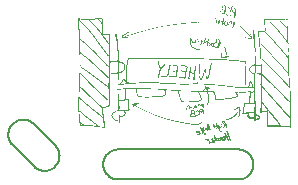
<source format=gbo>
%FSTAX44Y44*%
%MOMM*%
%SFA1B1*%

%IPPOS*%
%ADD12C,0.200000*%
%LNpcb1-1*%
%LPD*%
G36*
X01146901Y00560714D02*
X01147751D01*
Y00560502*
X01147963*
Y0056029*
X01148175*
Y00560077*
X01148388*
Y00559865*
X011486*
Y00559653*
X01148813*
Y0055944*
X01149025*
Y00559228*
Y00559015*
Y00558803*
X01149237*
Y00558591*
Y00558378*
Y00558166*
Y00557954*
Y00557741*
Y0055753*
Y00557317*
Y00557104*
Y00556892*
Y0055668*
Y00556467*
Y00556255*
Y00556043*
Y0055583*
X01149025*
Y00555618*
Y00555405*
Y00555193*
Y00554981*
X01148813*
Y00554768*
X011486*
Y00554556*
Y00554344*
Y00554131*
Y00553919*
X01148388*
Y00553707*
X01148175*
Y00553494*
Y00553282*
X01147963*
Y00553069*
X01147326*
Y00552857*
X01146052*
Y00553069*
X01145627*
Y00553282*
X01145203*
Y00553494*
X0114499*
Y00553707*
X01144778*
Y00553919*
X01144565*
Y00554131*
X01144353*
Y00554344*
Y00554556*
Y00554768*
Y00554981*
Y00555193*
Y00555405*
Y00555618*
X01144778*
Y0055583*
X0114499*
Y00556043*
Y00556255*
X01145203*
Y00556467*
X0114584*
Y0055668*
X01146052*
Y00556892*
X01146264*
Y00557104*
X01146477*
Y00557317*
Y0055753*
X01146264*
Y00557741*
X01146052*
Y00557954*
Y00558166*
Y00558378*
Y00558591*
Y00558803*
X0114584*
Y00559015*
Y00559228*
Y0055944*
Y00559653*
Y00559865*
Y00560077*
Y0056029*
X01146052*
Y00560502*
Y00560714*
X01146689*
Y00560927*
X01146901*
Y00560714*
G37*
G36*
X01150936Y00558803D02*
X01151361D01*
Y00558591*
X01151573*
Y00558378*
X01151786*
Y00558166*
X01151998*
Y00557954*
X0115221*
Y00557741*
X01152423*
Y0055753*
Y00557317*
X01152635*
Y00557104*
Y00556892*
Y0055668*
X01152847*
Y00556467*
Y00556255*
X0115306*
Y00556043*
X01153272*
Y0055583*
Y00555618*
X01153484*
Y00555405*
Y00555193*
Y00554981*
Y00554768*
Y00554556*
X01153697*
Y00554344*
Y00554131*
Y00553919*
Y00553707*
Y00553494*
Y00553282*
Y00553069*
Y00552857*
Y00552645*
Y00552432*
Y0055222*
X01153484*
Y00552008*
Y00551795*
X01153272*
Y00551583*
X0115306*
Y00551371*
X01152847*
Y00551158*
X01152635*
Y00550946*
X01152423*
Y00550734*
X01151573*
Y00550946*
X01151361*
Y00551158*
X01150936*
Y00551371*
X01150299*
Y00551583*
X01150087*
Y00551795*
Y00552008*
X01149874*
Y0055222*
X0114945*
Y00552432*
X01149237*
Y00552645*
Y00552857*
X01149662*
Y00552645*
X01149874*
Y00552432*
Y0055222*
X01150299*
Y00552008*
X01150511*
Y00551795*
X01150724*
Y00551583*
X01151149*
Y00551371*
X01152635*
Y00551583*
X01152847*
Y00551795*
Y00552008*
Y0055222*
X0115306*
Y00552432*
X01153272*
Y00552645*
Y00552857*
Y00553069*
Y00553282*
Y00553494*
Y00553707*
Y00553919*
Y00554131*
Y00554344*
X0115306*
Y00554556*
X01152847*
Y00554768*
Y00554981*
Y00555193*
Y00555405*
Y00555618*
X01152635*
Y0055583*
Y00556043*
X01152423*
Y00556255*
Y00556467*
Y0055668*
X0115221*
Y00556892*
X01151998*
Y00557104*
Y00557317*
X01151786*
Y0055753*
X01151573*
Y00557741*
X01151361*
Y00557954*
X01151149*
Y00558166*
X01150936*
Y00558378*
X01150511*
Y00558591*
X01150299*
Y00558803*
Y00559015*
X01150936*
Y00558803*
G37*
G36*
X01154971Y00559015D02*
X01155608D01*
Y00558803*
X0115582*
Y00558591*
X01156033*
Y00558378*
X01156245*
Y00558166*
X01156457*
Y00557954*
Y00557741*
X0115667*
Y0055753*
X01156882*
Y00557317*
X01157094*
Y00557104*
Y00556892*
X01157307*
Y0055668*
Y00556467*
Y00556255*
Y00556043*
X01157519*
Y0055583*
X01157732*
Y00555618*
Y00555405*
Y00555193*
Y00554981*
X01157944*
Y00554768*
Y00554556*
Y00554344*
Y00554131*
Y00553919*
Y00553707*
Y00553494*
Y00553282*
Y00553069*
Y00552857*
X01157732*
Y00552645*
Y00552432*
Y0055222*
Y00552008*
Y00551795*
X01157519*
Y00551583*
X01157307*
Y00551371*
Y00551158*
Y00550946*
Y00550734*
X01157094*
Y00550521*
Y00550309*
X01156882*
Y00550097*
X0115667*
Y00549884*
X01156457*
Y00549672*
X01156033*
Y00549884*
Y00550097*
Y00550309*
Y00550521*
Y00550734*
Y00550946*
Y00551158*
Y00551371*
Y00551583*
Y00551795*
Y00552008*
Y0055222*
Y00552432*
Y00552645*
Y00552857*
Y00553069*
X01156245*
Y00553282*
X01156033*
Y00553494*
Y00553707*
Y00553919*
X01155396*
Y00554131*
X01155183*
Y00554344*
X01154971*
Y00554556*
X01154759*
Y00554768*
X01154546*
Y00554981*
Y00555193*
Y00555405*
X01154334*
Y00555618*
X01154121*
Y0055583*
Y00556043*
Y00556255*
X01153909*
Y00556467*
X01153697*
Y0055668*
Y00556892*
Y00557104*
X01153484*
Y00557317*
Y0055753*
Y00557741*
Y00557954*
Y00558166*
Y00558378*
X01153697*
Y00558591*
Y00558803*
Y00559015*
X01154334*
Y00559228*
X01154971*
Y00559015*
G37*
G36*
X01040723Y00549459D02*
X01042422D01*
Y00549247*
X01044121*
Y00549035*
X01044333*
Y00548822*
X01044546*
Y0054861*
Y00548398*
X01044758*
Y00548185*
X0104497*
Y00547973*
Y00547761*
Y00547548*
Y00547336*
Y00547123*
Y00546911*
Y00546699*
Y00546487*
Y00546274*
X01045183*
Y00546062*
X0104497*
Y00545849*
Y00545637*
Y00545425*
Y00545212*
Y00545*
Y00544788*
Y00544576*
Y00544363*
Y00544151*
Y00543938*
Y00543726*
Y00543514*
Y00543301*
Y00543089*
Y00542876*
Y00542664*
Y00542452*
Y00542239*
Y00542027*
Y00541815*
Y00541602*
Y0054139*
Y00541178*
Y00540965*
Y00540753*
Y0054054*
Y00540328*
Y00540116*
Y00539903*
Y00539691*
Y00539479*
Y00539266*
Y00539054*
Y00538842*
Y00538629*
Y00538417*
Y00538205*
Y00537992*
Y0053778*
Y00537568*
Y00537355*
X01045183*
Y00537143*
Y0053693*
Y00536718*
Y00536506*
Y00536293*
Y00536081*
Y00535869*
X01048368*
Y00535656*
X01050704*
Y00535444*
X01050916*
Y00535232*
Y00535019*
X01051129*
Y00534807*
X01050916*
Y00534594*
Y00534382*
Y0053417*
X01051129*
Y00533958*
Y00533745*
Y00533533*
Y0053332*
Y00533108*
Y00532896*
Y00532683*
Y00532471*
Y00532259*
Y00532046*
Y00531834*
Y00531622*
Y00531409*
Y00531197*
Y00530984*
Y00530772*
Y0053056*
X01051341*
Y00530347*
Y00530135*
Y00529923*
Y0052971*
Y00529498*
Y00529286*
Y00529073*
Y00528861*
Y00528649*
Y00528436*
Y00528224*
Y00528012*
Y00527799*
Y00527587*
Y00527374*
Y00527162*
Y0052695*
Y00526737*
Y00526525*
Y00526313*
Y005261*
Y00525888*
Y00525676*
Y00525463*
Y00525251*
Y00525038*
Y00524826*
Y00524614*
Y00524401*
Y00524189*
Y00523977*
Y00523764*
Y00523552*
Y0052334*
Y00523127*
Y00522915*
Y00522703*
Y0052249*
Y00522278*
Y00522065*
Y00521853*
Y00521641*
Y00521428*
Y00521216*
Y00521004*
Y00520791*
Y00520579*
Y00520367*
Y00520154*
Y00519942*
Y0051973*
Y00519517*
Y00519305*
Y00519093*
Y0051888*
Y00518668*
Y00518455*
Y00518243*
Y00518031*
Y00517818*
Y00517606*
Y00517394*
Y00517181*
Y00516969*
Y00516757*
Y00516544*
Y00516332*
Y0051612*
Y00515907*
Y00515695*
Y00515483*
Y0051527*
Y00515058*
Y00514845*
Y00514633*
Y00514421*
Y00514208*
Y00513996*
Y00513784*
Y00513571*
Y00513359*
Y00513147*
Y00512934*
X01051553*
Y00512722*
X01053889*
Y00512934*
X01054102*
Y00513147*
X01055588*
Y00513359*
X01057075*
Y00513571*
X01057287*
Y00513784*
Y00513996*
Y00514208*
Y00514421*
Y00514633*
Y00514845*
Y00515058*
Y0051527*
Y00515483*
Y00515695*
Y00515907*
Y0051612*
Y00516332*
Y00516544*
Y00516757*
Y00516969*
Y00517181*
Y00517394*
Y00517606*
Y00517818*
Y00518031*
Y00518243*
Y00518455*
Y00518668*
Y0051888*
Y00519093*
Y00519305*
Y00519517*
Y0051973*
Y00519942*
Y00520154*
Y00520367*
Y00520579*
Y00520791*
Y00521004*
Y00521216*
X01057075*
Y00521428*
Y00521641*
Y00521853*
Y00522065*
Y00522278*
Y0052249*
Y00522703*
Y00522915*
Y00523127*
Y0052334*
Y00523552*
Y00523764*
X01056862*
Y00523977*
X0105665*
Y00524189*
Y00524401*
Y00524614*
Y00524826*
Y00525038*
Y00525251*
Y00525463*
Y00525676*
Y00525888*
Y005261*
Y00526313*
Y00526525*
Y00526737*
X01056438*
Y0052695*
Y00527162*
Y00527374*
Y00527587*
Y00527799*
Y00528012*
Y00528224*
Y00528436*
Y00528649*
Y00528861*
Y00529073*
Y00529286*
Y00529498*
Y0052971*
X01056225*
Y00529923*
Y00530135*
Y00530347*
Y0053056*
Y00530772*
Y00530984*
Y00531197*
Y00531409*
Y00531622*
X01056013*
Y00531834*
Y00532046*
Y00532259*
Y00532471*
Y00532683*
Y00532896*
X01055801*
Y00533108*
X01055588*
Y0053332*
Y00533533*
Y00533745*
Y00533958*
Y0053417*
Y00534382*
Y00534594*
X01055376*
Y00534807*
Y00535019*
Y00535232*
Y00535444*
Y00535656*
X01055588*
Y00535869*
Y00536081*
X01056438*
Y00535869*
X0105665*
Y00535656*
X01056862*
Y00535444*
Y00535232*
Y00535019*
Y00534807*
Y00534594*
Y00534382*
Y0053417*
Y00533958*
Y00533745*
Y00533533*
Y0053332*
Y00533108*
X01057075*
Y00532896*
Y00532683*
Y00532471*
Y00532259*
Y00532046*
Y00531834*
Y00531622*
Y00531409*
X01057287*
Y00531197*
Y00530984*
Y00530772*
Y0053056*
Y00530347*
Y00530135*
Y00529923*
Y0052971*
Y00529498*
Y00529286*
Y00529073*
Y00528861*
X010575*
Y00528649*
Y00528436*
Y00528224*
Y00528012*
Y00527799*
Y00527587*
Y00527374*
Y00527162*
Y0052695*
Y00526737*
Y00526525*
Y00526313*
Y005261*
Y00525888*
Y00525676*
Y00525463*
Y00525251*
Y00525038*
X01057712*
Y00524826*
X01057924*
Y00524614*
Y00524401*
Y00524189*
Y00523977*
Y00523764*
Y00523552*
Y0052334*
Y00523127*
Y00522915*
Y00522703*
Y0052249*
Y00522278*
Y00522065*
X01058137*
Y00521853*
Y00521641*
Y00521428*
Y00521216*
Y00521004*
Y00520791*
Y00520579*
Y00520367*
Y00520154*
Y00519942*
Y0051973*
Y00519517*
Y00519305*
Y00519093*
Y0051888*
Y00518668*
Y00518455*
Y00518243*
Y00518031*
Y00517818*
Y00517606*
Y00517394*
Y00517181*
Y00516969*
Y00516757*
Y00516544*
Y00516332*
Y0051612*
Y00515907*
Y00515695*
Y00515483*
Y0051527*
Y00515058*
Y00514845*
Y00514633*
Y00514421*
Y00514208*
Y00513996*
Y00513784*
Y00513571*
Y00513359*
X01058349*
Y00513147*
Y00512934*
X01058561*
Y00512722*
X01058986*
Y00512509*
X01059835*
Y00512297*
X01060685*
Y00512085*
Y00511872*
X01061534*
Y0051166*
X01062171*
Y00511448*
X01062384*
Y00511235*
Y00511023*
X01063021*
Y00510811*
Y00510598*
X01063233*
Y00510386*
X01063445*
Y00510174*
Y00509961*
Y00509749*
Y00509537*
X01063658*
Y00509324*
X0106387*
Y00509112*
Y00508899*
Y00508687*
Y00508475*
Y00508262*
Y0050805*
Y00507838*
Y00507625*
Y00507413*
Y00507201*
Y00506988*
X01063658*
Y00506776*
X01063445*
Y00506563*
Y00506351*
X01063233*
Y00506139*
Y00505927*
Y00505714*
Y00505502*
X01063021*
Y00505289*
X01062808*
Y00505077*
X01062596*
Y00504865*
Y00504652*
X01062384*
Y0050444*
X01061959*
Y00504228*
X01061747*
Y00504015*
X01061534*
Y00503803*
X0106111*
Y00503591*
X01060897*
Y00503378*
X01060685*
Y00503166*
X01059835*
Y00502953*
X01058986*
Y00502741*
X01058561*
Y00502529*
X01058349*
Y00502316*
X01058137*
Y00502104*
Y00501892*
Y00501679*
Y00501467*
Y00501255*
Y00501042*
Y0050083*
Y00500618*
Y00500405*
Y00500193*
Y0049998*
Y00499768*
Y00499556*
Y00499343*
Y00499131*
Y00498919*
Y00498706*
Y00498494*
Y00498282*
Y00498069*
Y00497857*
Y00497645*
Y00497432*
Y0049722*
X01057924*
Y00497008*
Y00496795*
Y00496583*
Y0049637*
Y00496158*
Y00495946*
Y00495733*
Y00495521*
Y00495309*
Y00495096*
Y00494884*
Y00494672*
Y00494459*
Y00494247*
Y00494034*
Y00493822*
Y0049361*
X01059198*
Y00493822*
Y00494034*
X01059411*
Y00494247*
X01059623*
Y00494459*
X01059835*
Y00494672*
X01060048*
Y00494884*
X0106026*
Y00495096*
X01060472*
Y00495309*
Y00495521*
X01060685*
Y00495733*
Y00495946*
Y00496158*
X01060897*
Y0049637*
Y00496583*
X0106111*
Y00496795*
X01061322*
Y00497008*
Y0049722*
X01061747*
Y00497432*
X01061959*
Y00497645*
X01062171*
Y00497857*
Y00498069*
X01062384*
Y00498282*
Y00498494*
X01062808*
Y00498282*
X01063021*
Y00498069*
X01063233*
Y00497857*
Y00497645*
Y00497432*
Y0049722*
X01063445*
Y00497008*
X0106387*
Y00496795*
X01064295*
Y00497008*
X0106472*
Y0049722*
Y00497432*
Y00497645*
Y00497857*
Y00498069*
Y00498282*
Y00498494*
Y00498706*
Y00498919*
Y00499131*
Y00499343*
Y00499556*
Y00499768*
Y0049998*
Y00500193*
Y00500405*
Y00500618*
Y0050083*
Y00501042*
Y00501255*
Y00501467*
Y00501679*
Y00501892*
Y00502104*
Y00502316*
Y00502529*
Y00502741*
Y00502953*
Y00503166*
Y00503378*
Y00503591*
Y00503803*
Y00504015*
Y00504228*
Y0050444*
Y00504652*
Y00504865*
Y00505077*
Y00505289*
Y00505502*
Y00505714*
Y00505927*
Y00506139*
Y00506351*
Y00506563*
Y00506776*
Y00506988*
Y00507201*
Y00507413*
Y00507625*
Y00507838*
Y0050805*
Y00508262*
Y00508475*
Y00508687*
Y00508899*
Y00509112*
Y00509324*
X01064932*
Y00509537*
Y00509749*
Y00509961*
Y00510174*
Y00510386*
Y00510598*
Y00510811*
Y00511023*
X01065144*
Y00511235*
Y00511448*
Y0051166*
Y00511872*
Y00512085*
Y00512297*
Y00512509*
X01065569*
Y00512722*
Y00512934*
Y00513147*
Y00513359*
Y00513571*
Y00513784*
Y00513996*
X01065781*
Y00514208*
Y00514421*
Y00514633*
Y00514845*
X01065994*
Y00515058*
Y0051527*
Y00515483*
X01066206*
Y00515695*
X01066419*
Y00515907*
X0106833*
Y00515695*
X01073851*
Y00515483*
X01074063*
Y0051527*
X01085955*
Y00515483*
X0108638*
Y0051527*
X01086592*
Y00515483*
X01086805*
Y00515695*
X01122056*
Y00515483*
X0112248*
Y00515695*
X01122693*
Y00515483*
Y0051527*
X01130125*
Y00515058*
X01138195*
Y00514845*
X01144565*
Y00514633*
X01144778*
Y00514421*
X0114499*
Y00514633*
Y00514845*
X01145203*
Y00514633*
X01145415*
Y00514421*
X01150087*
Y00514208*
X01153909*
Y00513996*
X01157094*
Y00513784*
Y00513571*
X01159855*
Y00513359*
X01164102*
Y00513147*
X01166438*
Y00512934*
Y00512722*
Y00512509*
Y00512297*
X01166226*
Y00512085*
Y00511872*
X01166438*
Y0051166*
Y00511448*
Y00511235*
Y00511023*
Y00510811*
Y00510598*
Y00510386*
Y00510174*
Y00509961*
Y00509749*
Y00509537*
Y00509324*
Y00509112*
Y00508899*
Y00508687*
Y00508475*
Y00508262*
Y0050805*
X01166226*
Y00507838*
Y00507625*
Y00507413*
Y00507201*
Y00506988*
Y00506776*
Y00506563*
Y00506351*
Y00506139*
Y00505927*
X01166013*
Y00505714*
X01165801*
Y00505502*
X01166013*
Y00505289*
Y00505077*
X01165801*
Y00504865*
Y00504652*
Y0050444*
Y00504228*
Y00504015*
Y00503803*
Y00503591*
Y00503378*
Y00503166*
Y00502953*
Y00502741*
Y00502529*
Y00502316*
Y00502104*
Y00501892*
Y00501679*
Y00501467*
Y00501255*
Y00501042*
Y0050083*
Y00500618*
Y00500405*
Y00500193*
Y0049998*
Y00499768*
Y00499556*
Y00499343*
Y00499131*
Y00498919*
Y00498706*
Y00498494*
Y00498282*
Y00498069*
Y00497857*
Y00497645*
Y00497432*
Y0049722*
Y00497008*
Y00496795*
Y00496583*
Y0049637*
Y00496158*
Y00495946*
Y00495733*
Y00495521*
Y00495309*
Y00495096*
Y00494884*
Y00494672*
Y00494459*
Y00494247*
Y00494034*
Y00493822*
Y0049361*
Y00493398*
Y00493185*
Y00492973*
Y0049276*
Y00492548*
X01165589*
Y00492336*
Y00492123*
Y00491911*
Y00491699*
Y00491486*
Y00491274*
Y00491062*
X01165801*
Y00490849*
X01167288*
Y00491062*
X01167712*
Y00491274*
X01167925*
Y00491486*
X01168137*
Y00491699*
X01168349*
Y00491911*
Y00492123*
Y00492336*
Y00492548*
X01168774*
Y0049276*
Y00492973*
Y00493185*
Y00493398*
Y0049361*
Y00493822*
Y00494034*
Y00494247*
X01168986*
Y00494459*
Y00494672*
Y00494884*
Y00495096*
X01169199*
Y00495309*
X01169411*
Y00495521*
X01169623*
Y00495733*
Y00495946*
X01170261*
Y00495733*
X01170473*
Y00495521*
X01170898*
Y00495309*
Y00495096*
X0117111*
Y00494884*
X01171322*
Y00494672*
X01171535*
Y00494459*
Y00494247*
Y00494034*
Y00493822*
X01171747*
Y0049361*
Y00493398*
X01171959*
Y00493185*
Y00492973*
X01172172*
Y0049276*
X01172384*
Y00492548*
Y00492336*
Y00492123*
Y00491911*
Y00491699*
Y00491486*
Y00491274*
X01172597*
Y00491062*
X01172809*
Y00491274*
X01173021*
Y00491486*
X01173234*
Y00491699*
Y00491911*
Y00492123*
Y00492336*
Y00492548*
Y0049276*
Y00492973*
Y00493185*
Y00493398*
Y0049361*
Y00493822*
Y00494034*
Y00494247*
Y00494459*
X01173021*
Y00494672*
X01172809*
Y00494884*
X01173021*
Y00495096*
X01173234*
Y00495309*
Y00495521*
X01173021*
Y00495733*
Y00495946*
X01173234*
Y00496158*
X01173021*
Y0049637*
X01172809*
Y00496583*
Y00496795*
Y00497008*
Y0049722*
Y00497432*
Y00497645*
Y00497857*
Y00498069*
Y00498282*
X01173021*
Y00498494*
X01173234*
Y00498706*
Y00498919*
Y00499131*
Y00499343*
Y00499556*
Y00499768*
Y0049998*
Y00500193*
Y00500405*
Y00500618*
Y0050083*
Y00501042*
Y00501255*
Y00501467*
Y00501679*
X01173021*
Y00501892*
X01172809*
Y00502104*
X01172172*
Y00502316*
X01171322*
Y00502529*
X0117111*
Y00502741*
X01170686*
Y00502953*
X01170473*
Y00503166*
X01170048*
Y00503378*
Y00503591*
X01169836*
Y00503803*
X01169623*
Y00504015*
X01169199*
Y00504228*
Y0050444*
X01168986*
Y00504652*
Y00504865*
X01168774*
Y00505077*
Y00505289*
Y00505502*
Y00505714*
Y00505927*
Y00506139*
Y00506351*
Y00506563*
Y00506776*
Y00506988*
X01168986*
Y00507201*
Y00507413*
X01169199*
Y00507625*
X01169411*
Y00507838*
X01169623*
Y0050805*
X01169836*
Y00508262*
X01170048*
Y00508475*
X01170261*
Y00508687*
X01170473*
Y00508899*
X01170898*
Y00509112*
X01171535*
Y00509324*
X01171959*
Y00509537*
X01172172*
Y00509749*
X01172597*
Y00509961*
X01173234*
Y00510174*
X01173446*
Y00510386*
Y00510598*
X01173658*
Y00510811*
Y00511023*
Y00511235*
Y00511448*
Y0051166*
X01173446*
Y00511872*
X01173658*
Y00512085*
Y00512297*
Y00512509*
X01173446*
Y00512722*
Y00512934*
Y00513147*
Y00513359*
Y00513571*
Y00513784*
Y00513996*
Y00514208*
Y00514421*
Y00514633*
Y00514845*
Y00515058*
Y0051527*
Y00515483*
X01173658*
Y00515695*
Y00515907*
Y0051612*
X01173446*
Y00516332*
Y00516544*
X01173658*
Y00516757*
Y00516969*
Y00517181*
Y00517394*
Y00517606*
Y00517818*
Y00518031*
Y00518243*
Y00518455*
Y00518668*
Y0051888*
Y00519093*
Y00519305*
Y00519517*
Y0051973*
Y00519942*
Y00520154*
Y00520367*
Y00520579*
Y00520791*
Y00521004*
Y00521216*
Y00521428*
X01173446*
Y00521641*
Y00521853*
Y00522065*
Y00522278*
Y0052249*
Y00522703*
Y00522915*
Y00523127*
Y0052334*
Y00523552*
Y00523764*
Y00523977*
X01173234*
Y00524189*
Y00524401*
Y00524614*
Y00524826*
Y00525038*
Y00525251*
Y00525463*
Y00525676*
Y00525888*
Y005261*
Y00526313*
Y00526525*
X01173021*
Y00526737*
X01172809*
Y0052695*
Y00527162*
Y00527374*
Y00527587*
Y00527799*
Y00528012*
Y00528224*
Y00528436*
Y00528649*
Y00528861*
Y00529073*
X01172597*
Y00529286*
Y00529498*
Y0052971*
Y00529923*
Y00530135*
Y00530347*
Y0053056*
Y00530772*
Y00530984*
Y00531197*
Y00531409*
Y00531622*
Y00531834*
Y00532046*
X01172384*
Y00532259*
Y00532471*
Y00532683*
Y00532896*
Y00533108*
Y0053332*
Y00533533*
Y00533745*
Y00533958*
Y0053417*
Y00534382*
Y00534594*
Y00534807*
Y00535019*
Y00535232*
Y00535444*
Y00535656*
Y00535869*
Y00536081*
Y00536293*
Y00536506*
Y00536718*
Y0053693*
X01172172*
Y00537143*
X01171959*
Y00537355*
Y00537568*
Y0053778*
Y00537992*
Y00538205*
X01172172*
Y00538417*
X01172384*
Y00538629*
Y00538842*
Y00539054*
Y00539266*
X01173234*
Y00539054*
Y00538842*
Y00538629*
Y00538417*
Y00538205*
Y00537992*
Y0053778*
Y00537568*
Y00537355*
Y00537143*
Y0053693*
X01173446*
Y00536718*
X01173234*
Y00536506*
Y00536293*
Y00536081*
X01173446*
Y00535869*
Y00535656*
Y00535444*
Y00535232*
Y00535019*
Y00534807*
Y00534594*
Y00534382*
Y0053417*
Y00533958*
Y00533745*
Y00533533*
Y0053332*
Y00533108*
Y00532896*
Y00532683*
Y00532471*
Y00532259*
Y00532046*
Y00531834*
Y00531622*
Y00531409*
Y00531197*
Y00530984*
Y00530772*
Y0053056*
Y00530347*
Y00530135*
Y00529923*
X01173658*
Y0052971*
Y00529498*
Y00529286*
Y00529073*
Y00528861*
Y00528649*
Y00528436*
Y00528224*
Y00528012*
Y00527799*
Y00527587*
Y00527374*
X01173871*
Y00527162*
X01174083*
Y0052695*
Y00526737*
Y00526525*
Y00526313*
Y005261*
Y00525888*
Y00525676*
Y00525463*
Y00525251*
Y00525038*
Y00524826*
Y00524614*
Y00524401*
Y00524189*
Y00523977*
X01174295*
Y00523764*
Y00523552*
Y0052334*
Y00523127*
Y00522915*
Y00522703*
Y0052249*
Y00522278*
Y00522065*
Y00521853*
Y00521641*
Y00521428*
Y00521216*
Y00521004*
Y00520791*
Y00520579*
X01174083*
Y00520367*
Y00520154*
Y00519942*
Y0051973*
Y00519517*
Y00519305*
Y00519093*
Y0051888*
Y00518668*
Y00518455*
Y00518243*
Y00518031*
Y00517818*
Y00517606*
Y00517394*
Y00517181*
Y00516969*
X01174295*
Y00516757*
Y00516544*
Y00516332*
Y0051612*
Y00515907*
Y00515695*
Y00515483*
Y0051527*
Y00515058*
Y00514845*
Y00514633*
Y00514421*
Y00514208*
Y00513996*
Y00513784*
Y00513571*
Y00513359*
Y00513147*
Y00512934*
Y00512722*
Y00512509*
Y00512297*
Y00512085*
Y00511872*
Y0051166*
Y00511448*
Y00511235*
Y00511023*
Y00510811*
Y00510598*
Y00510386*
Y00510174*
Y00509961*
X01174508*
Y00509749*
X01177905*
Y00509961*
X01178542*
Y00510174*
Y00510386*
Y00510598*
Y00510811*
Y00511023*
Y00511235*
Y00511448*
Y0051166*
Y00511872*
Y00512085*
Y00512297*
Y00512509*
Y00512722*
Y00512934*
Y00513147*
Y00513359*
Y00513571*
Y00513784*
Y00513996*
Y00514208*
Y00514421*
X0117833*
Y00514633*
Y00514845*
Y00515058*
Y0051527*
Y00515483*
Y00515695*
Y00515907*
Y0051612*
Y00516332*
Y00516544*
Y00516757*
Y00516969*
Y00517181*
Y00517394*
Y00517606*
Y00517818*
Y00518031*
Y00518243*
Y00518455*
Y00518668*
Y0051888*
X01178118*
Y00519093*
Y00519305*
Y00519517*
Y0051973*
Y00519942*
Y00520154*
Y00520367*
X01177905*
Y00520579*
Y00520791*
Y00521004*
Y00521216*
Y00521428*
Y00521641*
Y00521853*
Y00522065*
X01177693*
Y00522278*
Y0052249*
Y00522703*
Y00522915*
Y00523127*
Y0052334*
Y00523552*
Y00523764*
Y00523977*
Y00524189*
Y00524401*
Y00524614*
Y00524826*
X01177481*
Y00525038*
Y00525251*
Y00525463*
Y00525676*
Y00525888*
Y005261*
Y00526313*
Y00526525*
Y00526737*
Y0052695*
Y00527162*
Y00527374*
Y00527587*
Y00527799*
Y00528012*
X01177056*
Y00528224*
Y00528436*
Y00528649*
Y00528861*
Y00529073*
Y00529286*
Y00529498*
Y0052971*
Y00529923*
Y00530135*
Y00530347*
Y0053056*
Y00530772*
X01176844*
Y00530984*
Y00531197*
Y00531409*
Y00531622*
Y00531834*
Y00532046*
Y00532259*
Y00532471*
Y00532683*
Y00532896*
Y00533108*
X01176631*
Y0053332*
Y00533533*
Y00533745*
Y00533958*
Y0053417*
Y00534382*
Y00534594*
Y00534807*
Y00535019*
X01176419*
Y00535232*
X01176207*
Y00535444*
Y00535656*
Y00535869*
Y00536081*
Y00536293*
Y00536506*
Y00536718*
Y0053693*
Y00537143*
Y00537355*
Y00537568*
Y0053778*
Y00537992*
X01176419*
Y00538205*
X01176631*
Y00538417*
X01182152*
Y00538629*
Y00538842*
Y00539054*
Y00539266*
Y00539479*
Y00539691*
Y00539903*
Y00540116*
Y00540328*
X0118194*
Y0054054*
Y00540753*
Y00540965*
Y00541178*
Y0054139*
Y00541602*
Y00541815*
Y00542027*
Y00542239*
Y00542452*
Y00542664*
Y00542876*
Y00543089*
Y00543301*
X01181728*
Y00543514*
Y00543726*
Y00543938*
Y00544151*
Y00544363*
Y00544576*
Y00544788*
Y00545*
Y00545212*
Y00545425*
Y00545637*
Y00545849*
Y00546062*
Y00546274*
Y00546487*
Y00546699*
Y00546911*
Y00547123*
Y00547336*
Y00547548*
Y00547761*
Y00547973*
Y00548185*
Y00548398*
Y0054861*
Y00548822*
X01182577*
Y0054861*
X01185338*
Y00548398*
X01198504*
Y0054861*
X01199141*
Y00548398*
Y00548185*
Y00547973*
X01198929*
Y00547761*
X01191921*
Y00547548*
X01191496*
Y00547761*
X01191071*
Y00547548*
X01190647*
Y00547761*
X01190222*
Y00547548*
X01189585*
Y00547761*
X01189373*
Y00547548*
X01188736*
Y00547761*
X01188099*
Y00547548*
X01187886*
Y00547761*
X01183427*
Y00547973*
X01182577*
Y00547761*
X01182152*
Y00547548*
Y00547336*
Y00547123*
Y00546911*
Y00546699*
Y00546487*
Y00546274*
Y00546062*
Y00545849*
Y00545637*
Y00545425*
Y00545212*
Y00545*
X01182365*
Y00544788*
X01182577*
Y00544576*
Y00544363*
Y00544151*
Y00543938*
Y00543726*
Y00543514*
Y00543301*
Y00543089*
Y00542876*
Y00542664*
Y00542452*
Y00542239*
Y00542027*
Y00541815*
Y00541602*
Y0054139*
Y00541178*
X0118279*
Y00540965*
Y00540753*
Y0054054*
Y00540328*
Y00540116*
Y00539903*
Y00539691*
Y00539479*
Y00539266*
Y00539054*
Y00538842*
Y00538629*
Y00538417*
Y00538205*
Y00537992*
X01182577*
Y0053778*
Y00537568*
X01183002*
Y00537355*
X01183214*
Y00537143*
X01183427*
Y0053693*
X0118364*
Y00536718*
X01183851*
Y00536506*
Y00536293*
X01184064*
Y00536081*
X01184276*
Y00535869*
X01184488*
Y00535656*
X01184701*
Y00535444*
X01184913*
Y00535232*
X01185125*
Y00535019*
X01185338*
Y00534807*
X0118555*
Y00534594*
X01185763*
Y00534382*
X01185975*
Y0053417*
X01186187*
Y00533958*
X011864*
Y00533745*
X01186612*
Y00533533*
X01186824*
Y0053332*
X01187037*
Y00533108*
X01187249*
Y00532896*
Y00532683*
Y00532471*
X01187674*
Y00532259*
X01188099*
Y00532046*
Y00531834*
Y00531622*
X01188523*
Y00531409*
X01188736*
Y00531197*
X01188948*
Y00530984*
Y00530772*
X01189373*
Y0053056*
X01189585*
Y00530347*
X01189797*
Y00530135*
Y00529923*
X0119001*
Y0052971*
X01190434*
Y00529498*
X01190647*
Y00529286*
Y00529073*
X01190859*
Y00528861*
X01191284*
Y00528649*
X01191496*
Y00528436*
Y00528224*
X01191709*
Y00528012*
Y00527799*
X01191921*
Y00527587*
X01192133*
Y00527374*
X01192346*
Y00527162*
X01192558*
Y0052695*
X0119277*
Y00526737*
X01192983*
Y00526525*
X01193195*
Y00526313*
X01193407*
Y005261*
X0119362*
Y00525888*
X01193832*
Y00525676*
Y00525463*
X01194044*
Y00525251*
X01194257*
Y00525038*
X01194469*
Y00524826*
X01194681*
Y00524614*
X01194894*
Y00524401*
X01195106*
Y00524189*
X01195319*
Y00523977*
X01195531*
Y00523764*
X01195743*
Y00523552*
Y0052334*
X01195956*
Y00523127*
Y00522915*
X0119638*
Y00522703*
X01196594*
Y0052249*
X01196805*
Y00522278*
Y00522065*
X0119723*
Y00521853*
Y00521641*
Y00521428*
X01197442*
Y00521216*
X01197654*
Y00521004*
X01197867*
Y00520791*
X01198079*
Y00520579*
X01198292*
Y00520367*
X01198504*
Y00520154*
X01198716*
Y00519942*
X01198929*
Y0051973*
X01199141*
Y00519517*
Y00519305*
X01199353*
Y00519093*
X01199566*
Y0051888*
X01199778*
Y00518668*
X0119999*
Y00518455*
X01200203*
Y00518243*
X01200415*
Y00518031*
X01200628*
Y00517818*
X0120084*
Y00517606*
Y00517394*
X01201689*
Y00517606*
Y00517818*
X01201477*
Y00518031*
Y00518243*
Y00518455*
Y00518668*
Y0051888*
Y00519093*
Y00519305*
Y00519517*
Y0051973*
Y00519942*
Y00520154*
Y00520367*
Y00520579*
Y00520791*
Y00521004*
Y00521216*
Y00521428*
Y00521641*
Y00521853*
Y00522065*
Y00522278*
Y0052249*
Y00522703*
Y00522915*
Y00523127*
Y0052334*
Y00523552*
Y00523764*
Y00523977*
Y00524189*
Y00524401*
Y00524614*
Y00524826*
Y00525038*
Y00525251*
Y00525463*
Y00525676*
Y00525888*
Y005261*
Y00526313*
Y00526525*
Y00526737*
Y0052695*
Y00527162*
Y00527374*
Y00527587*
Y00527799*
Y00528012*
Y00528224*
X01201265*
Y00528436*
X01201052*
Y00528649*
X0120084*
Y00528861*
Y00529073*
X01200628*
Y00529286*
X01200415*
Y00529498*
X01200203*
Y0052971*
Y00529923*
X0119999*
Y00530135*
X01199778*
Y00530347*
X01199566*
Y0053056*
X01199353*
Y00530772*
Y00530984*
Y00531197*
X01199141*
Y00531409*
X01198929*
Y00531622*
X01198716*
Y00531834*
X01198504*
Y00532046*
X01198292*
Y00532259*
Y00532471*
X01198079*
Y00532683*
X01197867*
Y00532896*
X01197654*
Y00533108*
X01197442*
Y0053332*
X0119723*
Y00533533*
X01197018*
Y00533745*
X01196805*
Y00533958*
Y0053417*
X01196594*
Y00534382*
X0119638*
Y00534594*
X01196168*
Y00534807*
X01195956*
Y00535019*
X01195743*
Y00535232*
X01195531*
Y00535444*
X01195319*
Y00535656*
X01195106*
Y00535869*
Y00536081*
Y00536293*
X01194894*
Y00536506*
X01194681*
Y00536718*
X01194469*
Y0053693*
X01194257*
Y00537143*
X01194044*
Y00537355*
X01193832*
Y00537568*
X0119362*
Y0053778*
X01193407*
Y00537992*
Y00538205*
X01193195*
Y00538417*
X01192983*
Y00538629*
X0119277*
Y00538842*
X01192558*
Y00539054*
X01192346*
Y00539266*
X01192133*
Y00539479*
X01191921*
Y00539691*
X01191709*
Y00539903*
X01191496*
Y00540116*
X01191284*
Y00540328*
X01191071*
Y0054054*
X01190859*
Y00540753*
X01190647*
Y00540965*
X01190434*
Y00541178*
X01190222*
Y0054139*
X0119001*
Y00541602*
Y00541815*
X01189797*
Y00542027*
X01189585*
Y00542239*
X01189373*
Y00542452*
X0118916*
Y00542664*
X01188948*
Y00542876*
X01188736*
Y00543089*
X01188523*
Y00543301*
X01188311*
Y00543514*
X01188099*
Y00543726*
X01187886*
Y00543938*
Y00544151*
Y00544363*
X01187674*
Y00544576*
X01187037*
Y00544788*
X01186824*
Y00545*
X011864*
Y00545212*
Y00545425*
Y00545637*
X01186612*
Y00545849*
X01186824*
Y00545637*
X01187037*
Y00545425*
X01187674*
Y00545212*
X01187886*
Y00545*
X01188099*
Y00544788*
Y00544576*
X01188523*
Y00544363*
X01188736*
Y00544151*
Y00543938*
Y00543726*
X01188948*
Y00543514*
X0118916*
Y00543301*
X01189373*
Y00543089*
X01189585*
Y00542876*
X01189797*
Y00542664*
X0119001*
Y00542452*
X01190222*
Y00542239*
X01190434*
Y00542027*
X01190647*
Y00541815*
X01190859*
Y00541602*
X01191071*
Y0054139*
X01191284*
Y00541178*
X01191496*
Y00540965*
X01191709*
Y00540753*
X01191921*
Y0054054*
X01192133*
Y00540328*
Y00540116*
X01192346*
Y00539903*
X01192558*
Y00539691*
X0119277*
Y00539479*
X01192983*
Y00539266*
X01193195*
Y00539054*
X01193407*
Y00538842*
X0119362*
Y00538629*
X01193832*
Y00538417*
X01194044*
Y00538205*
X01194257*
Y00537992*
X01194469*
Y0053778*
X01194681*
Y00537568*
X01194894*
Y00537355*
Y00537143*
X01195106*
Y0053693*
X01195319*
Y00536718*
X01195531*
Y00536506*
X01195743*
Y00536293*
X01195956*
Y00536081*
X01196168*
Y00535869*
X0119638*
Y00535656*
X01196594*
Y00535444*
X01196805*
Y00535232*
Y00535019*
Y00534807*
X01197018*
Y00534594*
X0119723*
Y00534382*
X01197442*
Y0053417*
X01197654*
Y00533958*
X01197867*
Y00533745*
X01198079*
Y00533533*
X01198292*
Y0053332*
Y00533108*
X01198504*
Y00532896*
X01198716*
Y00532683*
X01198929*
Y00532471*
X01199141*
Y00532259*
X01199353*
Y00532046*
Y00531834*
X01199566*
Y00531622*
X01199778*
Y00531409*
X0119999*
Y00531197*
X01200203*
Y00530984*
X01200415*
Y00530772*
X01200628*
Y0053056*
Y00530347*
X01201052*
Y0053056*
Y00530772*
Y00530984*
Y00531197*
Y00531409*
Y00531622*
Y00531834*
Y00532046*
Y00532259*
Y00532471*
Y00532683*
Y00532896*
Y00533108*
Y0053332*
Y00533533*
Y00533745*
Y00533958*
Y0053417*
Y00534382*
Y00534594*
Y00534807*
Y00535019*
Y00535232*
Y00535444*
Y00535656*
Y00535869*
Y00536081*
Y00536293*
Y00536506*
Y00536718*
Y0053693*
Y00537143*
Y00537355*
Y00537568*
Y0053778*
Y00537992*
Y00538205*
Y00538417*
Y00538629*
Y00538842*
Y00539054*
Y00539266*
Y00539479*
Y00539691*
Y00539903*
X0120084*
Y00540116*
X01200628*
Y00540328*
Y0054054*
X01200415*
Y00540753*
X01200203*
Y00540965*
X0119999*
Y00541178*
X01199778*
Y0054139*
X01199566*
Y00541602*
X01199353*
Y00541815*
X01199141*
Y00542027*
Y00542239*
Y00542452*
X01198716*
Y00542664*
X01198504*
Y00542876*
X01198292*
Y00543089*
Y00543301*
X01197867*
Y00543514*
X01197654*
Y00543726*
X01197442*
Y00543938*
X0119723*
Y00544151*
X01197018*
Y00544363*
X01196805*
Y00544576*
X01196594*
Y00544788*
X0119638*
Y00545*
X01196168*
Y00545212*
X01195956*
Y00545425*
X01195743*
Y00545637*
X01195531*
Y00545849*
Y00546062*
X01195106*
Y00546274*
X01194894*
Y00546487*
Y00546699*
Y00546911*
X01195319*
Y00546699*
X01195531*
Y00546487*
X01195743*
Y00546274*
X01195956*
Y00546062*
X01196168*
Y00545849*
X0119638*
Y00545637*
X01196594*
Y00545425*
X01196805*
Y00545212*
X01197018*
Y00545*
X0119723*
Y00544788*
X01197442*
Y00544576*
X01197654*
Y00544363*
X01197867*
Y00544151*
X01198079*
Y00543938*
X01198292*
Y00543726*
X01198504*
Y00543514*
X01198716*
Y00543301*
X01199141*
Y00543089*
Y00542876*
X01199353*
Y00542664*
X01199566*
Y00542452*
X0119999*
Y00542239*
Y00542027*
X01200203*
Y00541815*
X01200415*
Y00541602*
X0120084*
Y0054139*
Y00541178*
X01201052*
Y0054139*
X01201265*
Y00541602*
Y00541815*
X01201052*
Y00542027*
Y00542239*
Y00542452*
Y00542664*
X01201265*
Y00542876*
Y00543089*
Y00543301*
X01201477*
Y00543514*
Y00543726*
Y00543938*
Y00544151*
Y00544363*
Y00544576*
Y00544788*
Y00545*
Y00545212*
Y00545425*
Y00545637*
Y00545849*
Y00546062*
Y00546274*
Y00546487*
Y00546699*
Y00546911*
X01201689*
Y00547123*
X01201477*
Y00547336*
X01201265*
Y00547548*
X0120084*
Y00547761*
X0119999*
Y00547973*
Y00548185*
Y00548398*
Y0054861*
X01200203*
Y00548398*
X01201265*
Y00548185*
X01201477*
Y00547973*
X01201902*
Y00547761*
X01202114*
Y00547548*
Y00547336*
X01201902*
Y00547123*
Y00546911*
Y00546699*
Y00546487*
Y00546274*
Y00546062*
Y00545849*
Y00545637*
Y00545425*
Y00545212*
Y00545*
Y00544788*
Y00544576*
Y00544363*
Y00544151*
Y00543938*
Y00543726*
X01201689*
Y00543514*
Y00543301*
X01201902*
Y00543089*
Y00542876*
X01201689*
Y00542664*
Y00542452*
Y00542239*
Y00542027*
Y00541815*
Y00541602*
Y0054139*
Y00541178*
Y00540965*
Y00540753*
Y0054054*
Y00540328*
Y00540116*
Y00539903*
Y00539691*
Y00539479*
Y00539266*
Y00539054*
Y00538842*
Y00538629*
Y00538417*
Y00538205*
Y00537992*
Y0053778*
Y00537568*
Y00537355*
Y00537143*
Y0053693*
Y00536718*
Y00536506*
Y00536293*
Y00536081*
Y00535869*
Y00535656*
Y00535444*
Y00535232*
Y00535019*
Y00534807*
Y00534594*
Y00534382*
Y0053417*
Y00533958*
Y00533745*
Y00533533*
Y0053332*
Y00533108*
Y00532896*
Y00532683*
Y00532471*
Y00532259*
Y00532046*
Y00531834*
Y00531622*
Y00531409*
Y00531197*
Y00530984*
Y00530772*
Y0053056*
Y00530347*
Y00530135*
Y00529923*
X01201902*
Y0052971*
X01201689*
Y00529498*
X01201902*
Y00529286*
Y00529073*
Y00528861*
Y00528649*
X01202114*
Y00528436*
X01202326*
Y00528224*
Y00528012*
Y00527799*
X01202114*
Y00527587*
X01201902*
Y00527374*
Y00527162*
Y0052695*
Y00526737*
Y00526525*
Y00526313*
Y005261*
Y00525888*
Y00525676*
Y00525463*
Y00525251*
Y00525038*
Y00524826*
Y00524614*
Y00524401*
Y00524189*
Y00523977*
Y00523764*
X01202114*
Y00523552*
X01201902*
Y0052334*
Y00523127*
Y00522915*
X01202114*
Y00522703*
X01201902*
Y0052249*
Y00522278*
Y00522065*
X01202326*
Y00521853*
Y00521641*
X01202114*
Y00521428*
X01201902*
Y00521216*
X01202326*
Y00521004*
Y00520791*
X01202114*
Y00520579*
X01201902*
Y00520367*
Y00520154*
X01202114*
Y00519942*
Y0051973*
X01201902*
Y00519517*
Y00519305*
X01202114*
Y00519093*
Y0051888*
X01201902*
Y00518668*
Y00518455*
X01202114*
Y00518243*
X01202326*
Y00518031*
Y00517818*
Y00517606*
Y00517394*
Y00517181*
Y00516969*
Y00516757*
Y00516544*
Y00516332*
Y0051612*
Y00515907*
Y00515695*
Y00515483*
Y0051527*
Y00515058*
Y00514845*
Y00514633*
Y00514421*
Y00514208*
Y00513996*
Y00513784*
Y00513571*
Y00513359*
X01202539*
Y00513147*
Y00512934*
Y00512722*
Y00512509*
Y00512297*
Y00512085*
Y00511872*
Y0051166*
Y00511448*
Y00511235*
Y00511023*
Y00510811*
Y00510598*
Y00510386*
Y00510174*
Y00509961*
Y00509749*
Y00509537*
Y00509324*
Y00509112*
Y00508899*
Y00508687*
Y00508475*
Y00508262*
Y0050805*
Y00507838*
Y00507625*
Y00507413*
Y00507201*
Y00506988*
Y00506776*
Y00506563*
Y00506351*
Y00506139*
Y00505927*
Y00505714*
Y00505502*
Y00505289*
Y00505077*
Y00504865*
Y00504652*
Y0050444*
Y00504228*
Y00504015*
Y00503803*
Y00503591*
X01202751*
Y00503378*
Y00503166*
Y00502953*
X01202539*
Y00502741*
X01202751*
Y00502529*
Y00502316*
Y00502104*
Y00501892*
Y00501679*
Y00501467*
Y00501255*
Y00501042*
Y0050083*
Y00500618*
Y00500405*
Y00500193*
Y0049998*
Y00499768*
Y00499556*
Y00499343*
Y00499131*
Y00498919*
Y00498706*
Y00498494*
X01202963*
Y00498282*
X01203176*
Y00498069*
Y00497857*
Y00497645*
Y00497432*
Y0049722*
Y00497008*
Y00496795*
Y00496583*
Y0049637*
Y00496158*
Y00495946*
Y00495733*
Y00495521*
Y00495309*
Y00495096*
Y00494884*
Y00494672*
Y00494459*
Y00494247*
Y00494034*
Y00493822*
Y0049361*
X01203388*
Y00493398*
X01203176*
Y00493185*
Y00492973*
Y0049276*
X01203388*
Y00492548*
Y00492336*
Y00492123*
Y00491911*
Y00491699*
Y00491486*
Y00491274*
Y00491062*
Y00490849*
Y00490637*
Y00490424*
Y00490212*
X01203601*
Y0049*
Y00489787*
Y00489575*
Y00489363*
Y0048915*
Y00488938*
Y00488726*
Y00488513*
Y00488301*
Y00488088*
Y00487876*
Y00487664*
Y00487452*
X01203813*
Y00487239*
Y00487027*
Y00486814*
Y00486602*
Y0048639*
Y00486177*
Y00485965*
Y00485753*
Y0048554*
Y00485328*
Y00485116*
X01204025*
Y00484903*
X01204238*
Y00484691*
Y00484478*
Y00484266*
Y00484054*
Y00483841*
Y00483629*
Y00483417*
Y00483204*
Y00482992*
Y0048278*
Y00482567*
Y00482355*
Y00482143*
Y0048193*
Y00481718*
Y00481506*
X0120445*
Y00481293*
Y00481081*
Y00480868*
Y00480656*
Y00480444*
Y00480231*
Y00480019*
Y00479807*
Y00479594*
Y00479382*
Y00479171*
Y00478957*
Y00478745*
Y00478533*
Y0047832*
Y00478108*
Y00477895*
Y00477683*
Y00477471*
Y00477258*
Y00477046*
Y00476834*
Y00476621*
Y00476409*
Y00476197*
Y00475984*
Y00475772*
Y00475559*
Y00475347*
Y00475135*
Y00474923*
Y0047471*
Y00474498*
Y00474285*
Y00474073*
Y00473861*
Y00473648*
Y00473436*
Y00473224*
Y00473011*
Y00472799*
Y00472587*
Y00472374*
Y00472162*
Y00471949*
Y00471737*
Y00471525*
Y00471312*
Y004711*
Y00470888*
Y00470675*
Y00470463*
Y00470251*
Y00470038*
Y00469826*
Y00469614*
Y00469401*
Y00469189*
Y00468977*
Y00468764*
Y00468552*
Y00468339*
Y00468127*
Y00467915*
Y00467702*
Y0046749*
Y00467278*
Y00467065*
Y00466853*
Y00466641*
Y00466428*
Y00466217*
Y00466003*
Y00465791*
Y00465579*
Y00465366*
Y00465154*
Y00464942*
Y00464729*
Y00464517*
Y00464305*
Y00464092*
Y0046388*
Y00463668*
Y00463455*
Y00463243*
Y00463031*
Y00462818*
Y00462606*
Y00462393*
Y00462181*
Y00461969*
Y00461756*
Y00461544*
Y00461332*
Y00461119*
Y00460907*
Y00460695*
Y00460482*
Y0046027*
Y00460058*
Y00459845*
Y00459633*
Y00459421*
Y00459208*
Y00458996*
Y00458783*
Y00458571*
Y00458359*
Y00458146*
Y00457934*
Y00457722*
Y00457509*
Y00457297*
Y00457084*
Y00456872*
Y0045666*
X01203601*
Y00456872*
Y00457084*
X01201902*
Y00457297*
X0119999*
Y00457084*
X01195743*
Y00457297*
X0119001*
Y00457509*
X01189797*
Y00457297*
X01189585*
Y00457509*
X01187037*
Y00457297*
X01186824*
Y00457509*
X01185338*
Y00457297*
X01185125*
Y00457509*
X01184701*
Y00457297*
X0118364*
Y00457509*
Y00457722*
X01183427*
Y00457934*
Y00458146*
Y00458359*
X0118364*
Y00458571*
Y00458783*
Y00458996*
Y00459208*
Y00459421*
Y00459633*
Y00459845*
Y00460058*
Y0046027*
Y00460482*
Y00460695*
Y00460907*
Y00461119*
Y00461332*
Y00461544*
Y00461756*
Y00461969*
Y00462181*
Y00462393*
Y00462606*
Y00462818*
Y00463031*
Y00463243*
Y00463455*
Y00463668*
Y0046388*
Y00464092*
Y00464305*
Y00464517*
Y00464729*
Y00464942*
Y00465154*
Y00465366*
Y00465579*
Y00465791*
Y00466003*
Y00466217*
Y00466428*
Y00466641*
Y00466853*
Y00467065*
Y00467278*
Y0046749*
Y00467702*
Y00467915*
Y00468127*
Y00468339*
Y00468552*
Y00468764*
Y00468977*
Y00469189*
Y00469401*
X01183427*
Y00469614*
X01182577*
Y00469401*
X01180029*
Y00469189*
X01178967*
Y00468977*
X01178755*
Y00468764*
X01178542*
Y00468977*
Y00469189*
X0117833*
Y00469401*
Y00469614*
Y00469826*
Y00470038*
Y00470251*
Y00470463*
Y00470675*
Y00470888*
Y004711*
Y00471312*
Y00471525*
Y00471737*
Y00471949*
Y00472162*
Y00472374*
Y00472587*
Y00472799*
X01178542*
Y00473011*
Y00473224*
Y00473436*
Y00473648*
Y00473861*
Y00474073*
Y00474285*
Y00474498*
Y0047471*
Y00474923*
Y00475135*
Y00475347*
Y00475559*
Y00475772*
Y00475984*
Y00476197*
Y00476409*
Y00476621*
Y00476834*
Y00477046*
Y00477258*
Y00477471*
Y00477683*
Y00477895*
Y00478108*
Y0047832*
Y00478533*
Y00478745*
Y00478957*
Y00479171*
Y00479382*
Y00479594*
Y00479807*
Y00480019*
Y00480231*
Y00480444*
Y00480656*
Y00480868*
Y00481081*
Y00481293*
Y00481506*
Y00481718*
Y0048193*
Y00482143*
Y00482355*
Y00482567*
Y0048278*
Y00482992*
Y00483204*
Y00483417*
Y00483629*
Y00483841*
Y00484054*
Y00484266*
Y00484478*
Y00484691*
Y00484903*
Y00485116*
Y00485328*
Y0048554*
Y00485753*
Y00485965*
Y00486177*
X01178755*
Y0048639*
Y00486602*
Y00486814*
Y00487027*
Y00487239*
Y00487452*
Y00487664*
Y00487876*
Y00488088*
Y00488301*
Y00488513*
Y00488726*
Y00488938*
Y0048915*
Y00489363*
Y00489575*
Y00489787*
Y0049*
Y00490212*
Y00490424*
Y00490637*
Y00490849*
Y00491062*
Y00491274*
Y00491486*
Y00491699*
Y00491911*
Y00492123*
Y00492336*
X01178542*
Y00492548*
X0117833*
Y0049276*
X01178118*
Y00492973*
X01177905*
Y00493185*
X01177693*
Y00493398*
Y0049361*
X01177905*
Y00493822*
X0117833*
Y0049361*
Y00493398*
X01178755*
Y0049361*
X0117918*
Y00493822*
X01178967*
Y00494034*
X01178755*
Y00494247*
Y00494459*
Y00494672*
Y00494884*
Y00495096*
Y00495309*
Y00495521*
Y00495733*
Y00495946*
Y00496158*
Y0049637*
Y00496583*
Y00496795*
Y00497008*
Y0049722*
Y00497432*
Y00497645*
Y00497857*
Y00498069*
Y00498282*
Y00498494*
Y00498706*
Y00498919*
Y00499131*
Y00499343*
Y00499556*
Y00499768*
Y0049998*
Y00500193*
Y00500405*
Y00500618*
Y0050083*
Y00501042*
Y00501255*
X01178542*
Y00501467*
X01177268*
Y00501679*
X01177056*
Y00501892*
X01174932*
Y00502104*
Y00502316*
X01175145*
Y00502529*
X01175357*
Y00502741*
X01178755*
Y00502953*
Y00503166*
Y00503378*
Y00503591*
Y00503803*
Y00504015*
Y00504228*
Y0050444*
Y00504652*
Y00504865*
Y00505077*
Y00505289*
X01178542*
Y00505502*
Y00505714*
X01178755*
Y00505927*
Y00506139*
X01178542*
Y00506351*
Y00506563*
Y00506776*
Y00506988*
Y00507201*
Y00507413*
Y00507625*
Y00507838*
Y0050805*
Y00508262*
Y00508475*
X01177481*
Y00508687*
X01177268*
Y00508899*
X01176844*
Y00508687*
Y00508475*
X01176631*
Y00508687*
X01176419*
Y00508899*
X01175994*
Y00508687*
Y00508475*
X01174508*
Y00508262*
X01174295*
Y0050805*
Y00507838*
X01174508*
Y00507625*
Y00507413*
X01174295*
Y00507201*
Y00506988*
Y00506776*
Y00506563*
Y00506351*
Y00506139*
Y00505927*
Y00505714*
Y00505502*
Y00505289*
Y00505077*
Y00504865*
Y00504652*
Y0050444*
Y00504228*
Y00504015*
Y00503803*
Y00503591*
Y00503378*
Y00503166*
Y00502953*
Y00502741*
X01174083*
Y00502529*
Y00502316*
Y00502104*
Y00501892*
Y00501679*
Y00501467*
Y00501255*
Y00501042*
Y0050083*
Y00500618*
Y00500405*
Y00500193*
Y0049998*
Y00499768*
Y00499556*
Y00499343*
X01173871*
Y00499131*
X01173658*
Y00498919*
Y00498706*
Y00498494*
Y00498282*
Y00498069*
Y00497857*
Y00497645*
Y00497432*
Y0049722*
Y00497008*
Y00496795*
Y00496583*
Y0049637*
Y00496158*
Y00495946*
Y00495733*
Y00495521*
Y00495309*
Y00495096*
Y00494884*
Y00494672*
X01173871*
Y00494459*
X01174083*
Y00494247*
Y00494034*
Y00493822*
Y0049361*
Y00493398*
Y00493185*
Y00492973*
Y0049276*
Y00492548*
Y00492336*
Y00492123*
Y00491911*
Y00491699*
Y00491486*
Y00491274*
Y00491062*
Y00490849*
Y00490637*
Y00490424*
Y00490212*
Y0049*
Y00489787*
Y00489575*
Y00489363*
Y0048915*
Y00488938*
Y00488726*
Y00488513*
Y00488301*
Y00488088*
Y00487876*
Y00487664*
Y00487452*
Y00487239*
Y00487027*
Y00486814*
Y00486602*
Y0048639*
Y00486177*
Y00485965*
Y00485753*
Y0048554*
Y00485328*
Y00485116*
Y00484903*
Y00484691*
Y00484478*
X01173871*
Y00484266*
X01173658*
Y00484054*
Y00483841*
X01173871*
Y00483629*
X01174083*
Y00483417*
Y00483204*
X01173871*
Y00482992*
Y0048278*
X01174083*
Y00482567*
Y00482355*
Y00482143*
Y0048193*
Y00481718*
Y00481506*
Y00481293*
Y00481081*
Y00480868*
Y00480656*
Y00480444*
Y00480231*
Y00480019*
Y00479807*
Y00479594*
Y00479382*
Y00479171*
X01174295*
Y00478957*
Y00478745*
Y00478533*
Y0047832*
Y00478108*
Y00477895*
Y00477683*
Y00477471*
Y00477258*
Y00477046*
Y00476834*
X01174508*
Y00476621*
Y00476409*
Y00476197*
Y00475984*
Y00475772*
Y00475559*
Y00475347*
Y00475135*
Y00474923*
Y0047471*
Y00474498*
Y00474285*
Y00474073*
Y00473861*
Y00473648*
Y00473436*
Y00473224*
Y00473011*
X01174295*
Y00472799*
Y00472587*
Y00472374*
Y00472162*
Y00471949*
Y00471737*
Y00471525*
Y00471312*
Y004711*
Y00470888*
Y00470675*
Y00470463*
Y00470251*
Y00470038*
Y00469826*
Y00469614*
Y00469401*
Y00469189*
Y00468977*
Y00468764*
Y00468552*
X01174508*
Y00468339*
X01175145*
Y00468127*
Y00467915*
X01175782*
Y00467702*
X01176207*
Y0046749*
X01176844*
Y00467278*
Y00467065*
X01177056*
Y00466853*
X01177481*
Y00466641*
X01177693*
Y00466428*
Y00466217*
X01177905*
Y00466003*
Y00465791*
X01178118*
Y00465579*
X0117833*
Y00465366*
Y00465154*
Y00464942*
Y00464729*
X01178118*
Y00464517*
X01177905*
Y00464305*
Y00464092*
X01177481*
Y0046388*
X01177268*
Y00463668*
X01176844*
Y00463455*
X01175782*
Y00463243*
X0117472*
Y00463031*
X01174508*
Y00462818*
Y00462606*
X01174295*
Y00462393*
Y00462181*
Y00461969*
X01174083*
Y00461756*
X01173446*
Y00461969*
X01173234*
Y00462181*
Y00462393*
Y00462606*
Y00462818*
Y00463031*
Y00463243*
Y00463455*
Y00463668*
Y0046388*
Y00464092*
Y00464305*
X01172597*
Y00464092*
X01171747*
Y0046388*
Y00463668*
X01170473*
Y0046388*
X01170261*
Y00464092*
X01168986*
Y00464305*
X01168774*
Y00464517*
X01168562*
Y00464729*
X01168349*
Y00464942*
X01167925*
Y00465154*
X011675*
Y00465366*
X01167288*
Y00465579*
Y00465791*
Y00466003*
Y00466217*
Y00466428*
Y00466641*
Y00466853*
Y00467065*
X011675*
Y00467278*
Y0046749*
Y00467702*
Y00467915*
Y00468127*
Y00468339*
X01167288*
Y00468552*
X01167075*
Y00468339*
X01165376*
Y00468127*
X01165164*
Y00467915*
X01163465*
Y00468127*
X01163253*
Y00468339*
X01163041*
Y00468552*
Y00468764*
Y00468977*
Y00469189*
X01163253*
Y00469401*
Y00469614*
Y00469826*
Y00470038*
Y00470251*
Y00470463*
Y00470675*
Y00470888*
Y004711*
X01163678*
Y00471312*
Y00471525*
Y00471737*
Y00471949*
Y00472162*
Y00472374*
Y00472587*
Y00472799*
X0116389*
Y00473011*
Y00473224*
Y00473436*
Y00473648*
Y00473861*
X01164102*
Y00474073*
Y00474285*
Y00474498*
Y0047471*
X01164315*
Y00474923*
X01164527*
Y00475135*
Y00475347*
Y00475559*
Y00475772*
Y00475984*
X01164739*
Y00476197*
Y00476409*
Y00476621*
Y00476834*
Y00477046*
X01164952*
Y00477258*
X01168562*
Y00477471*
X01168774*
Y00477683*
Y00477895*
Y00478108*
Y0047832*
Y00478533*
Y00478745*
Y00478957*
Y00479171*
Y00479382*
Y00479594*
Y00479807*
Y00480019*
Y00480231*
Y00480444*
Y00480656*
Y00480868*
Y00481081*
X01168986*
Y00481293*
Y00481506*
Y00481718*
Y0048193*
Y00482143*
Y00482355*
Y00482567*
Y0048278*
Y00482992*
Y00483204*
X01169199*
Y00483417*
Y00483629*
Y00483841*
Y00484054*
Y00484266*
Y00484478*
Y00484691*
Y00484903*
Y00485116*
Y00485328*
X01169411*
Y0048554*
X01169623*
Y00485753*
Y00485965*
X01169199*
Y00486177*
Y0048639*
X01166226*
Y00486177*
X01166013*
Y00485965*
X0116028*
Y00486177*
X01160068*
Y0048639*
X01159006*
Y00486177*
X01158793*
Y00485965*
X01158581*
Y00485753*
Y0048554*
X01158793*
Y00485328*
Y00485116*
Y00484903*
Y00484691*
X01159006*
Y00484478*
Y00484266*
Y00484054*
Y00483841*
Y00483629*
Y00483417*
Y00483204*
Y00482992*
Y0048278*
Y00482567*
X01158793*
Y00482355*
X01158369*
Y00482143*
X01157732*
Y0048193*
X01157519*
Y00481718*
X01156882*
Y00481506*
X0115582*
Y00481293*
X01154334*
Y00481081*
X01154121*
Y00480868*
X01151786*
Y00480656*
X01149237*
Y00480444*
X01147539*
Y00480231*
X01147326*
Y00480019*
X01145627*
Y00479807*
X01140743*
Y00480019*
X01140318*
Y00480231*
X01140106*
Y00480444*
Y00480656*
Y00480868*
Y00481081*
Y00481293*
Y00481506*
Y00481718*
Y0048193*
Y00482143*
X01139894*
Y00482355*
Y00482567*
Y0048278*
Y00482992*
Y00483204*
X01139681*
Y00483417*
Y00483629*
Y00483841*
Y00484054*
X01139469*
Y00484266*
X01139257*
Y00484478*
Y00484691*
Y00484903*
X01139044*
Y00485116*
Y00485328*
Y0048554*
X01138832*
Y00485753*
Y00485965*
X0113862*
Y00486177*
X01138407*
Y0048639*
X01137982*
Y00486602*
X01133948*
Y0048639*
Y00486177*
Y00485965*
Y00485753*
Y0048554*
Y00485328*
X0113416*
Y00485116*
X01134372*
Y00484903*
Y00484691*
Y00484478*
Y00484266*
Y00484054*
Y00483841*
Y00483629*
Y00483417*
X01134585*
Y00483204*
X01134372*
Y00482992*
Y0048278*
Y00482567*
X01134585*
Y00482355*
Y00482143*
Y0048193*
Y00481718*
Y00481506*
Y00481293*
Y00481081*
Y00480868*
Y00480656*
Y00480444*
Y00480231*
Y00480019*
Y00479807*
Y00479594*
Y00479382*
Y00479171*
Y00478957*
Y00478745*
X01134372*
Y00478533*
Y0047832*
Y00478108*
Y00477895*
Y00477683*
Y00477471*
X0113416*
Y00477258*
X01133948*
Y00477046*
Y00476834*
Y00476621*
X01133735*
Y00476409*
Y00476197*
X01133523*
Y00475984*
X01133311*
Y00475772*
X01133098*
Y00475559*
X01132886*
Y00475347*
X01132037*
Y00475559*
X01132249*
Y00475772*
X01132461*
Y00475984*
X01132673*
Y00476197*
X01132886*
Y00476409*
Y00476621*
X01133098*
Y00476834*
X01133311*
Y00477046*
X01133523*
Y00477258*
Y00477471*
Y00477683*
Y00477895*
X01133735*
Y00478108*
Y0047832*
Y00478533*
Y00478745*
Y00478957*
X01133948*
Y00479171*
Y00479382*
Y00479594*
Y00479807*
Y00480019*
Y00480231*
Y00480444*
Y00480656*
Y00480868*
Y00481081*
Y00481293*
X01133735*
Y00481506*
Y00481718*
Y0048193*
Y00482143*
Y00482355*
Y00482567*
Y0048278*
Y00482992*
Y00483204*
Y00483417*
Y00483629*
X01133523*
Y00483841*
Y00484054*
Y00484266*
Y00484478*
Y00484691*
Y00484903*
Y00485116*
Y00485328*
X01133311*
Y0048554*
X01133098*
Y00485753*
Y00485965*
Y00486177*
Y0048639*
X01132886*
Y00486602*
X01128002*
Y00486814*
X01127789*
Y00486602*
X01127152*
Y00486814*
X01126728*
Y00486602*
X01126515*
Y0048639*
X01126303*
Y00486177*
X01126515*
Y00485965*
X01126728*
Y00485753*
Y0048554*
Y00485328*
Y00485116*
X0112694*
Y00484903*
Y00484691*
X01127152*
Y00484478*
Y00484266*
Y00484054*
X01127577*
Y00483841*
Y00483629*
Y00483417*
X01127789*
Y00483204*
Y00482992*
Y0048278*
Y00482567*
X01128002*
Y00482355*
Y00482143*
Y0048193*
X01128214*
Y00481718*
X01128426*
Y00481506*
Y00481293*
Y00481081*
Y00480868*
Y00480656*
X01128639*
Y00480444*
X01128426*
Y00480231*
Y00480019*
Y00479807*
Y00479594*
X01128214*
Y00479382*
X01128002*
Y00479171*
X01127789*
Y00478957*
X01127152*
Y00478745*
X01126515*
Y00478533*
X01126303*
Y0047832*
X01124392*
Y00478108*
X01120144*
Y00477895*
X011125*
Y00478108*
X01111863*
Y0047832*
X0111165*
Y00478533*
X01111438*
Y00478745*
X01111226*
Y00478957*
X01111013*
Y00479171*
X01110801*
Y00479382*
Y00479594*
X01110589*
Y00479807*
Y00480019*
X01110376*
Y00480231*
Y00480444*
Y00480656*
Y00480868*
X01110164*
Y00481081*
X01109951*
Y00481293*
Y00481506*
Y00481718*
Y0048193*
Y00482143*
X01109739*
Y00482355*
Y00482567*
Y0048278*
Y00482992*
X01109527*
Y00483204*
Y00483417*
Y00483629*
Y00483841*
Y00484054*
X01109102*
Y00484266*
Y00484478*
Y00484691*
Y00484903*
X0110889*
Y00485116*
Y00485328*
Y0048554*
Y00485753*
X01108677*
Y00485965*
Y00486177*
Y0048639*
Y00486602*
X01108253*
Y00486814*
Y00487027*
Y00487239*
X0110804*
Y00487452*
X01105917*
Y00487664*
X01102944*
Y00487876*
Y00488088*
X01099334*
Y00488301*
X01098272*
Y00488088*
X0109806*
Y00487876*
X01097847*
Y00487664*
Y00487452*
X0109806*
Y00487239*
X01098272*
Y00487027*
Y00486814*
Y00486602*
X01098484*
Y0048639*
Y00486177*
Y00485965*
Y00485753*
Y0048554*
Y00485328*
Y00485116*
Y00484903*
Y00484691*
Y00484478*
Y00484266*
X01098272*
Y00484054*
X01097847*
Y00483841*
X01097635*
Y00483629*
Y00483417*
X01096998*
Y00483204*
X01096148*
Y00482992*
X01095511*
Y0048278*
X01095299*
Y00482567*
X01092751*
Y00482355*
X0108914*
Y00482143*
X01083832*
Y0048193*
Y00481718*
X01083619*
Y0048193*
X01083194*
Y00481718*
X01081071*
Y0048193*
X01080859*
Y00482143*
X01077249*
Y00482355*
X01075974*
Y00482567*
X01075125*
Y0048278*
X01074913*
Y00482992*
X01074488*
Y00483204*
X01074276*
Y00483417*
X01074063*
Y00483629*
X01073851*
Y00483841*
Y00484054*
X01073639*
Y00484266*
Y00484478*
Y00484691*
Y00484903*
X01073426*
Y00485116*
Y00485328*
Y0048554*
Y00485753*
Y00485965*
Y00486177*
X01073214*
Y0048639*
X01073001*
Y00486602*
Y00486814*
Y00487027*
Y00487239*
Y00487452*
Y00487664*
Y00487876*
Y00488088*
Y00488301*
Y00488513*
Y00488726*
Y00488938*
X01072789*
Y0048915*
X01071515*
Y00489363*
X0107109*
Y0048915*
X01070878*
Y00489363*
X0106748*
Y0048915*
X01067268*
Y00489363*
X01066631*
Y0048915*
X0106472*
Y00488938*
Y00488726*
X01064507*
Y00488513*
X01064295*
Y00488301*
Y00488088*
Y00487876*
Y00487664*
Y00487452*
Y00487239*
Y00487027*
X01064082*
Y00486814*
Y00486602*
Y0048639*
Y00486177*
Y00485965*
Y00485753*
Y0048554*
Y00485328*
Y00485116*
Y00484903*
Y00484691*
Y00484478*
Y00484266*
Y00484054*
Y00483841*
Y00483629*
Y00483417*
Y00483204*
Y00482992*
Y0048278*
Y00482567*
Y00482355*
Y00482143*
Y0048193*
Y00481718*
Y00481506*
Y00481293*
Y00481081*
Y00480868*
Y00480656*
Y00480444*
X01065569*
Y00480656*
X01066843*
Y00480444*
X01067056*
Y00480231*
X01067268*
Y00480019*
Y00479807*
Y00479594*
Y00479382*
Y00479171*
Y00478957*
Y00478745*
Y00478533*
Y0047832*
Y00478108*
Y00477895*
Y00477683*
Y00477471*
X01067056*
Y00477258*
X01066843*
Y00477046*
X01067056*
Y00476834*
Y00476621*
X01066843*
Y00476409*
Y00476197*
X01067056*
Y00475984*
X01067268*
Y00475772*
Y00475559*
Y00475347*
Y00475135*
Y00474923*
Y0047471*
Y00474498*
Y00474285*
Y00474073*
Y00473861*
Y00473648*
Y00473436*
Y00473224*
Y00473011*
Y00472799*
Y00472587*
Y00472374*
X0106748*
Y00472162*
Y00471949*
Y00471737*
Y00471525*
Y00471312*
Y004711*
X01067268*
Y00470888*
X0106387*
Y00470675*
Y00470463*
Y00470251*
Y00470038*
Y00469826*
Y00469614*
X01064082*
Y00469401*
Y00469189*
Y00468977*
Y00468764*
Y00468552*
Y00468339*
Y00468127*
Y00467915*
X0106387*
Y00467702*
Y0046749*
X01063658*
Y00467278*
X01063445*
Y00467065*
X01063233*
Y00466853*
X01063021*
Y00466641*
X01062808*
Y00466428*
X01062596*
Y00466217*
X01061747*
Y00466003*
X01060685*
Y00465791*
X01060048*
Y00466003*
X01058986*
Y00465791*
Y00465579*
Y00465366*
Y00465154*
Y00464942*
Y00464729*
Y00464517*
Y00464305*
Y00464092*
Y0046388*
Y00463668*
Y00463455*
Y00463243*
Y00463031*
Y00462818*
Y00462606*
Y00462393*
Y00462181*
Y00461969*
Y00461756*
Y00461544*
X01059198*
Y00461332*
Y00461119*
Y00460907*
X01058986*
Y00460695*
Y00460482*
X01058349*
Y00460695*
Y00460907*
Y00461119*
Y00461332*
Y00461544*
X01058137*
Y00461756*
Y00461969*
X01057075*
Y00462181*
Y00462393*
X01056225*
Y00462606*
X01055588*
Y00462818*
X01055163*
Y00463031*
X01054951*
Y00463243*
X01054739*
Y00463455*
X01054527*
Y00463668*
X01054102*
Y0046388*
X01053889*
Y00464092*
X01053677*
Y00464305*
X01053465*
Y00464517*
X01053252*
Y00464729*
X0105304*
Y00464942*
Y00465154*
X01052828*
Y00465366*
X01052615*
Y00465579*
Y00465791*
Y00466003*
Y00466217*
X01052403*
Y00466428*
X01052191*
Y00466641*
Y00466853*
Y00467065*
Y00467278*
X01052403*
Y0046749*
X01052615*
Y00467702*
Y00467915*
Y00468127*
Y00468339*
X01052828*
Y00468552*
X0105304*
Y00468764*
X01053252*
Y00468977*
X01053465*
Y00469189*
X01053677*
Y00469401*
X01054102*
Y00469614*
X01054527*
Y00469826*
Y00470038*
X01055163*
Y00470251*
X01055376*
Y00470463*
X01055801*
Y00470675*
X01056013*
Y00470888*
X01056438*
Y004711*
X01057075*
Y00471312*
X010575*
Y00471525*
X01057712*
Y00471737*
X01057924*
Y00471949*
Y00472162*
Y00472374*
Y00472587*
Y00472799*
Y00473011*
Y00473224*
Y00473436*
Y00473648*
Y00473861*
Y00474073*
Y00474285*
Y00474498*
Y0047471*
Y00474923*
X01057712*
Y00475135*
Y00475347*
X01057924*
Y00475559*
X01057712*
Y00475772*
X010575*
Y00475984*
Y00476197*
Y00476409*
Y00476621*
Y00476834*
Y00477046*
Y00477258*
Y00477471*
Y00477683*
Y00477895*
Y00478108*
Y0047832*
Y00478533*
Y00478745*
Y00478957*
Y00479171*
Y00479382*
Y00479594*
Y00479807*
Y00480019*
Y00480231*
Y00480444*
Y00480656*
Y00480868*
Y00481081*
Y00481293*
Y00481506*
Y00481718*
Y0048193*
Y00482143*
Y00482355*
Y00482567*
Y0048278*
Y00482992*
X01057287*
Y00483204*
Y00483417*
Y00483629*
Y00483841*
Y00484054*
Y00484266*
Y00484478*
Y00484691*
Y00484903*
Y00485116*
Y00485328*
Y0048554*
Y00485753*
Y00485965*
Y00486177*
Y0048639*
Y00486602*
Y00486814*
Y00487027*
Y00487239*
Y00487452*
Y00487664*
Y00487876*
Y00488088*
X01057075*
Y00488301*
Y00488513*
Y00488726*
Y00488938*
X01057287*
Y0048915*
Y00489363*
Y00489575*
Y00489787*
Y0049*
Y00490212*
Y00490424*
Y00490637*
Y00490849*
Y00491062*
Y00491274*
Y00491486*
Y00491699*
Y00491911*
Y00492123*
Y00492336*
Y00492548*
Y0049276*
Y00492973*
Y00493185*
Y00493398*
Y0049361*
Y00493822*
Y00494034*
Y00494247*
Y00494459*
Y00494672*
Y00494884*
Y00495096*
Y00495309*
Y00495521*
Y00495733*
Y00495946*
Y00496158*
Y0049637*
Y00496583*
Y00496795*
Y00497008*
Y0049722*
Y00497432*
Y00497645*
Y00497857*
Y00498069*
Y00498282*
Y00498494*
Y00498706*
Y00498919*
Y00499131*
Y00499343*
Y00499556*
Y00499768*
Y0049998*
Y00500193*
Y00500405*
Y00500618*
Y0050083*
Y00501042*
Y00501255*
X010575*
Y00501467*
Y00501679*
Y00501892*
X01057287*
Y00502104*
Y00502316*
X01051978*
Y00502529*
X01051766*
Y00502741*
X01051553*
Y00502529*
X01051341*
Y00502316*
X01051129*
Y00502104*
Y00501892*
Y00501679*
Y00501467*
Y00501255*
Y00501042*
Y0050083*
Y00500618*
Y00500405*
Y00500193*
Y0049998*
Y00499768*
X01050916*
Y00499556*
Y00499343*
Y00499131*
Y00498919*
Y00498706*
Y00498494*
Y00498282*
Y00498069*
Y00497857*
Y00497645*
Y00497432*
Y0049722*
Y00497008*
Y00496795*
Y00496583*
Y0049637*
Y00496158*
Y00495946*
Y00495733*
Y00495521*
Y00495309*
Y00495096*
Y00494884*
Y00494672*
Y00494459*
Y00494247*
Y00494034*
Y00493822*
Y0049361*
Y00493398*
Y00493185*
Y00492973*
Y0049276*
Y00492548*
Y00492336*
Y00492123*
Y00491911*
Y00491699*
Y00491486*
Y00491274*
Y00491062*
Y00490849*
Y00490637*
Y00490424*
Y00490212*
Y0049*
Y00489787*
Y00489575*
Y00489363*
Y0048915*
Y00488938*
Y00488726*
Y00488513*
Y00488301*
Y00488088*
Y00487876*
Y00487664*
Y00487452*
Y00487239*
Y00487027*
Y00486814*
Y00486602*
Y0048639*
Y00486177*
Y00485965*
Y00485753*
Y0048554*
Y00485328*
Y00485116*
Y00484903*
Y00484691*
Y00484478*
Y00484266*
X01051129*
Y00484054*
Y00483841*
Y00483629*
Y00483417*
Y00483204*
Y00482992*
Y0048278*
Y00482567*
Y00482355*
Y00482143*
Y0048193*
Y00481718*
Y00481506*
Y00481293*
Y00481081*
Y00480868*
Y00480656*
Y00480444*
Y00480231*
Y00480019*
Y00479807*
Y00479594*
Y00479382*
Y00479171*
Y00478957*
Y00478745*
Y00478533*
Y0047832*
Y00478108*
Y00477895*
Y00477683*
X01050916*
Y00477471*
Y00477258*
Y00477046*
Y00476834*
Y00476621*
Y00476409*
Y00476197*
Y00475984*
Y00475772*
Y00475559*
Y00475347*
Y00475135*
Y00474923*
X01050704*
Y0047471*
X01050492*
Y00474498*
Y00474285*
X01050067*
Y00474073*
X01049855*
Y00473861*
X01048793*
Y00473648*
X01047731*
Y00473436*
X01046245*
Y00473224*
X01046032*
Y00473011*
X01045183*
Y00472799*
Y00472587*
Y00472374*
Y00472162*
Y00471949*
Y00471737*
Y00471525*
Y00471312*
Y004711*
Y00470888*
X01045395*
Y00470675*
Y00470463*
Y00470251*
Y00470038*
Y00469826*
Y00469614*
Y00469401*
Y00469189*
Y00468977*
Y00468764*
Y00468552*
Y00468339*
X01045608*
Y00468127*
X0104582*
Y00467915*
Y00467702*
Y0046749*
Y00467278*
Y00467065*
Y00466853*
Y00466641*
Y00466428*
Y00466217*
X01046032*
Y00466003*
Y00465791*
Y00465579*
Y00465366*
Y00465154*
Y00464942*
Y00464729*
Y00464517*
Y00464305*
Y00464092*
X01046245*
Y0046388*
Y00463668*
Y00463455*
Y00463243*
Y00463031*
Y00462818*
Y00462606*
Y00462393*
Y00462181*
X01046457*
Y00461969*
X01046669*
Y00461756*
Y00461544*
Y00461332*
Y00461119*
Y00460907*
Y00460695*
Y00460482*
Y0046027*
Y00460058*
Y00459845*
X01046882*
Y00459633*
Y00459421*
Y00459208*
Y00458996*
Y00458783*
Y00458571*
Y00458359*
Y00458146*
Y00457934*
X01047094*
Y00457722*
Y00457509*
Y00457297*
Y00457084*
Y00456872*
Y0045666*
X01046882*
Y00456448*
X01046245*
Y0045666*
X01044121*
Y00456872*
X01043909*
Y00457084*
X01043272*
Y00457297*
X01042634*
Y00457084*
X01041785*
Y00457297*
X01039874*
Y00457509*
X0103775*
Y00457722*
X01037538*
Y00457934*
X01026496*
Y00457722*
X01026283*
Y00457509*
X01026071*
Y00457722*
X01025858*
Y00457934*
X01025434*
Y00458146*
Y00458359*
Y00458571*
Y00458783*
Y00458996*
Y00459208*
Y00459421*
Y00459633*
Y00459845*
X01025221*
Y00460058*
Y0046027*
Y00460482*
Y00460695*
Y00460907*
X01025009*
Y00461119*
X01024797*
Y00461332*
X01024584*
Y00461544*
X01024797*
Y00461756*
Y00461969*
Y00462181*
Y00462393*
Y00462606*
Y00462818*
Y00463031*
Y00463243*
Y00463455*
Y00463668*
Y0046388*
Y00464092*
Y00464305*
X01024584*
Y00464517*
Y00464729*
Y00464942*
Y00465154*
Y00465366*
Y00465579*
Y00465791*
Y00466003*
Y00466217*
Y00466428*
Y00466641*
Y00466853*
X01024372*
Y00467065*
Y00467278*
Y0046749*
Y00467702*
Y00467915*
Y00468127*
Y00468339*
Y00468552*
Y00468764*
Y00468977*
Y00469189*
Y00469401*
X0102416*
Y00469614*
X01023947*
Y00469826*
Y00470038*
Y00470251*
Y00470463*
Y00470675*
Y00470888*
Y004711*
Y00471312*
Y00471525*
Y00471737*
Y00471949*
Y00472162*
Y00472374*
Y00472587*
Y00472799*
Y00473011*
Y00473224*
Y00473436*
Y00473648*
Y00473861*
X01023735*
Y00474073*
Y00474285*
Y00474498*
X01023947*
Y0047471*
X01023735*
Y00474923*
Y00475135*
Y00475347*
X01023947*
Y00475559*
Y00475772*
Y00475984*
X01023735*
Y00476197*
X01023947*
Y00476409*
X01023735*
Y00476621*
Y00476834*
Y00477046*
X01023947*
Y00477258*
Y00477471*
Y00477683*
X01023735*
Y00477895*
X01023947*
Y00478108*
Y0047832*
Y00478533*
Y00478745*
Y00478957*
Y00479171*
Y00479382*
Y00479594*
Y00479807*
Y00480019*
Y00480231*
Y00480444*
Y00480656*
Y00480868*
Y00481081*
Y00481293*
Y00481506*
Y00481718*
Y0048193*
Y00482143*
X0102416*
Y00482355*
X01024372*
Y00482567*
Y0048278*
Y00482992*
Y00483204*
Y00483417*
Y00483629*
Y00483841*
Y00484054*
Y00484266*
Y00484478*
Y00484691*
Y00484903*
Y00485116*
Y00485328*
Y0048554*
Y00485753*
Y00485965*
Y00486177*
Y0048639*
Y00486602*
Y00486814*
Y00487027*
Y00487239*
Y00487452*
Y00487664*
Y00487876*
Y00488088*
Y00488301*
Y00488513*
Y00488726*
Y00488938*
Y0048915*
X01024584*
Y00489363*
Y00489575*
Y00489787*
Y0049*
Y00490212*
Y00490424*
Y00490637*
Y00490849*
Y00491062*
Y00491274*
Y00491486*
Y00491699*
Y00491911*
Y00492123*
Y00492336*
Y00492548*
Y0049276*
Y00492973*
Y00493185*
Y00493398*
Y0049361*
Y00493822*
Y00494034*
Y00494247*
Y00494459*
Y00494672*
Y00494884*
Y00495096*
X01024797*
Y00495309*
Y00495521*
Y00495733*
Y00495946*
Y00496158*
Y0049637*
Y00496583*
Y00496795*
Y00497008*
Y0049722*
Y00497432*
Y00497645*
Y00497857*
Y00498069*
Y00498282*
Y00498494*
Y00498706*
Y00498919*
Y00499131*
Y00499343*
Y00499556*
Y00499768*
Y0049998*
Y00500193*
Y00500405*
Y00500618*
Y0050083*
Y00501042*
Y00501255*
Y00501467*
Y00501679*
Y00501892*
Y00502104*
Y00502316*
Y00502529*
Y00502741*
Y00502953*
Y00503166*
X01025221*
Y00503378*
X01025009*
Y00503591*
Y00503803*
X01025221*
Y00504015*
Y00504228*
Y0050444*
Y00504652*
Y00504865*
Y00505077*
Y00505289*
Y00505502*
Y00505714*
Y00505927*
Y00506139*
Y00506351*
Y00506563*
Y00506776*
Y00506988*
Y00507201*
Y00507413*
Y00507625*
Y00507838*
Y0050805*
Y00508262*
Y00508475*
Y00508687*
Y00508899*
Y00509112*
Y00509324*
Y00509537*
Y00509749*
Y00509961*
Y00510174*
Y00510386*
Y00510598*
Y00510811*
Y00511023*
Y00511235*
Y00511448*
Y0051166*
Y00511872*
Y00512085*
Y00512297*
Y00512509*
Y00512722*
Y00512934*
Y00513147*
Y00513359*
Y00513571*
Y00513784*
Y00513996*
Y00514208*
Y00514421*
Y00514633*
Y00514845*
Y00515058*
Y0051527*
Y00515483*
Y00515695*
Y00515907*
Y0051612*
Y00516332*
Y00516544*
Y00516757*
Y00516969*
Y00517181*
Y00517394*
Y00517606*
Y00517818*
X01025009*
Y00518031*
X01024797*
Y00518243*
Y00518455*
Y00518668*
Y0051888*
Y00519093*
Y00519305*
Y00519517*
Y0051973*
Y00519942*
Y00520154*
Y00520367*
Y00520579*
Y00520791*
Y00521004*
Y00521216*
Y00521428*
Y00521641*
Y00521853*
Y00522065*
Y00522278*
Y0052249*
X01024584*
Y00522703*
Y00522915*
Y00523127*
Y0052334*
Y00523552*
Y00523764*
Y00523977*
Y00524189*
Y00524401*
Y00524614*
Y00524826*
Y00525038*
Y00525251*
Y00525463*
Y00525676*
Y00525888*
Y005261*
Y00526313*
Y00526525*
Y00526737*
Y0052695*
Y00527162*
Y00527374*
Y00527587*
Y00527799*
Y00528012*
Y00528224*
Y00528436*
Y00528649*
Y00528861*
Y00529073*
Y00529286*
Y00529498*
Y0052971*
Y00529923*
Y00530135*
Y00530347*
Y0053056*
Y00530772*
Y00530984*
Y00531197*
X01024372*
Y00531409*
Y00531622*
Y00531834*
Y00532046*
Y00532259*
Y00532471*
Y00532683*
Y00532896*
Y00533108*
Y0053332*
Y00533533*
Y00533745*
Y00533958*
Y0053417*
Y00534382*
Y00534594*
Y00534807*
Y00535019*
Y00535232*
Y00535444*
Y00535656*
Y00535869*
Y00536081*
Y00536293*
Y00536506*
Y00536718*
Y0053693*
Y00537143*
Y00537355*
Y00537568*
Y0053778*
Y00537992*
Y00538205*
X0102416*
Y00538417*
X01024372*
Y00538629*
Y00538842*
Y00539054*
X01023947*
Y00539266*
Y00539479*
Y00539691*
Y00539903*
Y00540116*
Y00540328*
Y0054054*
Y00540753*
Y00540965*
Y00541178*
Y0054139*
Y00541602*
Y00541815*
Y00542027*
Y00542239*
Y00542452*
Y00542664*
Y00542876*
Y00543089*
Y00543301*
Y00543514*
Y00543726*
Y00543938*
Y00544151*
Y00544363*
Y00544576*
Y00544788*
Y00545*
Y00545212*
X01023735*
Y00545425*
Y00545637*
Y00545849*
Y00546062*
Y00546274*
Y00546487*
Y00546699*
Y00546911*
Y00547123*
Y00547336*
Y00547548*
Y00547761*
Y00547973*
Y00548185*
Y00548398*
Y0054861*
X01023947*
Y00548822*
Y00549035*
X0102416*
Y00549247*
X01025646*
Y00549035*
X01025858*
Y00548822*
X010386*
Y00549035*
X01038812*
Y00549247*
X01039874*
Y00549459*
X01040299*
Y00549672*
X01040723*
Y00549459*
G37*
G36*
X01147751Y00549247D02*
Y00549035D01*
Y00548822*
Y0054861*
X01147539*
Y00548398*
Y00548185*
Y00547973*
Y00547761*
X01147326*
Y00547548*
Y00547336*
X01147114*
Y00547123*
X01146901*
Y00546911*
Y00546699*
Y00546487*
X01147114*
Y00546274*
X01147539*
Y00546062*
X01148175*
Y00546274*
X01148388*
Y00546487*
Y00546699*
X01148813*
Y00546487*
X01149025*
Y00546274*
Y00546062*
X011486*
Y00545849*
X01148388*
Y00545637*
Y00545425*
Y00545212*
Y00545*
X01148175*
Y00544788*
Y00544576*
Y00544363*
Y00544151*
Y00543938*
Y00543726*
X01148388*
Y00543514*
X011486*
Y00543301*
X0114945*
Y00543514*
X01149874*
Y00543726*
X01150087*
Y00543938*
Y00544151*
Y00544363*
Y00544576*
Y00544788*
Y00545*
Y00545212*
Y00545425*
X01149874*
Y00545637*
Y00545849*
Y00546062*
Y00546274*
X01150299*
Y00546062*
Y00545849*
X01150511*
Y00545637*
X01150724*
Y00545425*
Y00545212*
Y00545*
Y00544788*
Y00544576*
X01150936*
Y00544363*
X01151149*
Y00544576*
X01151361*
Y00544788*
X01151573*
Y00545*
Y00545212*
X01151786*
Y00545425*
Y00545637*
Y00545849*
X01151998*
Y00546062*
X01152423*
Y00546274*
Y00546487*
Y00546699*
X01152635*
Y00546911*
X01152847*
Y00547123*
X01153697*
Y00546911*
Y00546699*
X01153909*
Y00546487*
X01154121*
Y00546274*
Y00546062*
Y00545849*
Y00545637*
Y00545425*
Y00545212*
Y00545*
Y00544788*
Y00544576*
X01154334*
Y00544363*
Y00544151*
Y00543938*
Y00543726*
X01154971*
Y00543938*
X01155183*
Y00544151*
Y00544363*
Y00544576*
Y00544788*
Y00545*
Y00545212*
X01155396*
Y00545425*
Y00545637*
Y00545849*
Y00546062*
X01156882*
Y00545849*
Y00545637*
Y00545425*
Y00545212*
Y00545*
Y00544788*
Y00544576*
Y00544363*
X0115667*
Y00544151*
X01156457*
Y00543938*
Y00543726*
Y00543514*
X01156245*
Y00543301*
Y00543089*
Y00542876*
X01156033*
Y00542664*
Y00542452*
Y00542239*
X0115582*
Y00542027*
X01155608*
Y00541815*
Y00541602*
Y0054139*
X01155396*
Y00541178*
Y00540965*
X01155183*
Y00540753*
X01154546*
Y00540965*
Y00541178*
Y0054139*
Y00541602*
Y00541815*
X01154759*
Y00542027*
Y00542239*
Y00542452*
Y00542664*
Y00542876*
Y00543089*
X01154546*
Y00543301*
X01154334*
Y00543514*
X01154121*
Y00543726*
X01153909*
Y00543938*
X01153697*
Y00544151*
Y00544363*
Y00544576*
X01153484*
Y00544788*
Y00545*
Y00545212*
Y00545425*
Y00545637*
X01153272*
Y00545849*
X0115306*
Y00546062*
X01152847*
Y00545849*
X01152635*
Y00545637*
Y00545425*
X01152423*
Y00545212*
Y00545*
X0115221*
Y00544788*
X01151998*
Y00544576*
Y00544363*
X01151786*
Y00544151*
X01151573*
Y00543938*
X01151361*
Y00543726*
X01151149*
Y00543514*
Y00543301*
X01150087*
Y00543089*
Y00542876*
X01149874*
Y00542664*
X011486*
Y00542876*
X01148175*
Y00543089*
X01147963*
Y00543301*
X01147751*
Y00543514*
Y00543726*
Y00543938*
Y00544151*
X01147539*
Y00544363*
Y00544576*
X01146901*
Y00544363*
X01146689*
Y00544151*
X01146477*
Y00543938*
X01146264*
Y00543726*
X01146052*
Y00543514*
X01145627*
Y00543726*
X01145415*
Y00543938*
Y00544151*
X01145627*
Y00544363*
Y00544576*
Y00544788*
Y00545*
Y00545212*
X0114584*
Y00545425*
Y00545637*
Y00545849*
Y00546062*
X01145203*
Y00546274*
X0114499*
Y00546487*
Y00546699*
X01144353*
Y00546487*
X01144141*
Y00546274*
Y00546062*
Y00545849*
Y00545637*
Y00545425*
X01143928*
Y00545212*
Y00545*
X01143716*
Y00544788*
X01143504*
Y00544576*
Y00544363*
X01143291*
Y00544151*
X01142654*
Y00544363*
X01142442*
Y00544576*
Y00544788*
Y00545*
X0114223*
Y00545212*
X01142442*
Y00545425*
Y00545637*
Y00545849*
Y00546062*
Y00546274*
X01142654*
Y00546487*
Y00546699*
Y00546911*
Y00547123*
X01143291*
Y00547336*
X01143504*
Y00547548*
X01143716*
Y00547336*
X01143928*
Y00547123*
X01144141*
Y00546911*
X0114499*
Y00546699*
X01146052*
Y00546911*
X01146477*
Y00547123*
Y00547336*
Y00547548*
Y00547761*
X01146689*
Y00547973*
Y00548185*
Y00548398*
Y0054861*
X01146901*
Y00548822*
Y00549035*
X01147114*
Y00549247*
X01147326*
Y00549459*
X01147751*
Y00549247*
G37*
G36*
X01126091Y00546062D02*
X01126728D01*
Y00545849*
X01126515*
Y00545637*
X01126303*
Y00545425*
X01126091*
Y00545212*
X01125878*
Y00545425*
X01125666*
Y00545637*
X01125453*
Y00545849*
X01124604*
Y00545637*
X01124392*
Y00545425*
X01121843*
Y00545212*
X01119083*
Y00545*
X01115685*
Y00544788*
Y00544576*
X01112924*
Y00544363*
X01110376*
Y00544151*
X01108253*
Y00543938*
X0110804*
Y00543726*
X01106129*
Y00543514*
X01104218*
Y00543301*
X01101882*
Y00543089*
Y00542876*
X01099971*
Y00542664*
X01098272*
Y00542452*
X01096361*
Y00542239*
X01096148*
Y00542027*
X01094874*
Y00541815*
X01093175*
Y00541602*
X01092113*
Y0054139*
X01091901*
Y00541178*
X01090627*
Y00540965*
X01089565*
Y00540753*
X01088079*
Y0054054*
X01087866*
Y00540328*
X01086805*
Y00540116*
X01086168*
Y00539903*
X01085106*
Y00539691*
X01084893*
Y00539479*
X01083832*
Y00539266*
X0108277*
Y00539054*
X0108192*
Y00538842*
X01081708*
Y00538629*
X01081071*
Y00538417*
X01080222*
Y00538205*
X0107916*
Y00537992*
X01078947*
Y0053778*
X01077886*
Y00537568*
X01076824*
Y00537355*
X01075974*
Y00537143*
X01075762*
Y0053693*
X01075125*
Y00536718*
X01074063*
Y00536506*
X01073214*
Y00536293*
X01073001*
Y00536081*
X01072152*
Y00535869*
X0107109*
Y00535656*
X01070241*
Y00535444*
Y00535232*
X01069179*
Y00535019*
X0106833*
Y00534807*
X0106748*
Y00534594*
X01067056*
Y00534382*
X01066843*
Y0053417*
X01065994*
Y00533958*
X01065357*
Y00533745*
X01064507*
Y00533533*
X01064295*
Y0053332*
Y00533108*
X01065781*
Y00532896*
X01067268*
Y00532683*
X0106748*
Y00532471*
X01068117*
Y00532259*
X01067693*
Y00532046*
X0106748*
Y00532259*
X0106387*
Y00532471*
X01061534*
Y00532683*
X01061322*
Y00532896*
X01060897*
Y00533108*
X01060685*
Y0053332*
Y00533533*
Y00533745*
Y00533958*
X01060897*
Y0053417*
X01061322*
Y00534382*
Y00534594*
X01061959*
Y00534807*
X01062171*
Y00535019*
X01062596*
Y00535232*
X01062808*
Y00535444*
X01063021*
Y00535656*
X01063445*
Y00535869*
X01064082*
Y00536081*
X01064507*
Y00536293*
X0106472*
Y00536506*
X01064932*
Y00536718*
X01065357*
Y0053693*
X01065569*
Y00537143*
X01065781*
Y00537355*
X01066419*
Y00537568*
X01066843*
Y00537355*
Y00537143*
Y0053693*
X01066631*
Y00536718*
X01065994*
Y00536506*
X01065781*
Y00536293*
X01065569*
Y00536081*
X01065144*
Y00535869*
X0106472*
Y00535656*
X01064507*
Y00535444*
X01064295*
Y00535232*
X01063658*
Y00535019*
X01063233*
Y00534807*
X01062808*
Y00534594*
X01062596*
Y00534382*
X01062384*
Y0053417*
X01061747*
Y00533958*
X01061534*
Y00533745*
Y00533533*
Y0053332*
X01063445*
Y00533533*
X01063658*
Y00533745*
X01064082*
Y00533958*
X01064295*
Y0053417*
X01065144*
Y00534382*
X01065357*
Y00534594*
X01066206*
Y00534807*
X01066843*
Y00535019*
X01067693*
Y00535232*
X01068542*
Y00535444*
Y00535656*
X01069391*
Y00535869*
X01070241*
Y00536081*
X01071303*
Y00536293*
X01071515*
Y00536506*
X01072577*
Y00536718*
X01073426*
Y0053693*
X01074063*
Y00537143*
X01074276*
Y00537355*
X01075337*
Y00537568*
X01076187*
Y0053778*
X01077461*
Y00537992*
X01077673*
Y00538205*
X01078523*
Y00538417*
X01079584*
Y00538629*
X01080434*
Y00538842*
Y00539054*
X01081283*
Y00539266*
X01082345*
Y00539479*
X01083407*
Y00539691*
X01083619*
Y00539903*
X01084681*
Y00540116*
X0108553*
Y00540328*
X01086592*
Y0054054*
X01086805*
Y00540753*
X01087866*
Y00540965*
X01088928*
Y00541178*
X0108999*
Y0054139*
X01090202*
Y00541602*
X01091476*
Y00541815*
X01092538*
Y00542027*
X01093812*
Y00542239*
X01094025*
Y00542452*
X01095299*
Y00542664*
X01096998*
Y00542876*
X01098909*
Y00543089*
X01099121*
Y00543301*
X01101032*
Y00543514*
X01102944*
Y00543726*
X01104642*
Y00543938*
X01104855*
Y00544151*
X01106978*
Y00544363*
X0110889*
Y00544576*
X01111438*
Y00544788*
X0111165*
Y00545*
X01113986*
Y00545212*
X01116747*
Y00545425*
X01119295*
Y00545637*
X01119508*
Y00545849*
X01121843*
Y00546062*
X01124392*
Y00546274*
X01126091*
Y00546062*
G37*
G36*
X01139894Y00549247D02*
X01140318D01*
Y00549035*
X01140531*
Y00548822*
X01140743*
Y0054861*
X01140955*
Y00548398*
Y00548185*
Y00547973*
Y00547761*
X0114138*
Y00547548*
Y00547336*
Y00547123*
Y00546911*
X01141805*
Y00546699*
Y00546487*
Y00546274*
X01141592*
Y00546062*
Y00545849*
X0114138*
Y00545637*
Y00545425*
Y00545212*
X01141168*
Y00545*
X01140955*
Y00544788*
X01140743*
Y00544576*
X01140318*
Y00544788*
X01140106*
Y00545*
Y00545212*
Y00545425*
X01140318*
Y00545637*
X01140531*
Y00545849*
Y00546062*
Y00546274*
Y00546487*
Y00546699*
Y00546911*
Y00547123*
Y00547336*
Y00547548*
Y00547761*
Y00547973*
X01140318*
Y00548185*
X01140106*
Y00548398*
Y0054861*
X01139894*
Y00548822*
X01139681*
Y00549035*
X01139469*
Y00549247*
Y00549459*
X01139894*
Y00549247*
G37*
G36*
X0115943Y00544151D02*
X01159643D01*
Y00543938*
Y00543726*
X01159855*
Y00543514*
X0116028*
Y00543301*
X01160492*
Y00543089*
Y00542876*
X01161129*
Y00542664*
X01161342*
Y00542452*
X01161554*
Y00542239*
X01161766*
Y00542027*
X01161979*
Y00541815*
X01162191*
Y00541602*
X01162403*
Y0054139*
X01162616*
Y00541178*
X01162828*
Y00540965*
X01163041*
Y00540753*
X01163465*
Y0054054*
X01163678*
Y00540328*
Y00540116*
X01164102*
Y00539903*
X01164315*
Y00539691*
X01164527*
Y00539479*
X01164739*
Y00539266*
X01164952*
Y00539054*
X01165164*
Y00538842*
X01165376*
Y00538629*
X01165589*
Y00538417*
X01165801*
Y00538205*
X01166013*
Y00537992*
X01166226*
Y0053778*
X01166438*
Y00537568*
X01166651*
Y00537355*
X01166863*
Y00537143*
X01167075*
Y0053693*
X01167288*
Y00536718*
X011675*
Y00536506*
X01167712*
Y00536293*
X01167925*
Y00536081*
X01168137*
Y00535869*
X01168349*
Y00535656*
Y00535444*
X01168562*
Y00535232*
X01168774*
Y00535019*
X01168986*
Y00534807*
X01169199*
Y00534594*
X01169411*
Y00534382*
X01169623*
Y0053417*
X01170048*
Y00534382*
Y00534594*
Y00534807*
Y00535019*
X01169836*
Y00535232*
Y00535444*
Y00535656*
X01169623*
Y00535869*
Y00536081*
Y00536293*
Y00536506*
X01169836*
Y00536293*
Y00536081*
X01170048*
Y00535869*
Y00535656*
X01170261*
Y00535444*
X01170473*
Y00535232*
Y00535019*
X01170686*
Y00534807*
Y00534594*
Y00534382*
Y0053417*
X01170898*
Y00533958*
Y00533745*
Y00533533*
Y0053332*
Y00533108*
Y00532896*
X0117111*
Y00532683*
Y00532471*
Y00532259*
Y00532046*
Y00531834*
X01170898*
Y00531622*
X01170686*
Y00531409*
X01170048*
Y00531622*
X01168986*
Y00531834*
X01168774*
Y00532046*
X01167712*
Y00532259*
X01167075*
Y00532471*
X01165589*
Y00532683*
X01165376*
Y00532896*
Y00533108*
X01166438*
Y00532896*
X01167925*
Y00532683*
X01168137*
Y00532471*
X01169199*
Y00532259*
X01170261*
Y00532471*
X01170048*
Y00532683*
Y00532896*
Y00533108*
X01169836*
Y0053332*
X01169623*
Y00533533*
X01169411*
Y00533745*
X01169199*
Y00533958*
X01168986*
Y0053417*
X01168774*
Y00534382*
X01168562*
Y00534594*
X01168349*
Y00534807*
X01168137*
Y00535019*
Y00535232*
X01167925*
Y00535444*
X01167712*
Y00535656*
X011675*
Y00535869*
X01167288*
Y00536081*
X01167075*
Y00536293*
X01166863*
Y00536506*
X01166651*
Y00536718*
X01166438*
Y0053693*
X01166226*
Y00537143*
X01166013*
Y00537355*
X01165801*
Y00537568*
Y0053778*
X01165589*
Y00537992*
Y00538205*
X01165376*
Y00538417*
X01164952*
Y00538629*
X01164739*
Y00538842*
Y00539054*
X01164527*
Y00539266*
X01164102*
Y00539479*
X0116389*
Y00539691*
Y00539903*
X01163678*
Y00540116*
X01163253*
Y00540328*
X01163041*
Y0054054*
Y00540753*
X01162828*
Y00540965*
X01162191*
Y00541178*
X01161979*
Y0054139*
X01161766*
Y00541602*
X01161554*
Y00541815*
X01161342*
Y00542027*
X01161129*
Y00542239*
X01160917*
Y00542452*
X01160705*
Y00542664*
X01160492*
Y00542876*
X0116028*
Y00543089*
Y00543301*
X01159643*
Y00543514*
X0115943*
Y00543726*
Y00543938*
Y00544151*
X01159218*
Y00544363*
X0115943*
Y00544151*
G37*
G36*
X01131612Y00532683D02*
X01131824D01*
Y00532471*
Y00532259*
Y00532046*
Y00531834*
Y00531622*
Y00531409*
Y00531197*
Y00530984*
Y00530772*
Y0053056*
X01131399*
Y00530347*
Y00530135*
Y00529923*
Y0052971*
Y00529498*
X01132037*
Y00529286*
Y00529073*
X01132249*
Y00528861*
Y00528649*
X01131399*
Y00528861*
X01130975*
Y00528649*
X01130762*
Y00528436*
X0113055*
Y00528224*
Y00528012*
X01130338*
Y00527799*
X01130125*
Y00527587*
Y00527374*
Y00527162*
X01129701*
Y00527374*
Y00527587*
Y00527799*
Y00528012*
Y00528224*
X01129913*
Y00528436*
X01130125*
Y00528649*
Y00528861*
Y00529073*
X01130338*
Y00529286*
Y00529498*
X01130125*
Y0052971*
X01129701*
Y00529923*
Y00530135*
X01129913*
Y00530347*
X0113055*
Y0053056*
X01130975*
Y00530772*
Y00530984*
Y00531197*
X01131187*
Y00531409*
Y00531622*
Y00531834*
Y00532046*
Y00532259*
Y00532471*
Y00532683*
X01131399*
Y00532896*
X01131612*
Y00532683*
G37*
G36*
X01141592Y00532046D02*
X01142442D01*
Y00531834*
Y00531622*
X01142654*
Y00531409*
X01143291*
Y00531197*
X01143504*
Y00530984*
X01143716*
Y00530772*
X01143928*
Y0053056*
X01144141*
Y00530347*
Y00530135*
Y00529923*
X01144353*
Y0052971*
Y00529498*
X01144565*
Y00529286*
X01144778*
Y00529073*
Y00528861*
Y00528649*
Y00528436*
Y00528224*
Y00528012*
Y00527799*
Y00527587*
X01144565*
Y00527374*
X01144353*
Y00527162*
Y0052695*
Y00526737*
Y00526525*
X01144141*
Y00526313*
Y005261*
X01143928*
Y00525888*
Y00525676*
Y00525463*
X01143504*
Y00525251*
Y00525038*
Y00524826*
X01143291*
Y00524614*
X01143079*
Y00524401*
Y00524189*
X01142867*
Y00523977*
X01142654*
Y00523764*
X01141592*
Y00523977*
X01140955*
Y00524189*
X01140743*
Y00524401*
X01140106*
Y00524614*
X01139894*
Y00524826*
X01139469*
Y00525038*
X01139257*
Y00525251*
X0113862*
Y00525038*
X01138407*
Y00524826*
X0113777*
Y00525038*
X01137558*
Y00525251*
X01137133*
Y00525463*
X01136921*
Y00525676*
Y00525888*
X01136708*
Y005261*
X01136496*
Y00526313*
X01136284*
Y00526525*
X01135647*
Y00526313*
X01135434*
Y005261*
X01134797*
Y00526313*
Y00526525*
X0113501*
Y00526737*
X01135222*
Y0052695*
Y00527162*
Y00527374*
Y00527587*
X0113501*
Y00527799*
X01134797*
Y00528012*
X01134372*
Y00528224*
X01133735*
Y00528012*
Y00527799*
Y00527587*
Y00527374*
X01133523*
Y00527162*
Y0052695*
Y00526737*
Y00526525*
Y00526313*
X01133735*
Y005261*
Y00525888*
X01133523*
Y00525676*
X01133311*
Y00525888*
X01133098*
Y005261*
X01132886*
Y00526313*
Y00526525*
Y00526737*
Y0052695*
Y00527162*
Y00527374*
Y00527587*
Y00527799*
Y00528012*
X01133098*
Y00528224*
Y00528436*
Y00528649*
Y00528861*
Y00529073*
X01132886*
Y00529286*
X01132673*
Y00529498*
X01132461*
Y0052971*
X01132249*
Y00529923*
X01132037*
Y00530135*
Y00530347*
Y0053056*
X01132249*
Y00530347*
X01132673*
Y00530135*
X01132886*
Y00529923*
X01133311*
Y00530135*
X01133523*
Y00530347*
Y0053056*
X01133735*
Y00530772*
Y00530984*
Y00531197*
Y00531409*
X01133948*
Y00531622*
X01134585*
Y00531409*
Y00531197*
Y00530984*
Y00530772*
Y0053056*
X01134372*
Y00530347*
Y00530135*
Y00529923*
Y0052971*
X01133948*
Y00529498*
Y00529286*
X0113416*
Y00529073*
X01134372*
Y00528861*
X01134797*
Y00528649*
X01135222*
Y00528436*
X01135434*
Y00528224*
X01135647*
Y00528012*
X01135859*
Y00527799*
X01136284*
Y00528012*
X01136496*
Y00528224*
X01136708*
Y00528436*
X01136921*
Y00528649*
X01137558*
Y00528436*
X0113777*
Y00528224*
X01137982*
Y00528012*
X01138832*
Y00528224*
X01139044*
Y00528436*
X01139257*
Y00528649*
X01139469*
Y00528861*
X01139894*
Y00529073*
X01140743*
Y00529286*
Y00529498*
Y0052971*
Y00529923*
X01140531*
Y00530135*
Y00530347*
Y0053056*
Y00530772*
Y00530984*
Y00531197*
Y00531409*
Y00531622*
X01140743*
Y00531834*
X01140955*
Y00532046*
X0114138*
Y00532259*
X01141592*
Y00532046*
G37*
G36*
X01119932Y00532471D02*
Y00532259D01*
Y00532046*
X01120144*
Y00531834*
Y00531622*
Y00531409*
Y00531197*
Y00530984*
X01120357*
Y00530772*
X01120569*
Y0053056*
Y00530347*
Y00530135*
X01120782*
Y00529923*
Y0052971*
X01120994*
Y00529498*
X01121206*
Y00529286*
X01121419*
Y00529073*
X01121631*
Y00528861*
X0112248*
Y00529073*
X01122693*
Y00529286*
Y00529498*
Y0052971*
Y00529923*
X0112248*
Y00530135*
Y00530347*
Y0053056*
Y00530772*
X01122693*
Y00530984*
X01122905*
Y00530772*
X01123118*
Y0053056*
X0112333*
Y00530347*
Y00530135*
Y00529923*
Y0052971*
Y00529498*
Y00529286*
Y00529073*
Y00528861*
Y00528649*
X01123118*
Y00528436*
X01122905*
Y00528224*
X01122693*
Y00528012*
X01121419*
Y00528224*
X01121206*
Y00528436*
X01120994*
Y00528649*
X01120782*
Y00528861*
X01120569*
Y00529073*
X01120357*
Y00529286*
X01120144*
Y00529498*
Y0052971*
X01119932*
Y00529923*
Y00530135*
X0111972*
Y00530347*
X01119508*
Y00530135*
X01119295*
Y00529923*
Y0052971*
Y00529498*
Y00529286*
Y00529073*
Y00528861*
Y00528649*
Y00528436*
Y00528224*
Y00528012*
Y00527799*
X01119508*
Y00527587*
X0111972*
Y00527374*
Y00527162*
Y0052695*
Y00526737*
X01119932*
Y00526525*
X01120144*
Y00526313*
Y005261*
X01120357*
Y00525888*
X01120569*
Y00525676*
X01120782*
Y00525463*
Y00525251*
X01120994*
Y00525038*
X01121206*
Y00524826*
X01121631*
Y00524614*
X01121843*
Y00524401*
X01122056*
Y00524189*
X01122268*
Y00523977*
X01122693*
Y00523764*
X0112333*
Y00523552*
X01125241*
Y0052334*
X01125666*
Y00523552*
X01126515*
Y0052334*
X01126728*
Y00523127*
X0112694*
Y00522915*
X01126728*
Y00522703*
X01123542*
Y00522915*
X01122693*
Y00523127*
X01122268*
Y0052334*
X01122056*
Y00523552*
X01121631*
Y00523764*
X01120994*
Y00523977*
X01120782*
Y00524189*
Y00524401*
X01120357*
Y00524614*
X01120144*
Y00524826*
X01119932*
Y00525038*
Y00525251*
Y00525463*
X0111972*
Y00525676*
Y00525888*
X01119508*
Y005261*
X01119295*
Y00526313*
X01119083*
Y00526525*
Y00526737*
Y0052695*
Y00527162*
X0111887*
Y00527374*
Y00527587*
Y00527799*
Y00528012*
Y00528224*
Y00528436*
X01118658*
Y00528649*
X01118446*
Y00528861*
X01118658*
Y00529073*
X0111887*
Y00529286*
X01118658*
Y00529498*
X01118446*
Y0052971*
X0111887*
Y00529923*
Y00530135*
Y00530347*
Y0053056*
Y00530772*
Y00530984*
Y00531197*
X01119083*
Y00531409*
Y00531622*
Y00531834*
Y00532046*
Y00532259*
X01119295*
Y00532471*
X01119508*
Y00532683*
X01119932*
Y00532471*
G37*
G36*
X01124392Y00531834D02*
Y00531622D01*
X01125029*
Y00531409*
X01125241*
Y00531197*
X01125453*
Y00530984*
Y00530772*
Y0053056*
Y00530347*
X01125666*
Y00530135*
X01125878*
Y00529923*
Y0052971*
Y00529498*
Y00529286*
Y00529073*
Y00528861*
X01125666*
Y00528649*
X01125453*
Y00528436*
Y00528224*
Y00528012*
Y00527799*
X01125029*
Y00528012*
X01124816*
Y00528224*
Y00528436*
X01125029*
Y00528649*
Y00528861*
Y00529073*
Y00529286*
Y00529498*
Y0052971*
Y00529923*
Y00530135*
Y00530347*
Y0053056*
X01124604*
Y00530772*
Y00530984*
Y00531197*
X01124392*
Y00531409*
X01123755*
Y00531622*
Y00531834*
X01123967*
Y00532046*
X01124392*
Y00531834*
G37*
G36*
X01128639Y00530984D02*
Y00530772D01*
X01128851*
Y0053056*
Y00530347*
Y00530135*
X01129063*
Y00529923*
X01129276*
Y0052971*
Y00529498*
X01129063*
Y00529286*
X01128851*
Y00529073*
Y00528861*
Y00528649*
Y00528436*
Y00528224*
X01128639*
Y00528012*
Y00527799*
X01128426*
Y00527587*
X01128214*
Y00527374*
X01128002*
Y00527162*
X01127577*
Y0052695*
X0112694*
Y00527162*
X01126303*
Y00527374*
X01126091*
Y00527587*
Y00527799*
X01127577*
Y00528012*
X01127789*
Y00528224*
X01128002*
Y00528436*
Y00528649*
Y00528861*
Y00529073*
X01127577*
Y00529286*
Y00529498*
Y0052971*
Y00529923*
Y00530135*
Y00530347*
X01127789*
Y0053056*
X01128002*
Y00530772*
Y00530984*
X01128214*
Y00531197*
X01128639*
Y00530984*
G37*
G36*
X01147963Y00525038D02*
X01148175D01*
Y00524826*
X01148388*
Y00524614*
X011486*
Y00524401*
Y00524189*
X01148813*
Y00523977*
X01149025*
Y00523764*
Y00523552*
X01149237*
Y0052334*
Y00523127*
Y00522915*
Y00522703*
X0114945*
Y0052249*
Y00522278*
Y00522065*
Y00521853*
Y00521641*
Y00521428*
Y00521216*
Y00521004*
Y00520791*
X01149662*
Y00520579*
X01149874*
Y00520367*
Y00520154*
Y00519942*
Y0051973*
Y00519517*
Y00519305*
Y00519093*
Y0051888*
Y00518668*
Y00518455*
Y00518243*
Y00518031*
X01149662*
Y00517818*
X0114945*
Y00517606*
Y00517394*
Y00517181*
X01149662*
Y00516969*
X01150511*
Y00517181*
X01150724*
Y00517394*
X01150936*
Y00517606*
X01151998*
Y00517394*
Y00517181*
Y00516969*
X01151786*
Y00516757*
X01151573*
Y00516544*
X01150936*
Y00516332*
Y0051612*
X01150299*
Y00515907*
X0114945*
Y00515695*
X01148175*
Y00515483*
X01147963*
Y0051527*
X01145627*
Y00515483*
X01145415*
Y00515695*
X01145203*
Y00515907*
Y0051612*
Y00516332*
Y00516544*
Y00516757*
Y00516969*
Y00517181*
Y00517394*
Y00517606*
Y00517818*
Y00518031*
Y00518243*
Y00518455*
Y00518668*
Y0051888*
Y00519093*
Y00519305*
Y00519517*
X0114499*
Y0051973*
X01145203*
Y00519942*
X01145627*
Y0051973*
X0114584*
Y00519517*
Y00519305*
X01146052*
Y00519093*
Y0051888*
Y00518668*
Y00518455*
Y00518243*
Y00518031*
Y00517818*
Y00517606*
Y00517394*
Y00517181*
Y00516969*
Y00516757*
Y00516544*
X01146264*
Y00516332*
X01146477*
Y0051612*
X01147963*
Y00516332*
X01148175*
Y00516544*
X01148388*
Y00516757*
X011486*
Y00516969*
Y00517181*
Y00517394*
Y00517606*
X01149025*
Y00517818*
Y00518031*
Y00518243*
Y00518455*
Y00518668*
Y0051888*
Y00519093*
Y00519305*
Y00519517*
Y0051973*
Y00519942*
Y00520154*
Y00520367*
Y00520579*
Y00520791*
X01148813*
Y00521004*
X011486*
Y00521216*
Y00521428*
Y00521641*
Y00521853*
Y00522065*
Y00522278*
Y0052249*
X01148388*
Y00522703*
Y00522915*
Y00523127*
X01148175*
Y0052334*
Y00523552*
Y00523764*
X01147751*
Y00523977*
X01147539*
Y00524189*
Y00524401*
X01147326*
Y00524614*
X01146901*
Y00524826*
Y00525038*
X01147114*
Y00525251*
X01147963*
Y00525038*
G37*
G36*
X01128639Y00476834D02*
X01128851D01*
Y00476621*
X01129063*
Y00476409*
X01129276*
Y00476197*
Y00475984*
Y00475772*
Y00475559*
X01129701*
Y00475772*
Y00475984*
X01129913*
Y00476197*
X01130338*
Y00475984*
X0113055*
Y00475772*
Y00475559*
Y00475347*
Y00475135*
Y00474923*
Y0047471*
Y00474498*
Y00474285*
Y00474073*
Y00473861*
Y00473648*
X01130338*
Y00473436*
X01130125*
Y00473224*
X01129913*
Y00473011*
X01129488*
Y00473224*
X01129276*
Y00473436*
Y00473648*
Y00473861*
X01129063*
Y00474073*
X01128851*
Y00474285*
Y00474498*
X01128639*
Y0047471*
Y00474923*
X01128426*
Y00475135*
X01127152*
Y00475347*
X01126728*
Y00475559*
X01126515*
Y00475772*
X01125878*
Y00475559*
Y00475347*
Y00475135*
Y00474923*
Y0047471*
Y00474498*
X01125666*
Y00474285*
X01125453*
Y00474073*
Y00473861*
Y00473648*
Y00473436*
X01125029*
Y00473648*
Y00473861*
Y00474073*
Y00474285*
Y00474498*
Y0047471*
Y00474923*
Y00475135*
Y00475347*
Y00475559*
Y00475772*
Y00475984*
Y00476197*
X01125241*
Y00476409*
Y00476621*
X01126728*
Y00476409*
X0112694*
Y00476197*
X01127365*
Y00475984*
X01127577*
Y00475772*
X01128002*
Y00475984*
Y00476197*
Y00476409*
Y00476621*
X01128214*
Y00476834*
X01128426*
Y00477046*
X01128639*
Y00476834*
G37*
G36*
X01120144Y00475559D02*
Y00475347D01*
X0111972*
Y00475559*
Y00475772*
X01120144*
Y00475559*
G37*
G36*
X01123542Y00475135D02*
X01123967D01*
Y00474923*
X01124179*
Y0047471*
Y00474498*
X01124392*
Y00474285*
Y00474073*
Y00473861*
Y00473648*
Y00473436*
X01124179*
Y00473224*
Y00473011*
X01123118*
Y00473224*
X01122905*
Y00473436*
X01122268*
Y00473224*
X01122056*
Y00473011*
X01121843*
Y00472799*
Y00472587*
X01121419*
Y00472799*
Y00473011*
Y00473224*
Y00473436*
X01121631*
Y00473648*
Y00473861*
Y00474073*
Y00474285*
X01121843*
Y00474498*
X01122056*
Y0047471*
X0112248*
Y00474923*
Y00475135*
X01123118*
Y00475347*
X01123542*
Y00475135*
G37*
G36*
X01120782Y00474285D02*
Y00474073D01*
Y00473861*
Y00473648*
Y00473436*
Y00473224*
Y00473011*
Y00472799*
Y00472587*
X01120144*
Y00472799*
X01119932*
Y00473011*
Y00473224*
Y00473436*
Y00473648*
Y00473861*
Y00474073*
Y00474285*
X01120144*
Y00474498*
X01120782*
Y00474285*
G37*
G36*
X01118233Y00475135D02*
X01118658D01*
Y00474923*
X0111887*
Y0047471*
Y00474498*
X01119083*
Y00474285*
Y00474073*
Y00473861*
Y00473648*
X01119295*
Y00473436*
X01119083*
Y00473224*
Y00473011*
Y00472799*
Y00472587*
Y00472374*
Y00472162*
Y00471949*
X01118446*
Y00472162*
X01118233*
Y00472374*
Y00472587*
Y00472799*
Y00473011*
Y00473224*
Y00473436*
Y00473648*
Y00473861*
Y00474073*
X01118021*
Y00474285*
X01117809*
Y00474498*
X01117596*
Y0047471*
X01117384*
Y00474498*
X01117171*
Y00474285*
X01116959*
Y00474073*
X01116747*
Y00473861*
Y00473648*
X01116534*
Y00473436*
Y00473224*
Y00473011*
Y00472799*
Y00472587*
Y00472374*
Y00472162*
Y00471949*
X01116322*
Y00471737*
Y00471525*
Y00471312*
Y004711*
X01115897*
Y00471312*
Y00471525*
Y00471737*
X01115685*
Y00471949*
Y00472162*
Y00472374*
Y00472587*
Y00472799*
Y00473011*
Y00473224*
X01115897*
Y00473436*
Y00473648*
Y00473861*
Y00474073*
Y00474285*
Y00474498*
X01116322*
Y0047471*
X01116534*
Y00474923*
X01116747*
Y00475135*
Y00475347*
X01118233*
Y00475135*
G37*
G36*
X01128851Y00472374D02*
X01129063D01*
Y00472162*
X01129276*
Y00471949*
X01129488*
Y00471737*
X01129701*
Y00471525*
X01129913*
Y00471312*
X01130125*
Y004711*
Y00470888*
X01130338*
Y00470675*
Y00470463*
Y00470251*
Y00470038*
Y00469826*
Y00469614*
Y00469401*
Y00469189*
Y00468977*
Y00468764*
Y00468552*
Y00468339*
X01130125*
Y00468127*
X01129913*
Y00467915*
X01129488*
Y00468127*
Y00468339*
Y00468552*
X01129276*
Y00468764*
Y00468977*
Y00469189*
Y00469401*
X01128851*
Y00469189*
X01127577*
Y00469401*
X01127365*
Y00469189*
X01127152*
Y00468977*
Y00468764*
Y00468552*
X0112694*
Y00468339*
Y00468127*
Y00467915*
X01126728*
Y00467702*
X01126303*
Y0046749*
X01126091*
Y00467278*
Y00467065*
X01125029*
Y00466853*
X01123542*
Y00466641*
Y00466428*
Y00466217*
X0112333*
Y00466003*
X01122693*
Y00465791*
X01119932*
Y00466003*
X01119083*
Y00466217*
X0111887*
Y00466428*
X01118658*
Y00466641*
X01118446*
Y00466853*
Y00467065*
Y00467278*
Y0046749*
Y00467702*
X01118658*
Y00467915*
X0111887*
Y00468127*
X01119083*
Y00468339*
X0111972*
Y00468552*
X01119932*
Y00468764*
Y00468977*
X0111972*
Y00469189*
Y00469401*
Y00469614*
X01119508*
Y00469826*
X01119295*
Y00470038*
Y00470251*
Y00470463*
Y00470675*
Y00470888*
Y004711*
X01119508*
Y00471312*
X01120144*
Y00471525*
X01120357*
Y00471737*
X01121206*
Y00471525*
X01121419*
Y00471312*
X01121843*
Y004711*
X01122056*
Y00470888*
X01122268*
Y00470675*
X0112248*
Y00470463*
Y00470251*
X01122693*
Y00470038*
Y00469826*
Y00469614*
X01122905*
Y00469401*
Y00469189*
Y00468977*
Y00468764*
Y00468552*
Y00468339*
Y00468127*
Y00467915*
X01123118*
Y00467702*
X01123542*
Y0046749*
X01123967*
Y00467702*
X01125241*
Y00467915*
X01125666*
Y00468127*
X01125878*
Y00468339*
X01126091*
Y00468552*
Y00468764*
Y00468977*
Y00469189*
Y00469401*
X01125878*
Y00469614*
Y00469826*
X01125666*
Y00470038*
X01125241*
Y00470251*
X01124392*
Y00470038*
X01123755*
Y00470251*
Y00470463*
Y00470675*
X01123967*
Y00470888*
X01124179*
Y004711*
X01125453*
Y00470888*
X01126091*
Y00470675*
Y00470463*
X01126303*
Y00470675*
Y00470888*
Y004711*
Y00471312*
X01126515*
Y00471525*
X01126728*
Y00471737*
Y00471949*
X0112694*
Y00472162*
X01127152*
Y00472374*
X01127365*
Y00472587*
X01128851*
Y00472374*
G37*
G36*
X01160068Y00473861D02*
X01160492D01*
Y00473648*
X01160705*
Y00473436*
X01160917*
Y00473224*
X01161129*
Y00473011*
Y00472799*
Y00472587*
Y00472374*
Y00472162*
Y00471949*
X01161342*
Y00471737*
X01162191*
Y00471525*
Y00471312*
Y004711*
X01161979*
Y00470888*
X01161766*
Y00470675*
X01161554*
Y00470463*
X01161342*
Y00470251*
Y00470038*
X01161129*
Y00469826*
Y00469614*
Y00469401*
Y00469189*
Y00468977*
X01160917*
Y00468764*
X01160705*
Y00468552*
Y00468339*
Y00468127*
Y00467915*
Y00467702*
Y0046749*
Y00467278*
Y00467065*
Y00466853*
Y00466641*
Y00466428*
Y00466217*
X01160492*
Y00466003*
Y00465791*
X01159855*
Y00466003*
X01159643*
Y00466217*
Y00466428*
Y00466641*
X01159855*
Y00466853*
Y00467065*
Y00467278*
Y0046749*
Y00467702*
Y00467915*
Y00468127*
Y00468339*
Y00468552*
Y00468764*
X01160068*
Y00468977*
X0116028*
Y00469189*
Y00469401*
Y00469614*
Y00469826*
Y00470038*
Y00470251*
Y00470463*
Y00470675*
Y00470888*
Y004711*
Y00471312*
Y00471525*
Y00471737*
Y00471949*
Y00472162*
Y00472374*
Y00472587*
Y00472799*
Y00473011*
X01160068*
Y00473224*
X01159643*
Y00473011*
X0115943*
Y00472799*
X01159218*
Y00472587*
X01158581*
Y00472374*
X01158369*
Y00472162*
X01158156*
Y00471949*
X01157732*
Y00471737*
X01156882*
Y00471525*
X0115667*
Y00471312*
X0115582*
Y00471525*
X01155608*
Y00471737*
X0115582*
Y00471949*
X01156245*
Y00472162*
X01157094*
Y00472374*
X01157307*
Y00472587*
X01157732*
Y00472799*
X01158156*
Y00473011*
X01158369*
Y00473224*
X01158581*
Y00473436*
X01158793*
Y00473648*
X0115943*
Y00473861*
X01159643*
Y00474073*
X01160068*
Y00473861*
G37*
G36*
X01159643Y00469826D02*
Y00469614D01*
Y00469401*
X0115943*
Y00469189*
Y00468977*
X01159218*
Y00468764*
X01159006*
Y00468552*
X01158793*
Y00468339*
X01158581*
Y00468127*
Y00467915*
Y00467702*
X01158369*
Y0046749*
X01157944*
Y00467278*
Y00467065*
X01157732*
Y00466853*
X01157519*
Y00466641*
X01157094*
Y00466428*
Y00466217*
X01156457*
Y00466003*
X01156245*
Y00465791*
X01156033*
Y00465579*
X0115582*
Y00465366*
X01155396*
Y00465154*
X01154971*
Y00464942*
X01154546*
Y00464729*
Y00464517*
X01153909*
Y00464305*
X01153272*
Y00464092*
X01152635*
Y0046388*
X01152423*
Y00463668*
X01151998*
Y00463455*
X01150936*
Y00463243*
X01149874*
Y00463455*
X0114945*
Y00463668*
Y0046388*
X01149662*
Y00464092*
X01151149*
Y00464305*
X01151998*
Y00464517*
X01152423*
Y00464729*
X01152635*
Y00464942*
X01153272*
Y00465154*
X01153697*
Y00465366*
X01154121*
Y00465579*
X01154334*
Y00465791*
X01154546*
Y00466003*
X01155183*
Y00466217*
X01155608*
Y00466428*
X0115582*
Y00466641*
X01156033*
Y00466853*
X01156245*
Y00467065*
X01156457*
Y00467278*
X0115667*
Y0046749*
X01156882*
Y00467702*
X01157094*
Y00467915*
X01157307*
Y00468127*
X01157519*
Y00468339*
X01157732*
Y00468552*
X01157944*
Y00468764*
X01158156*
Y00468977*
Y00469189*
X01158369*
Y00469401*
X01158581*
Y00469614*
Y00469826*
Y00470038*
X01159643*
Y00469826*
G37*
G36*
X0107555Y00476834D02*
X01075762D01*
Y00476621*
X01075974*
Y00476409*
Y00476197*
X01073639*
Y00475984*
Y00475772*
X0107194*
Y00475559*
X01072364*
Y00475347*
X01072577*
Y00475135*
X01073001*
Y00474923*
X01073214*
Y0047471*
X01073426*
Y00474498*
X01073851*
Y00474285*
X01074488*
Y00474073*
Y00473861*
X01075125*
Y00473648*
X0107555*
Y00473436*
X01076187*
Y00473224*
Y00473011*
X01076824*
Y00472799*
X01077036*
Y00472587*
X01077461*
Y00472374*
X01077673*
Y00472162*
X01078098*
Y00471949*
X01078735*
Y00471737*
X0107916*
Y00471525*
X01079373*
Y00471312*
X01080222*
Y004711*
X01080646*
Y00470888*
X01081283*
Y00470675*
Y00470463*
X0108192*
Y00470251*
X01082345*
Y00470038*
X01083194*
Y00469826*
X01083407*
Y00469614*
X01083832*
Y00469401*
X01084681*
Y00469189*
X01085106*
Y00468977*
X01085318*
Y00468764*
X01085743*
Y00468552*
X01086592*
Y00468339*
X01087017*
Y00468127*
X01087229*
Y00467915*
X01088079*
Y00467702*
X01088928*
Y0046749*
X01089565*
Y00467278*
X01089778*
Y00467065*
X01090415*
Y00466853*
X01091052*
Y00466641*
X01091901*
Y00466428*
X01092113*
Y00466217*
X01092963*
Y00466003*
X010936*
Y00465791*
X01094449*
Y00465579*
X01094662*
Y00465366*
X01095724*
Y00465154*
X01096573*
Y00464942*
X01097635*
Y00464729*
Y00464517*
X01098484*
Y00464305*
X01099546*
Y00464092*
X01100608*
Y0046388*
X0110082*
Y00463668*
X01101882*
Y00463455*
X01102944*
Y00463243*
X01104006*
Y00463031*
X01104218*
Y00462818*
X01105492*
Y00462606*
X01106554*
Y00462393*
X0110804*
Y00462181*
X01108253*
Y00461969*
X01109527*
Y00461756*
X01111226*
Y00461544*
X011125*
Y00461332*
X01112712*
Y00461119*
X01113986*
Y00460907*
X01115685*
Y00460695*
X01116959*
Y00460482*
X0111887*
Y0046027*
X01119083*
Y00460058*
X01121631*
Y00459845*
X01124392*
Y00460058*
X01126091*
Y0046027*
X01126303*
Y00460482*
X0112694*
Y00460695*
X01127577*
Y00460907*
X01127789*
Y00461119*
X01128639*
Y00460907*
Y00460695*
Y00460482*
X01128426*
Y0046027*
X01128214*
Y00460058*
X01127789*
Y00459845*
X01127365*
Y00459633*
X01126303*
Y00459421*
X01126091*
Y00459208*
X01123755*
Y00458996*
X01122268*
Y00459208*
X01119295*
Y00459421*
Y00459633*
X01117596*
Y00459845*
X01116322*
Y00460058*
X01114623*
Y0046027*
X01114411*
Y00460482*
X01113137*
Y00460695*
X0111165*
Y00460907*
X01110376*
Y00461119*
X01109102*
Y00461332*
X0110889*
Y00461544*
X01107403*
Y00461756*
X01106341*
Y00461969*
X01105281*
Y00462181*
Y00462393*
X01103793*
Y00462606*
X01102731*
Y00462818*
X0110167*
Y00463031*
X01101457*
Y00463243*
X01100395*
Y00463455*
X01099546*
Y00463668*
X01098484*
Y0046388*
Y00464092*
X01097422*
Y00464305*
X01096573*
Y00464517*
X01095724*
Y00464729*
X01095511*
Y00464942*
X01094874*
Y00465154*
X01093812*
Y00465366*
X01092963*
Y00465579*
X01092751*
Y00465791*
X01091901*
Y00466003*
X01091476*
Y00466217*
X01090627*
Y00466428*
X01090415*
Y00466641*
X01089778*
Y00466853*
X0108914*
Y00467065*
X01088503*
Y00467278*
X01088291*
Y0046749*
X01087442*
Y00467702*
X01087017*
Y00467915*
X01086168*
Y00468127*
X01085955*
Y00468339*
X0108553*
Y00468552*
X01084681*
Y00468764*
X01084256*
Y00468977*
X01084044*
Y00469189*
X01083619*
Y00469401*
X0108277*
Y00469614*
X01082133*
Y00469826*
Y00470038*
X01081283*
Y00470251*
X01080646*
Y00470463*
X01080222*
Y00470675*
X01080009*
Y00470888*
X01079584*
Y004711*
X01078735*
Y00471312*
X0107831*
Y00471525*
X01078098*
Y00471737*
X01077886*
Y00471949*
X01077036*
Y00472162*
X01076824*
Y00472374*
X01076611*
Y00472587*
X01076187*
Y00472799*
X0107555*
Y00473011*
X01075125*
Y00473224*
X01074913*
Y00473436*
X01074488*
Y00473648*
X01073851*
Y00473861*
X01073426*
Y00474073*
X01073214*
Y00474285*
X01072789*
Y00474498*
X01072364*
Y0047471*
X0107194*
Y00474923*
Y00475135*
X01071303*
Y00475347*
X0107109*
Y00475135*
Y00474923*
Y0047471*
Y00474498*
X01071303*
Y00474285*
X01071515*
Y00474073*
Y00473861*
Y00473648*
X0107109*
Y00473861*
X01070878*
Y00474073*
X01070666*
Y00474285*
Y00474498*
Y0047471*
X01070241*
Y00474923*
Y00475135*
Y00475347*
Y00475559*
Y00475772*
X01069816*
Y00475984*
Y00476197*
X01070029*
Y00476409*
X01070878*
Y00476621*
X01071303*
Y00476834*
X01071515*
Y00477046*
X0107555*
Y00476834*
G37*
G36*
X01145627Y00459845D02*
Y00459633D01*
Y00459421*
Y00459208*
Y00458996*
Y00458783*
X0114499*
Y00458996*
X01144778*
Y00459208*
Y00459421*
Y00459633*
Y00459845*
Y00460058*
X01145627*
Y00459845*
G37*
G36*
X01147326Y00462393D02*
X01147539D01*
Y00462181*
X01147751*
Y00461969*
X01148175*
Y00461756*
X01148388*
Y00461544*
X011486*
Y00461332*
Y00461119*
Y00460907*
X01149025*
Y00460695*
X01149237*
Y00460482*
X0114945*
Y0046027*
Y00460058*
Y00459845*
Y00459633*
X01149662*
Y00459421*
X01149874*
Y00459208*
Y00458996*
Y00458783*
Y00458571*
Y00458359*
X01150087*
Y00458146*
Y00457934*
Y00457722*
Y00457509*
Y00457297*
Y00457084*
Y00456872*
Y0045666*
X01149237*
Y00456872*
Y00457084*
Y00457297*
X01149025*
Y00457509*
Y00457722*
Y00457934*
X01148813*
Y00458146*
X01148388*
Y00457934*
X01148175*
Y00457722*
Y00457509*
Y00457297*
X01147751*
Y00457084*
Y00456872*
X01147539*
Y0045666*
X01147326*
Y00456448*
X01146477*
Y0045666*
Y00456872*
Y00457084*
X01146689*
Y00457297*
X01146901*
Y00457509*
X01147114*
Y00457722*
X01147326*
Y00457934*
Y00458146*
X01147539*
Y00458359*
X01147751*
Y00458571*
Y00458783*
X01147539*
Y00458996*
X01147326*
Y00459208*
X01147114*
Y00459421*
X01146901*
Y00459633*
X01146689*
Y00459845*
X01146477*
Y00460058*
Y0046027*
X01146264*
Y00460482*
X01146052*
Y00460695*
Y00460907*
X0114584*
Y00461119*
Y00461332*
Y00461544*
X01145627*
Y00461756*
Y00461969*
Y00462181*
X0114584*
Y00462393*
X01146052*
Y00462606*
X01147326*
Y00462393*
G37*
G36*
X01145627Y00458146D02*
X0114584D01*
Y00457934*
X01146052*
Y00457722*
Y00457509*
X0114584*
Y00457297*
Y00457084*
Y00456872*
Y0045666*
X01145415*
Y00456872*
X01145203*
Y00457084*
X0114499*
Y00457297*
Y00457509*
Y00457722*
X01145203*
Y00457934*
Y00458146*
Y00458359*
X01145627*
Y00458146*
G37*
G36*
X01138832Y00459633D02*
X01139044D01*
Y00459421*
Y00459208*
Y00458996*
Y00458783*
X01139257*
Y00458571*
X01139469*
Y00458359*
X01139681*
Y00458146*
Y00457934*
X01139894*
Y00457722*
Y00457509*
X01139681*
Y00457297*
Y00457084*
X01139894*
Y00456872*
Y0045666*
Y00456448*
Y00456235*
X01139257*
Y00456448*
X01139044*
Y0045666*
Y00456872*
Y00457084*
X01138832*
Y00457297*
X0113862*
Y00457509*
X01138195*
Y00457722*
Y00457934*
X01137982*
Y00458146*
Y00458359*
Y00458571*
Y00458783*
Y00458996*
Y00459208*
Y00459421*
Y00459633*
Y00459845*
X01138832*
Y00459633*
G37*
G36*
X01133735D02*
X0113416D01*
Y00459421*
X01134372*
Y00459208*
Y00458996*
X01134585*
Y00458783*
Y00458571*
Y00458359*
X01134797*
Y00458146*
Y00457934*
X0113501*
Y00457722*
X01135222*
Y00457509*
Y00457297*
Y00457084*
Y00456872*
X01135434*
Y0045666*
Y00456448*
X01135647*
Y00456235*
Y00456023*
Y0045581*
Y00455598*
X01135859*
Y00455386*
X01136071*
Y00455173*
Y00454961*
Y00454749*
Y00454536*
X01135434*
Y00454749*
X01135222*
Y00454961*
X0113501*
Y00455173*
X01134797*
Y00455386*
Y00455598*
X01134585*
Y0045581*
X01134372*
Y00455598*
Y00455386*
Y00455173*
Y00454961*
Y00454749*
Y00454536*
X0113416*
Y00454324*
X01133948*
Y00454112*
Y00453899*
X01133523*
Y00454112*
X01132673*
Y00454324*
Y00454536*
X01132461*
Y00454749*
X01132249*
Y00454961*
Y00455173*
Y00455386*
Y00455598*
X01132037*
Y0045581*
X01131824*
Y00455598*
Y00455386*
Y00455173*
Y00454961*
Y00454749*
Y00454536*
X01131612*
Y00454324*
X01131399*
Y00454112*
Y00453899*
X01130975*
Y00453687*
X01130338*
Y00453474*
Y00453263*
Y0045305*
Y00452837*
X0113055*
Y00452625*
Y00452413*
Y004522*
X01130975*
Y00451988*
X01131187*
Y00451776*
Y00451563*
X01131399*
Y00451776*
X01131824*
Y00451563*
X01132037*
Y00451351*
Y00451139*
Y00450926*
X01131824*
Y00450714*
Y00450502*
X01130975*
Y00450714*
X01130762*
Y00450926*
X0113055*
Y00451139*
X01130338*
Y00451351*
Y00451563*
X01130125*
Y00451776*
Y00451988*
Y004522*
X01129701*
Y00452413*
X01129488*
Y004522*
Y00451988*
Y00451776*
Y00451563*
Y00451351*
X01129276*
Y00451139*
X01128851*
Y00451351*
X01128639*
Y00451563*
Y00451776*
Y00451988*
Y004522*
Y00452413*
Y00452625*
Y00452837*
Y0045305*
X01128426*
Y00453263*
Y00453474*
Y00453687*
Y00453899*
X01128002*
Y00454112*
Y00454324*
Y00454536*
X01127789*
Y00454749*
Y00454961*
X01127577*
Y00455173*
Y00455386*
Y00455598*
Y0045581*
X01127365*
Y00456023*
X01127152*
Y00456235*
Y00456448*
Y0045666*
X01127365*
Y00456872*
X01127577*
Y00457084*
X01127789*
Y00456872*
Y0045666*
X01128002*
Y00456448*
Y00456235*
X01128214*
Y00456023*
X01128426*
Y0045581*
Y00455598*
Y00455386*
X01128851*
Y00455598*
Y0045581*
Y00456023*
X01129063*
Y00456235*
X01129276*
Y00456448*
Y0045666*
X01129488*
Y00456872*
X01129701*
Y00457084*
X01130125*
Y00456872*
X01130338*
Y0045666*
Y00456448*
X0113055*
Y00456235*
Y00456023*
Y0045581*
Y00455598*
Y00455386*
Y00455173*
Y00454961*
X01130338*
Y00454749*
Y00454536*
X01130975*
Y00454749*
Y00454961*
X01131187*
Y00455173*
Y00455386*
Y00455598*
Y0045581*
Y00456023*
Y00456235*
Y00456448*
X01131399*
Y0045666*
X01132673*
Y00456448*
X01132886*
Y00456235*
X01133098*
Y00456448*
Y0045666*
X01132886*
Y00456872*
Y00457084*
Y00457297*
Y00457509*
X01132673*
Y00457722*
Y00457934*
Y00458146*
Y00458359*
Y00458571*
Y00458783*
Y00458996*
Y00459208*
Y00459421*
Y00459633*
X01132886*
Y00459845*
X01133735*
Y00459633*
G37*
G36*
X01141168Y0046027D02*
X0114138D01*
Y00460058*
Y00459845*
X01141592*
Y00459633*
Y00459421*
Y00459208*
Y00458996*
X01141805*
Y00458783*
Y00458571*
X01142017*
Y00458359*
X0114223*
Y00458146*
Y00457934*
X01142654*
Y00458146*
Y00458359*
Y00458571*
X01143079*
Y00458359*
X01143928*
Y00458146*
X01144141*
Y00457934*
X01144353*
Y00457722*
Y00457509*
Y00457297*
Y00457084*
X01144565*
Y00456872*
Y0045666*
X01144353*
Y00456448*
X01143928*
Y00456235*
X01143716*
Y00456023*
Y0045581*
X01143928*
Y00455598*
Y00455386*
Y00455173*
Y00454961*
X01144141*
Y00454749*
Y00454536*
X01144353*
Y00454324*
Y00454112*
Y00453899*
X0114499*
Y00454112*
X01145627*
Y00453899*
Y00453687*
Y00453474*
X01145415*
Y00453263*
X01145203*
Y0045305*
X01144141*
Y00453263*
X01143928*
Y00453474*
X01143716*
Y00453687*
X01143504*
Y00453899*
Y00454112*
X01143291*
Y00454324*
Y00454536*
Y00454749*
X01143079*
Y00454961*
Y00455173*
Y00455386*
Y00455598*
X01142654*
Y0045581*
Y00456023*
Y00456235*
X0114223*
Y00456448*
X01141805*
Y0045666*
X01141592*
Y00456872*
Y00457084*
X0114138*
Y00457297*
X01141168*
Y00457084*
X01140955*
Y00456872*
Y0045666*
Y00456448*
X0114138*
Y00456235*
Y00456023*
X01141168*
Y0045581*
X01140743*
Y00456023*
Y00456235*
X01140531*
Y00456448*
Y0045666*
Y00456872*
X01140318*
Y00457084*
X01140106*
Y00457297*
Y00457509*
Y00457722*
Y00457934*
Y00458146*
Y00458359*
X01140531*
Y00458571*
Y00458783*
X01140743*
Y00458996*
Y00459208*
Y00459421*
X01140531*
Y00459633*
Y00459845*
Y00460058*
X01140743*
Y0046027*
X01140955*
Y00460482*
X01141168*
Y0046027*
G37*
G36*
X01126091Y00453899D02*
X01126303D01*
Y00453687*
X01126515*
Y00453474*
X01126728*
Y00453263*
X0112694*
Y0045305*
X01127152*
Y00452837*
Y00452625*
Y00452413*
Y004522*
X01127577*
Y00451988*
Y00451776*
Y00451563*
Y00451351*
X01127152*
Y00451139*
Y00450926*
Y00450714*
X01126728*
Y00450502*
X01124392*
Y00450714*
Y00450926*
Y00451139*
Y00451351*
X01126303*
Y00451563*
Y00451776*
X01126091*
Y00451988*
X01125029*
Y004522*
X01124392*
Y00452413*
X01123967*
Y00452625*
X01123755*
Y00452837*
Y0045305*
Y00453263*
Y00453474*
X01123967*
Y00453687*
X01124179*
Y00453899*
X01124392*
Y00454112*
X01126091*
Y00453899*
G37*
G36*
X01150299D02*
X01150511D01*
Y00453687*
X01150724*
Y00453474*
Y00453263*
X01150936*
Y0045305*
Y00452837*
Y00452625*
Y00452413*
X01151149*
Y004522*
Y00451988*
Y00451776*
X01151361*
Y00451563*
X01151573*
Y00451351*
Y00451139*
Y00450926*
Y00450714*
X01151786*
Y00450502*
Y00450289*
X01151998*
Y00450077*
Y00449864*
Y00449652*
Y0044944*
X0115221*
Y00449227*
X01152423*
Y00449015*
Y00448803*
Y0044859*
X01152635*
Y00448378*
Y00448166*
Y00447953*
Y00447741*
X01152847*
Y00447528*
Y00447316*
Y00447104*
Y00446892*
Y00446679*
X0115306*
Y00446467*
X01153272*
Y00446254*
Y00446042*
Y0044583*
Y00445617*
Y00445405*
Y00445193*
Y0044498*
X01152423*
Y00445193*
Y00445405*
Y00445617*
X0115221*
Y0044583*
X01151998*
Y00446042*
Y00446254*
Y00446467*
Y00446679*
Y00446892*
X01151786*
Y00447104*
Y00447316*
Y00447528*
Y00447741*
X01151573*
Y00447953*
Y00448166*
Y00448378*
X01151361*
Y0044859*
X01150724*
Y00448378*
Y00448166*
Y00447953*
X01150936*
Y00447741*
Y00447528*
Y00447316*
X01151149*
Y00447104*
Y00446892*
Y00446679*
X01151361*
Y00446467*
X01151573*
Y00446254*
Y00446042*
Y0044583*
X01151361*
Y00445617*
X01150724*
Y0044583*
X01150511*
Y00446042*
X01150299*
Y00446254*
Y00446467*
Y00446679*
Y00446892*
X01150087*
Y00447104*
Y00447316*
X01149874*
Y00447528*
X0114945*
Y00447316*
Y00447104*
Y00446892*
Y00446679*
Y00446467*
X01149237*
Y00446254*
X01149025*
Y00446042*
X01148175*
Y0044583*
X01147963*
Y00445617*
X01146052*
Y0044583*
X0114584*
Y00446042*
X0114499*
Y00446254*
X01144778*
Y00446042*
Y0044583*
X01144565*
Y00445617*
X01144353*
Y00445405*
X01144141*
Y00445193*
X01143716*
Y0044498*
X01143291*
Y00445193*
X01142867*
Y0044498*
X0114138*
Y00445193*
X01140318*
Y0044498*
X01140106*
Y00444768*
Y00444556*
Y00444343*
X01139894*
Y00444131*
X01139681*
Y00443918*
Y00443706*
X0113862*
Y00443918*
X01138407*
Y00444131*
X0113777*
Y00443918*
X01137558*
Y00443706*
X01136071*
Y00443918*
X01135859*
Y00444131*
X01135434*
Y00443918*
Y00443706*
Y00443494*
Y00443281*
X01135222*
Y00443069*
X01134797*
Y00443281*
X01134585*
Y00443494*
Y00443706*
Y00443918*
Y00444131*
Y00444343*
X01134372*
Y00444556*
Y00444768*
Y0044498*
X0113416*
Y00445193*
X01133948*
Y00445405*
X01133735*
Y00445617*
X01133311*
Y0044583*
X01133098*
Y00446042*
X01131187*
Y00446254*
Y00446467*
X01131399*
Y00446679*
X01131612*
Y00446892*
X01132249*
Y00447104*
X01133523*
Y00446892*
X0113416*
Y00446679*
X01134372*
Y00446467*
X01134585*
Y00446254*
X01134797*
Y00446042*
Y0044583*
X0113501*
Y00445617*
X01135222*
Y00445405*
X01135434*
Y00445193*
Y0044498*
X01135859*
Y00444768*
X01136071*
Y00444556*
X01137133*
Y00444768*
Y0044498*
Y00445193*
Y00445405*
X01136921*
Y00445617*
Y0044583*
Y00446042*
Y00446254*
X01136496*
Y00446467*
Y00446679*
Y00446892*
Y00447104*
X01136708*
Y00447316*
X01136921*
Y00447528*
Y00447741*
X01137133*
Y00447953*
X01137982*
Y00447741*
X01138195*
Y00447528*
Y00447316*
Y00447104*
X01138407*
Y00446892*
Y00446679*
Y00446467*
Y00446254*
Y00446042*
X01138832*
Y0044583*
Y00445617*
Y00445405*
Y00445193*
Y0044498*
X01139257*
Y00445193*
Y00445405*
Y00445617*
Y0044583*
Y00446042*
Y00446254*
Y00446467*
X01139469*
Y00446679*
X01139681*
Y00446892*
X01139257*
Y00447104*
Y00447316*
Y00447528*
Y00447741*
Y00447953*
Y00448166*
Y00448378*
Y0044859*
X01139044*
Y00448803*
Y00449015*
Y00449227*
Y0044944*
Y00449652*
Y00449864*
X01139257*
Y00450077*
X01139681*
Y00449864*
X01139894*
Y00449652*
X01140106*
Y0044944*
Y00449227*
Y00449015*
Y00448803*
Y0044859*
Y00448378*
X01140318*
Y00448166*
X01140531*
Y00447953*
X0114138*
Y00448166*
X0114223*
Y00447953*
X01142654*
Y00447741*
X01142867*
Y00447528*
X01143079*
Y00447316*
Y00447104*
X01143291*
Y00446892*
Y00446679*
Y00446467*
Y00446254*
Y00446042*
X01143504*
Y00446254*
X01143928*
Y00446467*
X01143716*
Y00446679*
X01143504*
Y00446892*
Y00447104*
Y00447316*
Y00447528*
Y00447741*
Y00447953*
X01143928*
Y00448166*
Y00448378*
X01144141*
Y0044859*
X01144353*
Y00448803*
X01146052*
Y00449015*
X01146264*
Y00449227*
X01146477*
Y0044944*
X01146901*
Y00449652*
X01147751*
Y0044944*
X01148388*
Y00449227*
Y00449015*
X011486*
Y00449227*
Y0044944*
Y00449652*
X01148388*
Y00449864*
Y00450077*
Y00450289*
X01148175*
Y00450502*
Y00450714*
X01147963*
Y00450926*
X01147751*
Y00451139*
Y00451351*
Y00451563*
Y00451776*
Y00451988*
Y004522*
Y00452413*
X011486*
Y004522*
X01149025*
Y00451988*
Y00451776*
Y00451563*
X01149237*
Y00451351*
Y00451139*
Y00450926*
Y00450714*
X0114945*
Y00450502*
Y00450289*
X01149662*
Y00450077*
X01149874*
Y00449864*
X01150511*
Y00450077*
X01150724*
Y00450289*
Y00450502*
X01150299*
Y00450714*
Y00450926*
Y00451139*
Y00451351*
X01150087*
Y00451563*
Y00451776*
Y00451988*
X01149874*
Y004522*
Y00452413*
X01149662*
Y00452625*
X0114945*
Y00452837*
Y0045305*
Y00453263*
Y00453474*
Y00453687*
Y00453899*
X01149874*
Y00454112*
X01150299*
Y00453899*
G37*
%LNpcb1-2*%
%LPC*%
G36*
X01147114Y00560502D02*
X01146477D01*
Y0056029*
X01146264*
Y00560077*
X01146052*
Y00559865*
Y00559653*
X01146264*
Y0055944*
X01146477*
Y00559228*
Y00559015*
Y00558803*
Y00558591*
Y00558378*
X01146689*
Y00558166*
Y00557954*
Y00557741*
Y0055753*
Y00557317*
X01146901*
Y00557104*
X01146689*
Y00556892*
Y0055668*
Y00556467*
X01146052*
Y00556255*
X0114584*
Y00556043*
Y0055583*
X01145203*
Y00555618*
X0114499*
Y00555405*
X01144778*
Y00555193*
Y00554981*
Y00554768*
Y00554556*
X0114499*
Y00554344*
X01145203*
Y00554131*
Y00553919*
X0114584*
Y00553707*
X01146264*
Y00553494*
X01146477*
Y00553282*
X01147326*
Y00553494*
X01147539*
Y00553707*
Y00553919*
Y00554131*
Y00554344*
Y00554556*
Y00554768*
Y00554981*
X01147751*
Y00555193*
Y00555405*
Y00555618*
Y0055583*
Y00556043*
X01147963*
Y00556255*
X01148175*
Y00556467*
Y0055668*
Y00556892*
Y00557104*
Y00557317*
X01148388*
Y0055753*
X011486*
Y00557741*
Y00557954*
Y00558166*
Y00558378*
Y00558591*
Y00558803*
X01148388*
Y00559015*
Y00559228*
X01148175*
Y0055944*
Y00559653*
X01147963*
Y00559865*
X01147751*
Y00560077*
X01147326*
Y0056029*
X01147114*
Y00560502*
G37*
G36*
X01154971Y00558803D02*
X01154121D01*
Y00558591*
Y00558378*
Y00558166*
Y00557954*
Y00557741*
Y0055753*
Y00557317*
Y00557104*
Y00556892*
X01154334*
Y0055668*
Y00556467*
X01154546*
Y00556255*
Y00556043*
X01154759*
Y0055583*
Y00555618*
Y00555405*
X01154971*
Y00555193*
X01155183*
Y00554981*
X01155396*
Y00554768*
X01155608*
Y00554556*
X01156245*
Y00554768*
X01156457*
Y00554981*
Y00555193*
Y00555405*
X0115667*
Y00555618*
X01156882*
Y0055583*
Y00556043*
Y00556255*
Y00556467*
Y0055668*
X0115667*
Y00556892*
X01156457*
Y00557104*
Y00557317*
X01156245*
Y0055753*
X01156033*
Y00557741*
X0115582*
Y00557954*
X01155608*
Y00558166*
Y00558378*
X01155183*
Y00558591*
X01154971*
Y00558803*
G37*
G36*
X01042422Y0054861D02*
X0104221D01*
Y00548398*
X01041998*
Y00548185*
X01041785*
Y00547973*
X01041998*
Y00547761*
X01042422*
Y00547548*
Y00547336*
Y00547123*
X01042634*
Y00546911*
X01042847*
Y00546699*
X01043059*
Y00546487*
X01043272*
Y00546274*
X01043484*
Y00546062*
X01043696*
Y00545849*
X01044121*
Y00546062*
X01044333*
Y00546274*
Y00546487*
Y00546699*
Y00546911*
Y00547123*
Y00547336*
Y00547548*
Y00547761*
X01044121*
Y00547973*
Y00548185*
X01043909*
Y00548398*
X01042422*
Y0054861*
G37*
G36*
X01181303Y0053778D02*
X01180666D01*
Y00537568*
X01180454*
Y0053778*
X01179817*
Y00537568*
X01179604*
Y0053778*
X0117918*
Y00537568*
X01178755*
Y0053778*
X01177481*
Y00537568*
X01177056*
Y00537355*
X01176844*
Y00537143*
X01177056*
Y0053693*
Y00536718*
Y00536506*
Y00536293*
Y00536081*
Y00535869*
Y00535656*
Y00535444*
Y00535232*
X01177268*
Y00535019*
X01177481*
Y00534807*
Y00534594*
Y00534382*
Y0053417*
Y00533958*
Y00533745*
Y00533533*
Y0053332*
Y00533108*
Y00532896*
Y00532683*
Y00532471*
X01177693*
Y00532259*
Y00532046*
Y00531834*
Y00531622*
Y00531409*
Y00531197*
Y00530984*
Y00530772*
Y0053056*
X01177905*
Y00530347*
Y00530135*
X01177693*
Y00529923*
X01177905*
Y0052971*
Y00529498*
Y00529286*
Y00529073*
Y00528861*
Y00528649*
Y00528436*
X01178118*
Y00528224*
X0117833*
Y00528012*
Y00527799*
X01178755*
Y00527587*
X01178967*
Y00527374*
X0117918*
Y00527162*
X01179604*
Y0052695*
Y00526737*
X01179817*
Y00526525*
X01180029*
Y00526313*
X01180454*
Y005261*
Y00525888*
X01180666*
Y00525676*
X01181091*
Y00525463*
X01181303*
Y00525251*
X01181515*
Y00525038*
X01181728*
Y00524826*
X0118194*
Y00524614*
X01182152*
Y00524401*
X01182365*
Y00524189*
X01182577*
Y00523977*
X0118279*
Y00523764*
X01183002*
Y00523552*
X01183214*
Y0052334*
X01183427*
Y00523127*
X0118364*
Y00522915*
Y00522703*
X01184064*
Y0052249*
X01184276*
Y00522278*
Y00522065*
X01184488*
Y00521853*
X01184701*
Y00521641*
X01184913*
Y00521428*
X01185125*
Y00521216*
X01185338*
Y00521004*
X0118555*
Y00520791*
X01185763*
Y00520579*
X01185975*
Y00520367*
X01186187*
Y00520154*
X011864*
Y00519942*
X01186612*
Y0051973*
X01186824*
Y00519517*
X01187037*
Y00519305*
X01187249*
Y00519093*
X01187461*
Y0051888*
X01187674*
Y00518668*
X01187886*
Y00518455*
X01188099*
Y00518243*
X01188311*
Y00518031*
Y00517818*
Y00517606*
X01188736*
Y00517394*
X01188948*
Y00517181*
Y00516969*
X0118916*
Y00516757*
X01189585*
Y00516544*
X01189797*
Y00516332*
Y0051612*
X0119001*
Y00515907*
X01190434*
Y00515695*
X01190647*
Y00515483*
Y0051527*
X01190859*
Y00515058*
X01191284*
Y00514845*
X01191496*
Y00514633*
Y00514421*
X01191709*
Y00514208*
X01192133*
Y00513996*
X01192346*
Y00513784*
Y00513571*
X01192558*
Y00513359*
X01192983*
Y00513147*
X01193195*
Y00512934*
Y00512722*
X01193407*
Y00512509*
X01193832*
Y00512297*
X01194044*
Y00512085*
Y00511872*
X01194257*
Y0051166*
X01194681*
Y00511448*
Y00511235*
Y00511023*
X01195106*
Y00510811*
Y00510598*
X01195319*
Y00510386*
X01195531*
Y00510174*
X01195743*
Y00509961*
X01195956*
Y00509749*
X01196168*
Y00509537*
X0119638*
Y00509324*
X01196594*
Y00509112*
X01196805*
Y00508899*
X01197018*
Y00508687*
X0119723*
Y00508475*
X01197442*
Y00508262*
Y0050805*
X01197654*
Y00507838*
X01197867*
Y00507625*
X01198079*
Y00507413*
X01198292*
Y00507201*
X01198504*
Y00506988*
Y00506776*
Y00506563*
X01198929*
Y00506351*
X01199141*
Y00506139*
X01199353*
Y00505927*
Y00505714*
X01199778*
Y00505502*
X0119999*
Y00505289*
X01200203*
Y00505077*
Y00504865*
X0120084*
Y00504652*
Y0050444*
X01201052*
Y00504228*
Y00504015*
X01201477*
Y00503803*
X01201902*
Y00504015*
Y00504228*
Y0050444*
Y00504652*
Y00504865*
Y00505077*
Y00505289*
Y00505502*
Y00505714*
Y00505927*
Y00506139*
Y00506351*
Y00506563*
Y00506776*
Y00506988*
Y00507201*
Y00507413*
Y00507625*
Y00507838*
Y0050805*
Y00508262*
Y00508475*
Y00508687*
Y00508899*
Y00509112*
Y00509324*
Y00509537*
Y00509749*
Y00509961*
Y00510174*
Y00510386*
Y00510598*
Y00510811*
Y00511023*
Y00511235*
Y00511448*
Y0051166*
X01201689*
Y00511872*
X01201902*
Y00512085*
Y00512297*
Y00512509*
X01201689*
Y00512722*
Y00512934*
Y00513147*
Y00513359*
Y00513571*
Y00513784*
Y00513996*
Y00514208*
Y00514421*
Y00514633*
Y00514845*
Y00515058*
Y0051527*
Y00515483*
Y00515695*
Y00515907*
X01201052*
Y0051612*
X0120084*
Y00516332*
X01200628*
Y00516544*
X01200415*
Y00516757*
X01200203*
Y00516969*
X0119999*
Y00517181*
Y00517394*
Y00517606*
X01199778*
Y00517818*
X01199566*
Y00518031*
X01199353*
Y00518243*
X01199141*
Y00518455*
X01198929*
Y00518668*
Y0051888*
X01198716*
Y00519093*
X01198504*
Y00519305*
X01198292*
Y00519517*
X01198079*
Y0051973*
X01197867*
Y00519942*
X01197654*
Y00520154*
X01197442*
Y00520367*
X0119723*
Y00520579*
X01197018*
Y00520791*
X01196805*
Y00521004*
Y00521216*
X01196594*
Y00521428*
X0119638*
Y00521641*
X01196168*
Y00521853*
X01195956*
Y00522065*
X01195743*
Y00522278*
X01195531*
Y0052249*
Y00522703*
Y00522915*
X01195106*
Y00523127*
Y0052334*
X01194894*
Y00523552*
X01194681*
Y00523764*
X01194257*
Y00523977*
Y00524189*
Y00524401*
X01194044*
Y00524614*
X01193832*
Y00524826*
X0119362*
Y00525038*
X01193407*
Y00525251*
X01193195*
Y00525463*
X01192983*
Y00525676*
Y00525888*
X0119277*
Y005261*
X01192558*
Y00526313*
X01192346*
Y00526525*
X01192133*
Y00526737*
X01191921*
Y0052695*
X01191709*
Y00527162*
X01191496*
Y00527374*
X01191284*
Y00527587*
X01191071*
Y00527799*
X01190859*
Y00528012*
X01190647*
Y00528224*
Y00528436*
Y00528649*
X0119001*
Y00528861*
Y00529073*
X01189797*
Y00529286*
Y00529498*
X01189585*
Y0052971*
X01189373*
Y00529923*
X01188948*
Y00530135*
Y00530347*
X01188736*
Y0053056*
X01188523*
Y00530772*
X01188099*
Y00530984*
Y00531197*
X01187886*
Y00531409*
X01187674*
Y00531622*
X01187249*
Y00531834*
Y00532046*
X01187037*
Y00532259*
X01186824*
Y00532471*
X011864*
Y00532683*
Y00532896*
X01186187*
Y00533108*
X01185975*
Y0053332*
X0118555*
Y00533533*
Y00533745*
Y00533958*
X01185338*
Y0053417*
X01185125*
Y00534382*
X01184913*
Y00534594*
X01184701*
Y00534807*
X01184488*
Y00535019*
X01184276*
Y00535232*
X01184064*
Y00535444*
X01183851*
Y00535656*
X0118364*
Y00535869*
X01183427*
Y00536081*
X01183214*
Y00536293*
X01183002*
Y00536506*
X0118279*
Y00536718*
Y0053693*
X01182577*
Y00537143*
X01182365*
Y00537355*
X0118194*
Y00537568*
X01181303*
Y0053778*
G37*
G36*
X01040511Y00548398D02*
X010386D01*
Y00548185*
X01038387*
Y00547973*
X01033928*
Y00547761*
X01033716*
Y00547548*
Y00547336*
Y00547123*
X0103414*
Y00546911*
X01034353*
Y00546699*
X01034565*
Y00546487*
X01034777*
Y00546274*
X0103499*
Y00546062*
X01035627*
Y00545849*
X01035839*
Y00545637*
X01036051*
Y00545425*
X01036264*
Y00545212*
X01036476*
Y00545*
X01036689*
Y00544788*
X01036901*
Y00544576*
X01037113*
Y00544363*
X01037326*
Y00544151*
X01037538*
Y00543938*
X0103775*
Y00543726*
X01037963*
Y00543514*
X01038175*
Y00543301*
X01038387*
Y00543089*
X010386*
Y00542876*
X01038812*
Y00542664*
X01039024*
Y00542452*
X01039237*
Y00542239*
X01039449*
Y00542027*
X01039662*
Y00541815*
Y00541602*
Y0054139*
X01039874*
Y00541178*
X01040086*
Y00540965*
X01040299*
Y00540753*
X01040511*
Y0054054*
X01040723*
Y00540328*
X01040936*
Y00540116*
Y00539903*
X01041148*
Y00539691*
X0104136*
Y00539479*
X01041573*
Y00539266*
X01041785*
Y00539054*
X01041998*
Y00538842*
X0104221*
Y00538629*
X01042422*
Y00538417*
Y00538205*
X01042634*
Y00537992*
X01042847*
Y0053778*
X01043059*
Y00537568*
X01043272*
Y00537355*
Y00537143*
Y0053693*
X01043484*
Y00536718*
X01043696*
Y00536506*
X01044121*
Y00536718*
Y0053693*
Y00537143*
Y00537355*
Y00537568*
Y0053778*
Y00537992*
Y00538205*
Y00538417*
Y00538629*
Y00538842*
Y00539054*
Y00539266*
Y00539479*
Y00539691*
Y00539903*
Y00540116*
Y00540328*
Y0054054*
Y00540753*
Y00540965*
Y00541178*
Y0054139*
Y00541602*
Y00541815*
Y00542027*
Y00542239*
Y00542452*
Y00542664*
Y00542876*
Y00543089*
Y00543301*
Y00543514*
Y00543726*
Y00543938*
Y00544151*
Y00544363*
X01043696*
Y00544576*
Y00544788*
Y00545*
X01043484*
Y00545212*
X01043272*
Y00545425*
X01043059*
Y00545637*
X01042847*
Y00545849*
X01042634*
Y00546062*
X01042422*
Y00546274*
X0104221*
Y00546487*
X01041998*
Y00546699*
X01041785*
Y00546911*
Y00547123*
X01041573*
Y00547336*
X0104136*
Y00547548*
X01041148*
Y00547761*
X01040936*
Y00547973*
X01040723*
Y00548185*
X01040511*
Y00548398*
G37*
G36*
X01047519Y00535019D02*
X01045395D01*
Y00534807*
Y00534594*
Y00534382*
X01045608*
Y0053417*
X0104582*
Y00533958*
X01046032*
Y00533745*
X01046245*
Y00533533*
X01046457*
Y0053332*
X01046669*
Y00533108*
Y00532896*
Y00532683*
X01046882*
Y00532471*
X01047094*
Y00532259*
X01047519*
Y00532046*
Y00531834*
Y00531622*
X01047731*
Y00531409*
X01047943*
Y00531197*
Y00530984*
X01048156*
Y00530772*
X01048368*
Y0053056*
X0104858*
Y00530347*
X01048793*
Y00530135*
Y00529923*
Y0052971*
X01049218*
Y00529498*
X0104943*
Y00529286*
Y00529073*
Y00528861*
X01049642*
Y00528649*
X01049855*
Y00528436*
X01050067*
Y00528224*
X01050279*
Y00528436*
Y00528649*
X01050492*
Y00528861*
Y00529073*
Y00529286*
Y00529498*
Y0052971*
Y00529923*
X01050279*
Y00530135*
Y00530347*
Y0053056*
Y00530772*
Y00530984*
Y00531197*
Y00531409*
Y00531622*
Y00531834*
Y00532046*
Y00532259*
Y00532471*
Y00532683*
Y00532896*
Y00533108*
Y0053332*
Y00533533*
Y00533745*
Y00533958*
Y0053417*
X01050067*
Y00534382*
Y00534594*
X01049855*
Y00534807*
X01047519*
Y00535019*
G37*
G36*
X01026283Y00548398D02*
X01025221D01*
Y00548185*
Y00547973*
Y00547761*
X01025434*
Y00547548*
X01025646*
Y00547336*
X01025858*
Y00547123*
X01026071*
Y00546911*
X01026283*
Y00546699*
X01026496*
Y00546487*
X01026708*
Y00546274*
X0102692*
Y00546062*
Y00545849*
X01027132*
Y00545637*
Y00545425*
X0102777*
Y00545212*
X01027982*
Y00545*
X01028194*
Y00544788*
X01028407*
Y00544576*
X01028619*
Y00544363*
X01028831*
Y00544151*
Y00543938*
Y00543726*
X01029044*
Y00543514*
X01029469*
Y00543301*
X01029681*
Y00543089*
Y00542876*
X01029893*
Y00542664*
X01030318*
Y00542452*
X0103053*
Y00542239*
Y00542027*
X01030743*
Y00541815*
X01031167*
Y00541602*
X0103138*
Y0054139*
Y00541178*
X01031592*
Y00540965*
X01032017*
Y00540753*
X01032229*
Y0054054*
Y00540328*
X01032441*
Y00540116*
Y00539903*
X01032654*
Y00539691*
X01032866*
Y00539479*
X01033079*
Y00539266*
X01033291*
Y00539054*
X01033503*
Y00538842*
X01033716*
Y00538629*
X01033928*
Y00538417*
X0103414*
Y00538205*
X01034353*
Y00537992*
X01034565*
Y0053778*
Y00537568*
X01034777*
Y00537355*
X0103499*
Y00537143*
X01035202*
Y0053693*
X01035414*
Y00536718*
X01035627*
Y00536506*
X01035839*
Y00536293*
Y00536081*
Y00535869*
X01036264*
Y00535656*
X01036476*
Y00535444*
X01036689*
Y00535232*
Y00535019*
X01037113*
Y00534807*
Y00534594*
Y00534382*
X01037326*
Y0053417*
X01037538*
Y00533958*
X0103775*
Y00533745*
X01037963*
Y00533533*
X01038175*
Y0053332*
Y00533108*
X01038387*
Y00532896*
X010386*
Y00532683*
X01038812*
Y00532471*
X01039024*
Y00532259*
X01039237*
Y00532046*
Y00531834*
Y00531622*
X01039662*
Y00531409*
X01039874*
Y00531197*
X01040086*
Y00530984*
Y00530772*
Y0053056*
X01040299*
Y00530347*
X01040511*
Y00530135*
X01040723*
Y00529923*
X01040936*
Y0052971*
Y00529498*
X01041148*
Y00529286*
X0104136*
Y00529073*
X01041573*
Y00528861*
X01041785*
Y00528649*
Y00528436*
X01041998*
Y00528224*
X0104221*
Y00528012*
X01042422*
Y00527799*
X01042634*
Y00527587*
Y00527374*
Y00527162*
X01042847*
Y0052695*
X01043059*
Y00526737*
X01043272*
Y00526525*
X01043484*
Y00526313*
Y005261*
X01043696*
Y00525888*
X01043909*
Y00525676*
X01044121*
Y00525463*
X01044333*
Y00525251*
Y00525038*
X01044546*
Y00524826*
X01044758*
Y00524614*
X0104497*
Y00524401*
Y00524189*
Y00523977*
X01045183*
Y00523764*
X01045395*
Y00523552*
X01045608*
Y0052334*
X0104582*
Y00523127*
X01046032*
Y00522915*
Y00522703*
X01046245*
Y0052249*
X01046457*
Y00522278*
X01046669*
Y00522065*
X01046882*
Y00521853*
X01047094*
Y00521641*
Y00521428*
X01047306*
Y00521216*
X01047519*
Y00521004*
X01047731*
Y00520791*
X01047943*
Y00520579*
Y00520367*
Y00520154*
X01048156*
Y00519942*
X01048368*
Y0051973*
X0104858*
Y00519517*
X01048793*
Y00519305*
Y00519093*
X01049005*
Y0051888*
X01049218*
Y00518668*
X0104943*
Y00518455*
X01049642*
Y00518243*
X01049855*
Y00518031*
X01050067*
Y00517818*
X01050492*
Y00518031*
Y00518243*
Y00518455*
Y00518668*
Y0051888*
Y00519093*
Y00519305*
Y00519517*
Y0051973*
Y00519942*
Y00520154*
Y00520367*
Y00520579*
Y00520791*
Y00521004*
Y00521216*
Y00521428*
Y00521641*
Y00521853*
Y00522065*
Y00522278*
Y0052249*
Y00522703*
Y00522915*
Y00523127*
Y0052334*
Y00523552*
Y00523764*
Y00523977*
Y00524189*
Y00524401*
Y00524614*
Y00524826*
Y00525038*
Y00525251*
Y00525463*
Y00525676*
Y00525888*
Y005261*
Y00526313*
Y00526525*
Y00526737*
Y0052695*
X01050067*
Y00527162*
X01049642*
Y00527374*
X0104943*
Y00527587*
Y00527799*
X01049218*
Y00528012*
X01048793*
Y00528224*
Y00528436*
Y00528649*
X0104858*
Y00528861*
X01048368*
Y00529073*
Y00529286*
X01048156*
Y00529498*
X01047943*
Y0052971*
X01047731*
Y00529923*
Y00530135*
Y00530347*
X01047519*
Y0053056*
X01047094*
Y00530772*
X01046882*
Y00530984*
Y00531197*
Y00531409*
X01046669*
Y00531622*
X01046457*
Y00531834*
X01046245*
Y00532046*
Y00532259*
X01046032*
Y00532471*
X0104582*
Y00532683*
X01045608*
Y00532896*
X01045395*
Y00533108*
Y0053332*
X01045183*
Y00533533*
X0104497*
Y00533745*
Y00533958*
X01044546*
Y0053417*
X01044333*
Y00534382*
Y00534594*
Y00534807*
X01044121*
Y00535019*
X01043909*
Y00535232*
X01043696*
Y00535444*
X01043484*
Y00535656*
X01043272*
Y00535869*
Y00536081*
X01043059*
Y00536293*
X01042847*
Y00536506*
X01042634*
Y00536718*
X01042422*
Y0053693*
Y00537143*
Y00537355*
X01041998*
Y00537568*
X01041785*
Y0053778*
X01041573*
Y00537992*
Y00538205*
X01041148*
Y00538417*
Y00538629*
Y00538842*
X01040936*
Y00539054*
X01040723*
Y00539266*
X01040511*
Y00539479*
X01040299*
Y00539691*
Y00539903*
X01040086*
Y00540116*
X01039874*
Y00540328*
X01039662*
Y0054054*
X01039449*
Y00540753*
X01039237*
Y00540965*
X01039024*
Y00541178*
X01038812*
Y0054139*
X010386*
Y00541602*
X01038387*
Y00541815*
Y00542027*
X01038175*
Y00542239*
X01037963*
Y00542452*
X0103775*
Y00542664*
X01037538*
Y00542876*
X01037326*
Y00543089*
X01037113*
Y00543301*
X01036901*
Y00543514*
X01036689*
Y00543726*
X01036476*
Y00543938*
X01036264*
Y00544151*
X01036051*
Y00544363*
X01035839*
Y00544576*
X01035627*
Y00544788*
X01035414*
Y00545*
X01035202*
Y00545212*
X0103499*
Y00545425*
X01034777*
Y00545637*
X01034565*
Y00545849*
X01034353*
Y00546062*
X01033928*
Y00546274*
X01033716*
Y00546487*
X01033503*
Y00546699*
X01033291*
Y00546911*
X01033079*
Y00547123*
X01032866*
Y00547336*
Y00547548*
Y00547761*
Y00547973*
X01026283*
Y00548185*
Y00548398*
G37*
G36*
X01113774Y00515058D02*
X01113349D01*
Y00514845*
X01112924*
Y00515058*
X01091264*
Y00514845*
X01090627*
Y00515058*
X01090415*
Y00514845*
X01070878*
Y00515058*
X01066843*
Y00514845*
X01066631*
Y00514633*
Y00514421*
Y00514208*
Y00513996*
X01066419*
Y00513784*
Y00513571*
Y00513359*
Y00513147*
Y00512934*
Y00512722*
Y00512509*
Y00512297*
X01066206*
Y00512085*
X01065994*
Y00511872*
Y0051166*
Y00511448*
Y00511235*
Y00511023*
X01065781*
Y00510811*
Y00510598*
Y00510386*
Y00510174*
Y00509961*
Y00509749*
Y00509537*
X01065569*
Y00509324*
Y00509112*
Y00508899*
Y00508687*
Y00508475*
Y00508262*
Y0050805*
Y00507838*
Y00507625*
Y00507413*
Y00507201*
Y00506988*
Y00506776*
Y00506563*
Y00506351*
Y00506139*
Y00505927*
Y00505714*
Y00505502*
Y00505289*
Y00505077*
Y00504865*
Y00504652*
Y0050444*
Y00504228*
Y00504015*
Y00503803*
Y00503591*
Y00503378*
Y00503166*
Y00502953*
Y00502741*
Y00502529*
Y00502316*
Y00502104*
Y00501892*
Y00501679*
Y00501467*
Y00501255*
Y00501042*
Y0050083*
Y00500618*
Y00500405*
Y00500193*
Y0049998*
Y00499768*
Y00499556*
Y00499343*
Y00499131*
Y00498919*
Y00498706*
Y00498494*
Y00498282*
Y00498069*
Y00497857*
Y00497645*
X01065357*
Y00497432*
X01065144*
Y0049722*
Y00497008*
Y00496795*
Y00496583*
Y0049637*
Y00496158*
Y00495946*
X01065357*
Y00495733*
X01065569*
Y00495521*
X01065994*
Y00495309*
X01066419*
Y00495096*
X01066631*
Y00494884*
Y00494672*
X01067268*
Y00494459*
X01070878*
Y00494672*
X01075337*
Y00494884*
Y00495096*
X01091901*
Y00494884*
X01092113*
Y00494672*
X01095936*
Y00494459*
X01100395*
Y00494247*
X01106129*
Y00494034*
Y00493822*
X01106341*
Y00494034*
Y00494247*
X01106554*
Y00494034*
X01106766*
Y00493822*
X01121419*
Y00494034*
X01121631*
Y00494247*
X01122056*
Y00494034*
X0112248*
Y00494247*
X01122905*
Y00494034*
X0112333*
Y00494247*
X01123542*
Y00494034*
X01123967*
Y00494247*
X01124179*
Y00494459*
X01124392*
Y00494247*
X01125453*
Y00494034*
X01125666*
Y00493822*
X01126091*
Y00494034*
Y00494247*
X01126303*
Y00494034*
X01126515*
Y00493822*
X0112694*
Y00494034*
Y00494247*
X01127152*
Y00494034*
X01127365*
Y00493822*
X01132037*
Y0049361*
X01132249*
Y00493822*
X01132673*
Y0049361*
X01137133*
Y00493398*
X01139894*
Y00493185*
X01140106*
Y00492973*
X01143079*
Y0049276*
X01145627*
Y00492548*
X01147963*
Y00492336*
X01148175*
Y00492123*
X01150724*
Y00491911*
X01152635*
Y00491699*
X01155183*
Y00491486*
Y00491274*
X01157519*
Y00491062*
X01161129*
Y00490849*
X01164739*
Y00491062*
X01164952*
Y00491274*
Y00491486*
Y00491699*
Y00491911*
Y00492123*
Y00492336*
Y00492548*
Y0049276*
Y00492973*
X01165164*
Y00493185*
Y00493398*
X01164952*
Y0049361*
X01165164*
Y00493822*
X01165376*
Y00494034*
Y00494247*
Y00494459*
Y00494672*
Y00494884*
Y00495096*
Y00495309*
X01164952*
Y00495521*
X01165164*
Y00495733*
Y00495946*
X01164952*
Y00496158*
Y0049637*
Y00496583*
Y00496795*
Y00497008*
Y0049722*
Y00497432*
Y00497645*
Y00497857*
Y00498069*
Y00498282*
Y00498494*
Y00498706*
Y00498919*
Y00499131*
Y00499343*
Y00499556*
Y00499768*
Y0049998*
X01165164*
Y00500193*
X01165376*
Y00500405*
Y00500618*
Y0050083*
Y00501042*
Y00501255*
Y00501467*
Y00501679*
Y00501892*
Y00502104*
Y00502316*
Y00502529*
Y00502741*
Y00502953*
Y00503166*
Y00503378*
Y00503591*
Y00503803*
Y00504015*
Y00504228*
Y0050444*
Y00504652*
Y00504865*
Y00505077*
Y00505289*
Y00505502*
Y00505714*
Y00505927*
Y00506139*
Y00506351*
Y00506563*
Y00506776*
Y00506988*
X01165589*
Y00507201*
Y00507413*
Y00507625*
Y00507838*
Y0050805*
Y00508262*
Y00508475*
Y00508687*
Y00508899*
X01165801*
Y00509112*
Y00509324*
Y00509537*
Y00509749*
Y00509961*
Y00510174*
Y00510386*
Y00510598*
X01165589*
Y00510811*
Y00511023*
Y00511235*
Y00511448*
Y0051166*
Y00511872*
Y00512085*
Y00512297*
X01164739*
Y00512509*
X01161342*
Y00512722*
X01157944*
Y00512934*
Y00513147*
X01155183*
Y00513359*
X01151573*
Y00513571*
X01148813*
Y00513784*
X011486*
Y00513996*
X01148388*
Y00513784*
Y00513571*
X01148175*
Y00513784*
X01147963*
Y00513996*
X01142442*
Y00514208*
X01142017*
Y00513996*
X01141592*
Y00514208*
X01134372*
Y00514421*
X01127365*
Y00514633*
X01127152*
Y00514845*
X01113774*
Y00515058*
G37*
G36*
X01025221Y00546911D02*
X01025009D01*
Y00546699*
X01024797*
Y00546487*
X01024584*
Y00546274*
Y00546062*
Y00545849*
Y00545637*
Y00545425*
Y00545212*
X01024797*
Y00545*
Y00544788*
Y00544576*
Y00544363*
Y00544151*
Y00543938*
Y00543726*
Y00543514*
Y00543301*
Y00543089*
Y00542876*
Y00542664*
Y00542452*
Y00542239*
Y00542027*
Y00541815*
Y00541602*
Y0054139*
Y00541178*
Y00540965*
Y00540753*
Y0054054*
Y00540328*
Y00540116*
Y00539903*
X01025009*
Y00539691*
X01025221*
Y00539479*
Y00539266*
Y00539054*
Y00538842*
Y00538629*
Y00538417*
Y00538205*
Y00537992*
Y0053778*
Y00537568*
Y00537355*
Y00537143*
Y0053693*
Y00536718*
Y00536506*
Y00536293*
Y00536081*
Y00535869*
Y00535656*
Y00535444*
Y00535232*
Y00535019*
Y00534807*
Y00534594*
Y00534382*
Y0053417*
Y00533958*
Y00533745*
Y00533533*
Y0053332*
Y00533108*
Y00532896*
Y00532683*
Y00532471*
Y00532259*
Y00532046*
X01025434*
Y00531834*
Y00531622*
X01025858*
Y00531409*
X01026283*
Y00531197*
X01026496*
Y00530984*
X01026708*
Y00530772*
X01027132*
Y0053056*
X01027345*
Y00530347*
X01027557*
Y00530135*
X0102777*
Y00529923*
X01027982*
Y0052971*
X01028619*
Y00529498*
X01028831*
Y00529286*
Y00529073*
X01029044*
Y00528861*
X01029469*
Y00528649*
X01029893*
Y00528436*
X01030106*
Y00528224*
X01030318*
Y00528012*
X0103053*
Y00527799*
X01030743*
Y00527587*
X01030955*
Y00527374*
X01031167*
Y00527162*
X0103138*
Y0052695*
X01031592*
Y00526737*
X01031804*
Y00526525*
X01032017*
Y00526313*
X01032441*
Y005261*
X01032654*
Y00525888*
X01032866*
Y00525676*
X01033079*
Y00525463*
X01033291*
Y00525251*
X01033503*
Y00525038*
X01033716*
Y00524826*
X01033928*
Y00524614*
X0103414*
Y00524401*
X01034353*
Y00524189*
X01034565*
Y00523977*
X01034777*
Y00523764*
X0103499*
Y00523552*
X01035202*
Y0052334*
X01035414*
Y00523127*
X01035627*
Y00522915*
X01035839*
Y00522703*
X01036051*
Y0052249*
X01036264*
Y00522278*
X01036476*
Y00522065*
X01037113*
Y00521853*
X01037326*
Y00521641*
Y00521428*
X01037538*
Y00521216*
X01037963*
Y00521004*
X01038175*
Y00520791*
X01038387*
Y00520579*
Y00520367*
X01038812*
Y00520154*
X01039024*
Y00519942*
X01039237*
Y0051973*
Y00519517*
X01039662*
Y00519305*
X01039874*
Y00519093*
X01040086*
Y0051888*
Y00518668*
Y00518455*
X01040299*
Y00518243*
X01040936*
Y00518031*
Y00517818*
Y00517606*
X01041148*
Y00517394*
X0104136*
Y00517181*
X01041573*
Y00516969*
X01041785*
Y00516757*
X01041998*
Y00516544*
X0104221*
Y00516332*
X01042422*
Y0051612*
X01042634*
Y00515907*
X01042847*
Y00515695*
X01043059*
Y00515483*
X01043272*
Y0051527*
X01043696*
Y00515058*
X01044121*
Y00514845*
X01044333*
Y00514633*
Y00514421*
X01044546*
Y00514208*
Y00513996*
X01044758*
Y00513784*
X0104497*
Y00513571*
X01045395*
Y00513359*
Y00513147*
X01045608*
Y00512934*
X0104582*
Y00512722*
X01046245*
Y00512509*
Y00512297*
X01046457*
Y00512085*
X01046669*
Y00511872*
X01046882*
Y0051166*
X01047094*
Y00511448*
X01047306*
Y00511235*
X01047519*
Y00511023*
X01047731*
Y00510811*
X01047943*
Y00510598*
X01048156*
Y00510386*
X01048368*
Y00510174*
X0104858*
Y00509961*
X01048793*
Y00509749*
X01049005*
Y00509537*
X01049218*
Y00509324*
X0104943*
Y00509112*
X01049642*
Y00508899*
X01049855*
Y00508687*
X01050067*
Y00508475*
X01050492*
Y00508687*
Y00508899*
Y00509112*
Y00509324*
Y00509537*
Y00509749*
Y00509961*
Y00510174*
Y00510386*
Y00510598*
Y00510811*
Y00511023*
Y00511235*
Y00511448*
Y0051166*
X01050279*
Y00511872*
X01049855*
Y00512085*
X01049642*
Y00512297*
Y00512509*
X01050279*
Y00512722*
X01050492*
Y00512934*
Y00513147*
Y00513359*
Y00513571*
Y00513784*
Y00513996*
Y00514208*
Y00514421*
Y00514633*
Y00514845*
Y00515058*
Y0051527*
Y00515483*
Y00515695*
Y00515907*
Y0051612*
Y00516332*
Y00516544*
Y00516757*
X01050067*
Y00516969*
X0104943*
Y00517181*
X01049218*
Y00517394*
X01049005*
Y00517606*
X01048793*
Y00517818*
Y00518031*
Y00518243*
X0104858*
Y00518455*
X01048368*
Y00518668*
X01048156*
Y0051888*
X01047943*
Y00519093*
X01047731*
Y00519305*
X01047519*
Y00519517*
Y0051973*
X01047306*
Y00519942*
X01047094*
Y00520154*
X01046882*
Y00520367*
X01046669*
Y00520579*
Y00520791*
X01046457*
Y00521004*
X01046245*
Y00521216*
X01046032*
Y00521428*
X0104582*
Y00521641*
Y00521853*
Y00522065*
X01045608*
Y00522278*
X01045395*
Y0052249*
X01045183*
Y00522703*
X0104497*
Y00522915*
Y00523127*
X01044758*
Y0052334*
X01044546*
Y00523552*
X01044333*
Y00523764*
X01044121*
Y00523977*
Y00524189*
X01043909*
Y00524401*
X01043696*
Y00524614*
X01043484*
Y00524826*
Y00525038*
Y00525251*
X01043272*
Y00525463*
X01043059*
Y00525676*
X01042847*
Y00525888*
X01042634*
Y005261*
Y00526313*
X01042422*
Y00526525*
X0104221*
Y00526737*
X01041998*
Y0052695*
X01041785*
Y00527162*
Y00527374*
X01041573*
Y00527587*
X0104136*
Y00527799*
X01041148*
Y00528012*
Y00528224*
Y00528436*
X01040936*
Y00528649*
X01040723*
Y00528861*
X01040511*
Y00529073*
X01040299*
Y00529286*
Y00529498*
X01040086*
Y0052971*
X01039874*
Y00529923*
X01039662*
Y00530135*
Y00530347*
X01039449*
Y0053056*
X01039237*
Y00530772*
X01039024*
Y00530984*
X01038812*
Y00531197*
Y00531409*
Y00531622*
X01038387*
Y00531834*
Y00532046*
X01038175*
Y00532259*
X01037963*
Y00532471*
X01037538*
Y00532683*
Y00532896*
Y00533108*
X01037326*
Y0053332*
X01037113*
Y00533533*
X01036901*
Y00533745*
X01036689*
Y00533958*
Y0053417*
X01036476*
Y00534382*
X01036264*
Y00534594*
X01036051*
Y00534807*
X01035839*
Y00535019*
Y00535232*
Y00535444*
X01035627*
Y00535656*
X01035414*
Y00535869*
X0103499*
Y00536081*
Y00536293*
X01034777*
Y00536506*
X01034565*
Y00536718*
Y0053693*
X01034353*
Y00537143*
X0103414*
Y00537355*
X01033928*
Y00537568*
X01033716*
Y0053778*
X01033503*
Y00537992*
X01033291*
Y00538205*
X01033079*
Y00538417*
Y00538629*
X01032866*
Y00538842*
X01032654*
Y00539054*
X01032441*
Y00539266*
X01032229*
Y00539479*
X01032017*
Y00539691*
X01031804*
Y00539903*
X01031592*
Y00540116*
X0103138*
Y00540328*
X01031167*
Y0054054*
X01030955*
Y00540753*
X01030743*
Y00540965*
X0103053*
Y00541178*
X01030318*
Y0054139*
X01030106*
Y00541602*
X01029893*
Y00541815*
X01029681*
Y00542027*
X01029469*
Y00542239*
X01029256*
Y00542452*
X01029044*
Y00542664*
Y00542876*
X01028831*
Y00543089*
Y00543301*
X01028619*
Y00543514*
X01028194*
Y00543726*
X01027982*
Y00543938*
Y00544151*
X0102777*
Y00544363*
X01027345*
Y00544576*
X01027132*
Y00544788*
Y00545*
X0102692*
Y00545212*
Y00545425*
X01026708*
Y00545637*
X01026496*
Y00545849*
X01026283*
Y00546062*
X01026071*
Y00546274*
X01025858*
Y00546487*
X01025646*
Y00546699*
X01025221*
Y00546911*
G37*
G36*
X01059623Y0051166D02*
X01058561D01*
Y00511448*
X01058349*
Y00511235*
Y00511023*
Y00510811*
Y00510598*
Y00510386*
Y00510174*
Y00509961*
Y00509749*
Y00509537*
Y00509324*
Y00509112*
Y00508899*
Y00508687*
Y00508475*
Y00508262*
Y0050805*
Y00507838*
Y00507625*
Y00507413*
Y00507201*
Y00506988*
Y00506776*
Y00506563*
Y00506351*
Y00506139*
Y00505927*
Y00505714*
Y00505502*
Y00505289*
Y00505077*
Y00504865*
Y00504652*
Y0050444*
Y00504228*
Y00504015*
Y00503803*
Y00503591*
X01059411*
Y00503803*
X01060048*
Y00504015*
X01060472*
Y00504228*
Y0050444*
X0106111*
Y00504652*
X01061322*
Y00504865*
X01061534*
Y00505077*
X01061747*
Y00505289*
X01061959*
Y00505502*
X01062171*
Y00505714*
X01062384*
Y00505927*
Y00506139*
Y00506351*
X01062596*
Y00506563*
Y00506776*
Y00506988*
X01062808*
Y00507201*
X01063021*
Y00507413*
Y00507625*
Y00507838*
Y0050805*
Y00508262*
Y00508475*
Y00508687*
Y00508899*
Y00509112*
Y00509324*
X01062808*
Y00509537*
X01062596*
Y00509749*
Y00509961*
X01062384*
Y00510174*
X01062171*
Y00510386*
X01061959*
Y00510598*
X01061747*
Y00510811*
X01061322*
Y00511023*
X01060472*
Y00511235*
X0106026*
Y00511448*
X01059623*
Y0051166*
G37*
G36*
X01057287Y00512509D02*
X01056013D01*
Y00512297*
X01054314*
Y00512085*
X01054102*
Y00511872*
X01051766*
Y0051166*
X01051341*
Y00511448*
Y00511235*
Y00511023*
Y00510811*
Y00510598*
Y00510386*
Y00510174*
Y00509961*
Y00509749*
Y00509537*
Y00509324*
Y00509112*
Y00508899*
Y00508687*
Y00508475*
Y00508262*
Y0050805*
Y00507838*
Y00507625*
Y00507413*
Y00507201*
Y00506988*
Y00506776*
Y00506563*
Y00506351*
Y00506139*
Y00505927*
X01051129*
Y00505714*
X01051341*
Y00505502*
X01051129*
Y00505289*
Y00505077*
Y00504865*
Y00504652*
Y0050444*
Y00504228*
Y00504015*
Y00503803*
Y00503591*
Y00503378*
Y00503166*
X01051341*
Y00502953*
X01052191*
Y00503166*
X01052615*
Y00502953*
X01054314*
Y00503166*
X01054527*
Y00502953*
X01054739*
Y00503166*
X01057075*
Y00503378*
Y00503591*
X01057287*
Y00503803*
X010575*
Y00504015*
Y00504228*
Y0050444*
Y00504652*
Y00504865*
Y00505077*
Y00505289*
Y00505502*
Y00505714*
Y00505927*
Y00506139*
Y00506351*
Y00506563*
Y00506776*
Y00506988*
Y00507201*
Y00507413*
Y00507625*
Y00507838*
Y0050805*
Y00508262*
Y00508475*
Y00508687*
Y00508899*
Y00509112*
Y00509324*
Y00509537*
Y00509749*
Y00509961*
Y00510174*
Y00510386*
Y00510598*
Y00510811*
Y00511023*
Y00511235*
Y00511448*
Y0051166*
Y00511872*
Y00512085*
Y00512297*
X01057287*
Y00512509*
G37*
G36*
X01173446Y00509112D02*
X01173021D01*
Y00508899*
X01172172*
Y00508687*
X01171959*
Y00508475*
X01171535*
Y00508262*
X01170898*
Y0050805*
X01170686*
Y00507838*
X01170473*
Y00507625*
X01170261*
Y00507413*
X01170048*
Y00507201*
X01169836*
Y00506988*
Y00506776*
Y00506563*
X01169623*
Y00506351*
Y00506139*
Y00505927*
Y00505714*
Y00505502*
Y00505289*
Y00505077*
X01169836*
Y00504865*
Y00504652*
X01170048*
Y0050444*
X01170261*
Y00504228*
X01170473*
Y00504015*
X01170686*
Y00503803*
X01170898*
Y00503591*
X0117111*
Y00503378*
X01171322*
Y00503166*
X01171747*
Y00502953*
X01172597*
Y00502741*
X01173446*
Y00502953*
Y00503166*
Y00503378*
Y00503591*
Y00503803*
Y00504015*
Y00504228*
Y0050444*
Y00504652*
Y00504865*
Y00505077*
Y00505289*
Y00505502*
Y00505714*
Y00505927*
Y00506139*
Y00506351*
Y00506563*
Y00506776*
X01173658*
Y00506988*
Y00507201*
X01173446*
Y00507413*
Y00507625*
X01173658*
Y00507838*
Y0050805*
X01173446*
Y00508262*
Y00508475*
Y00508687*
Y00508899*
Y00509112*
G37*
G36*
X01026071Y00530772D02*
X01025434D01*
Y0053056*
X01025221*
Y00530347*
Y00530135*
Y00529923*
Y0052971*
Y00529498*
Y00529286*
Y00529073*
X01025434*
Y00528861*
Y00528649*
Y00528436*
Y00528224*
Y00528012*
Y00527799*
X01025221*
Y00527587*
Y00527374*
X01025434*
Y00527162*
Y0052695*
Y00526737*
Y00526525*
Y00526313*
Y005261*
Y00525888*
Y00525676*
Y00525463*
Y00525251*
Y00525038*
Y00524826*
Y00524614*
Y00524401*
Y00524189*
Y00523977*
Y00523764*
Y00523552*
Y0052334*
Y00523127*
Y00522915*
Y00522703*
Y0052249*
Y00522278*
Y00522065*
Y00521853*
Y00521641*
Y00521428*
Y00521216*
Y00521004*
X01025646*
Y00520791*
Y00520579*
X01025858*
Y00520367*
X01026071*
Y00520154*
Y00519942*
X01026496*
Y0051973*
X01026708*
Y00519517*
X0102692*
Y00519305*
X01027132*
Y00519093*
Y0051888*
Y00518668*
X0102777*
Y00518455*
X01027982*
Y00518243*
X01028407*
Y00518031*
X01028619*
Y00517818*
X01029044*
Y00517606*
X01029469*
Y00517394*
X01029893*
Y00517181*
X01030106*
Y00516969*
X01030318*
Y00516757*
X01030743*
Y00516544*
X01030955*
Y00516332*
X01031167*
Y0051612*
X0103138*
Y00515907*
X01032017*
Y00515695*
X01032229*
Y00515483*
Y0051527*
X01032441*
Y00515058*
X01032866*
Y00514845*
X01033079*
Y00514633*
Y00514421*
X01033716*
Y00514208*
X01033928*
Y00513996*
X0103414*
Y00513784*
X01034353*
Y00513571*
X01034565*
Y00513359*
X01034777*
Y00513147*
X0103499*
Y00512934*
X01035202*
Y00512722*
X01035414*
Y00512509*
X01035627*
Y00512297*
X01035839*
Y00512085*
X01036051*
Y00511872*
X01036264*
Y0051166*
X01036476*
Y00511448*
X01036689*
Y00511235*
X01036901*
Y00511023*
X01037326*
Y00510811*
X01037538*
Y00510598*
X0103775*
Y00510386*
X01037963*
Y00510174*
X01038175*
Y00509961*
X01038387*
Y00509749*
X010386*
Y00509537*
X01038812*
Y00509324*
X01039024*
Y00509112*
X01039237*
Y00508899*
X01039449*
Y00508687*
X01039662*
Y00508475*
X01040086*
Y00508262*
X01040299*
Y0050805*
X01040723*
Y00507838*
Y00507625*
X01040936*
Y00507413*
X01041148*
Y00507201*
X01041573*
Y00506988*
Y00506776*
X01041785*
Y00506563*
X01041998*
Y00506351*
X01042422*
Y00506139*
Y00505927*
X01042634*
Y00505714*
X01042847*
Y00505502*
X01043484*
Y00505289*
X01043696*
Y00505077*
X01043909*
Y00504865*
X01044121*
Y00504652*
X01044333*
Y0050444*
X01044546*
Y00504228*
X01044758*
Y00504015*
X0104497*
Y00503803*
X01045183*
Y00503591*
X01045395*
Y00503378*
X01045608*
Y00503166*
X0104582*
Y00502953*
X01046032*
Y00502741*
X01046245*
Y00502529*
X01046457*
Y00502316*
X01046669*
Y00502104*
X01046882*
Y00501892*
X01047094*
Y00501679*
X01047306*
Y00501467*
X01047519*
Y00501255*
X01047731*
Y00501042*
X01047943*
Y0050083*
X01048156*
Y00500618*
X01048368*
Y00500405*
X0104858*
Y00500193*
X01048793*
Y0049998*
X01049005*
Y00499768*
X01049218*
Y00499556*
X0104943*
Y00499343*
X01050067*
Y00499556*
Y00499768*
Y0049998*
Y00500193*
Y00500405*
Y00500618*
Y0050083*
Y00501042*
X01050279*
Y00501255*
Y00501467*
Y00501679*
Y00501892*
Y00502104*
Y00502316*
Y00502529*
Y00502741*
Y00502953*
Y00503166*
Y00503378*
Y00503591*
Y00503803*
Y00504015*
Y00504228*
Y0050444*
Y00504652*
Y00504865*
Y00505077*
Y00505289*
Y00505502*
Y00505714*
Y00505927*
Y00506139*
Y00506351*
X01050492*
Y00506563*
Y00506776*
Y00506988*
X01050279*
Y00507201*
Y00507413*
X01050067*
Y00507625*
X01049855*
Y00507838*
X01049642*
Y0050805*
X0104943*
Y00508262*
X01049218*
Y00508475*
X01049005*
Y00508687*
X01048793*
Y00508899*
X0104858*
Y00509112*
X01047943*
Y00509324*
Y00509537*
Y00509749*
X01047731*
Y00509961*
X01047519*
Y00510174*
X01047306*
Y00510386*
X01047094*
Y00510598*
X01046882*
Y00510811*
X01046669*
Y00511023*
X01046457*
Y00511235*
X01046245*
Y00511448*
X01046032*
Y0051166*
X0104582*
Y00511872*
X01045608*
Y00512085*
X01045395*
Y00512297*
X01045183*
Y00512509*
X0104497*
Y00512722*
X01044758*
Y00512934*
X01044546*
Y00513147*
X01044333*
Y00513359*
X01044121*
Y00513571*
X01043909*
Y00513784*
X01043696*
Y00513996*
X01043484*
Y00514208*
X01043272*
Y00514421*
X01043059*
Y00514633*
X01042847*
Y00514845*
X01042634*
Y00515058*
X01042422*
Y0051527*
X0104221*
Y00515483*
X01041998*
Y00515695*
X01041785*
Y00515907*
X01041573*
Y0051612*
X0104136*
Y00516332*
X01041148*
Y00516544*
X01040936*
Y00516757*
X01040723*
Y00516969*
X01040511*
Y00517181*
X01040299*
Y00517394*
X01040086*
Y00517606*
X01039874*
Y00517818*
X01039662*
Y00518031*
X01039449*
Y00518243*
X01039237*
Y00518455*
Y00518668*
X01039024*
Y0051888*
X01038812*
Y00519093*
X010386*
Y00519305*
X01038387*
Y00519517*
X01038175*
Y0051973*
X01037963*
Y00519942*
X0103775*
Y00520154*
X01037538*
Y00520367*
X01037326*
Y00520579*
X01037113*
Y00520791*
X01036901*
Y00521004*
X01036689*
Y00521216*
X01036476*
Y00521428*
X01036051*
Y00521641*
X01035839*
Y00521853*
X01035627*
Y00522065*
X01035414*
Y00522278*
X01035202*
Y0052249*
X0103499*
Y00522703*
X01034777*
Y00522915*
X01034565*
Y00523127*
X01034353*
Y0052334*
X0103414*
Y00523552*
X01033928*
Y00523764*
X01033716*
Y00523977*
X01033503*
Y00524189*
X01033291*
Y00524401*
X01033079*
Y00524614*
X01032866*
Y00524826*
X01032654*
Y00525038*
X01032441*
Y00525251*
X01032229*
Y00525463*
X01032017*
Y00525676*
X01031804*
Y00525888*
X01031592*
Y005261*
X01031167*
Y00526313*
X01030743*
Y00526525*
X0103053*
Y00526737*
Y0052695*
X01030318*
Y00527162*
X01029893*
Y00527374*
X01029681*
Y00527587*
Y00527799*
X01029469*
Y00528012*
X01029044*
Y00528224*
X01028619*
Y00528436*
X01028407*
Y00528649*
X01028194*
Y00528861*
X01027982*
Y00529073*
X0102777*
Y00529286*
X01027557*
Y00529498*
X01027345*
Y0052971*
X0102692*
Y00529923*
X01026708*
Y00530135*
X01026496*
Y00530347*
X01026283*
Y0053056*
X01026071*
Y00530772*
G37*
G36*
X01062596Y00496795D02*
X01062171D01*
Y00496583*
X01061959*
Y0049637*
X01061747*
Y00496158*
Y00495946*
X01061534*
Y00495733*
Y00495521*
Y00495309*
X01061322*
Y00495096*
X0106111*
Y00494884*
X01060897*
Y00494672*
X01060685*
Y00494459*
X01060472*
Y00494247*
Y00494034*
Y00493822*
X01063445*
Y00494034*
X01063658*
Y00494247*
X01064295*
Y00494459*
Y00494672*
Y00494884*
Y00495096*
Y00495309*
X01064082*
Y00495521*
X01063658*
Y00495733*
X01063445*
Y00495946*
X01063233*
Y00496158*
X01063021*
Y0049637*
X01062808*
Y00496583*
X01062596*
Y00496795*
G37*
G36*
X01178542Y00527162D02*
X0117833D01*
Y0052695*
Y00526737*
Y00526525*
Y00526313*
Y005261*
Y00525888*
Y00525676*
Y00525463*
Y00525251*
Y00525038*
Y00524826*
Y00524614*
Y00524401*
Y00524189*
Y00523977*
Y00523764*
X01178542*
Y00523552*
Y0052334*
Y00523127*
Y00522915*
Y00522703*
Y0052249*
Y00522278*
Y00522065*
Y00521853*
Y00521641*
Y00521428*
Y00521216*
Y00521004*
Y00520791*
X01178755*
Y00520579*
Y00520367*
Y00520154*
Y00519942*
Y0051973*
Y00519517*
Y00519305*
Y00519093*
Y0051888*
Y00518668*
Y00518455*
Y00518243*
Y00518031*
Y00517818*
Y00517606*
Y00517394*
Y00517181*
Y00516969*
Y00516757*
X01178967*
Y00516544*
Y00516332*
Y0051612*
Y00515907*
Y00515695*
Y00515483*
X0117918*
Y00515695*
X01179392*
Y00515483*
Y0051527*
X01178967*
Y00515058*
Y00514845*
Y00514633*
Y00514421*
Y00514208*
X0117918*
Y00513996*
Y00513784*
Y00513571*
Y00513359*
Y00513147*
Y00512934*
Y00512722*
Y00512509*
Y00512297*
Y00512085*
Y00511872*
Y0051166*
Y00511448*
Y00511235*
Y00511023*
Y00510811*
Y00510598*
Y00510386*
Y00510174*
X01179392*
Y00509961*
Y00509749*
Y00509537*
Y00509324*
Y00509112*
Y00508899*
Y00508687*
Y00508475*
Y00508262*
Y0050805*
Y00507838*
Y00507625*
Y00507413*
Y00507201*
Y00506988*
Y00506776*
Y00506563*
Y00506351*
Y00506139*
Y00505927*
Y00505714*
Y00505502*
Y00505289*
Y00505077*
Y00504865*
Y00504652*
Y0050444*
Y00504228*
Y00504015*
Y00503803*
Y00503591*
Y00503378*
Y00503166*
Y00502953*
Y00502741*
Y00502529*
Y00502316*
Y00502104*
X01179817*
Y00501892*
X01180029*
Y00501679*
X01180241*
Y00501467*
X01180454*
Y00501255*
X01180666*
Y00501042*
X01180878*
Y0050083*
X01181091*
Y00500618*
X01181303*
Y00500405*
X01181515*
Y00500193*
X01181728*
Y0049998*
X0118194*
Y00499768*
X01182152*
Y00499556*
X01182365*
Y00499343*
X01182577*
Y00499131*
X0118279*
Y00498919*
X01183002*
Y00498706*
X01183214*
Y00498494*
X01183427*
Y00498282*
X0118364*
Y00498069*
X01183851*
Y00497857*
X01184064*
Y00497645*
X01184276*
Y00497432*
X01184488*
Y0049722*
X01184701*
Y00497008*
X01184913*
Y00496795*
X01185338*
Y00496583*
Y0049637*
X0118555*
Y00496158*
X01185763*
Y00495946*
X01186187*
Y00495733*
Y00495521*
X011864*
Y00495309*
X01186612*
Y00495096*
X01187037*
Y00494884*
Y00494672*
X01187249*
Y00494459*
X01187461*
Y00494247*
X01187886*
Y00494034*
Y00493822*
X01188099*
Y0049361*
X01188311*
Y00493398*
X01188736*
Y00493185*
Y00492973*
X01188948*
Y0049276*
X0118916*
Y00492548*
X01189585*
Y00492336*
Y00492123*
X01189797*
Y00491911*
X0119001*
Y00491699*
X01190434*
Y00491486*
Y00491274*
X01190647*
Y00491062*
X01190859*
Y00490849*
X01191284*
Y00490637*
Y00490424*
X01191496*
Y00490212*
X01191709*
Y0049*
X01192133*
Y00489787*
Y00489575*
X01192346*
Y00489363*
X01192558*
Y0048915*
X01192983*
Y00488938*
Y00488726*
X01193195*
Y00488513*
X01193407*
Y00488301*
X01193832*
Y00488088*
Y00487876*
X01194044*
Y00487664*
X01194257*
Y00487452*
X01194681*
Y00487239*
Y00487027*
X01194894*
Y00486814*
X01195106*
Y00486602*
X01195531*
Y0048639*
Y00486177*
X01195743*
Y00485965*
X01195956*
Y00485753*
X0119638*
Y0048554*
X01196594*
Y00485328*
Y00485116*
X01196805*
Y00484903*
X01197442*
Y00484691*
Y00484478*
Y00484266*
X01197654*
Y00484054*
X01198292*
Y00483841*
Y00483629*
Y00483417*
X01198504*
Y00483204*
X01199141*
Y00482992*
Y0048278*
Y00482567*
X01199778*
Y00482355*
X0119999*
Y00482143*
X01200203*
Y0048193*
X01200415*
Y00481718*
X01200628*
Y00481506*
Y00481293*
X0120084*
Y00481081*
Y00480868*
X01201052*
Y00480656*
X01201265*
Y00480444*
X01201689*
Y00480231*
Y00480019*
X01201902*
Y00479807*
X01202539*
Y00479594*
X01202751*
Y00479382*
X01202963*
Y00479171*
X01203176*
Y00478957*
X01203388*
Y00479171*
X01203601*
Y00479382*
Y00479594*
X01203388*
Y00479807*
Y00480019*
Y00480231*
Y00480444*
Y00480656*
Y00480868*
Y00481081*
Y00481293*
Y00481506*
Y00481718*
Y0048193*
Y00482143*
Y00482355*
Y00482567*
Y0048278*
Y00482992*
Y00483204*
Y00483417*
Y00483629*
Y00483841*
Y00484054*
X01203176*
Y00484266*
Y00484478*
Y00484691*
Y00484903*
Y00485116*
Y00485328*
Y0048554*
Y00485753*
Y00485965*
Y00486177*
Y0048639*
Y00486602*
Y00486814*
Y00487027*
Y00487239*
Y00487452*
Y00487664*
Y00487876*
Y00488088*
Y00488301*
Y00488513*
Y00488726*
X01202963*
Y00488938*
X01202751*
Y0048915*
X01202963*
Y00489363*
X01203176*
Y00489575*
X01202963*
Y00489787*
X01202751*
Y0049*
Y00490212*
Y00490424*
Y00490637*
Y00490849*
Y00491062*
X01202326*
Y00491274*
X01201689*
Y00491486*
Y00491699*
X01201477*
Y00491911*
X01201052*
Y00492123*
X0120084*
Y00492336*
Y00492548*
X01200628*
Y0049276*
X01200203*
Y00492973*
X0119999*
Y00493185*
Y00493398*
X01199778*
Y0049361*
X01199353*
Y00493822*
X01199141*
Y00494034*
Y00494247*
X01198929*
Y00494459*
X01198504*
Y00494672*
X01198292*
Y00494884*
Y00495096*
X01198079*
Y00495309*
X01197654*
Y00495521*
X01197442*
Y00495733*
Y00495946*
X0119723*
Y00496158*
Y0049637*
X01197018*
Y00496583*
X01196805*
Y00496795*
X01196594*
Y00497008*
X0119638*
Y0049722*
X01196168*
Y00497432*
X01195956*
Y00497645*
X01195743*
Y00497857*
X01195531*
Y00498069*
X01195319*
Y00498282*
X01195106*
Y00498494*
X01194894*
Y00498706*
X01194681*
Y00498919*
X01194469*
Y00499131*
X01194257*
Y00499343*
X01194044*
Y00499556*
X01193832*
Y00499768*
X0119362*
Y0049998*
X01193407*
Y00500193*
X01193195*
Y00500405*
X01192983*
Y00500618*
X0119277*
Y0050083*
X01192558*
Y00501042*
Y00501255*
X01192133*
Y00501467*
X01191921*
Y00501679*
X01191709*
Y00501892*
Y00502104*
X01191496*
Y00502316*
X01191284*
Y00502529*
X01191071*
Y00502741*
X01190859*
Y00502953*
X01190647*
Y00503166*
X01190434*
Y00503378*
X01190222*
Y00503591*
X0119001*
Y00503803*
X01189797*
Y00504015*
X01189585*
Y00504228*
X01189373*
Y0050444*
X0118916*
Y00504652*
X01188948*
Y00504865*
X01188736*
Y00505077*
X01188523*
Y00505289*
X01188311*
Y00505502*
Y00505714*
X01188099*
Y00505927*
X01187674*
Y00506139*
X01187461*
Y00506351*
Y00506563*
X01187249*
Y00506776*
X01187037*
Y00506988*
Y00507201*
X01186612*
Y00507413*
X011864*
Y00507625*
X01186187*
Y00507838*
Y0050805*
X01185763*
Y00508262*
X0118555*
Y00508475*
X01185338*
Y00508687*
Y00508899*
X01184913*
Y00509112*
X01184701*
Y00509324*
X01184488*
Y00509537*
Y00509749*
X01184064*
Y00509961*
X01183851*
Y00510174*
X0118364*
Y00510386*
Y00510598*
X01183427*
Y00510811*
X01183002*
Y00511023*
X0118279*
Y00511235*
Y00511448*
X01182577*
Y0051166*
X01182152*
Y00511872*
X0118194*
Y00512085*
Y00512297*
X01181728*
Y00512509*
Y00512722*
X01181091*
Y00512934*
Y00513147*
X01180878*
Y00513359*
Y00513571*
X01180241*
Y00513784*
Y00513996*
X01180029*
Y00514208*
Y00514421*
X01179817*
Y00514633*
X01179604*
Y00514845*
X01179392*
Y00515058*
X01180029*
Y00514845*
X01180241*
Y00514633*
Y00514421*
X01180454*
Y00514208*
X01180878*
Y00513996*
X01181091*
Y00513784*
Y00513571*
X01181303*
Y00513359*
X01181728*
Y00513147*
X0118194*
Y00512934*
Y00512722*
X01182152*
Y00512509*
X01182577*
Y00512297*
X0118279*
Y00512085*
Y00511872*
X01183002*
Y0051166*
X01183214*
Y00511448*
X0118364*
Y00511235*
Y00511023*
X01183851*
Y00510811*
X01184064*
Y00510598*
X01184488*
Y00510386*
Y00510174*
X01184701*
Y00509961*
X01184913*
Y00509749*
X01185338*
Y00509537*
Y00509324*
X0118555*
Y00509112*
X01185763*
Y00508899*
X01186187*
Y00508687*
Y00508475*
X011864*
Y00508262*
X01186612*
Y0050805*
X01187037*
Y00507838*
Y00507625*
X01187249*
Y00507413*
X01187461*
Y00507201*
X01187886*
Y00506988*
Y00506776*
X01188099*
Y00506563*
X01188311*
Y00506351*
X01188736*
Y00506139*
Y00505927*
X01188948*
Y00505714*
X0118916*
Y00505502*
X01189585*
Y00505289*
Y00505077*
X01189797*
Y00504865*
X0119001*
Y00504652*
Y0050444*
X01190222*
Y00504228*
X01190434*
Y00504015*
X01190647*
Y00503803*
X01190859*
Y00503591*
X01191071*
Y00503378*
X01191284*
Y00503166*
X01191496*
Y00502953*
X01191709*
Y00502741*
X01191921*
Y00502529*
X01192133*
Y00502316*
X01192346*
Y00502104*
X01192558*
Y00501892*
X0119277*
Y00501679*
X01192983*
Y00501467*
X01193195*
Y00501255*
X01193407*
Y00501042*
X0119362*
Y0050083*
X01193832*
Y00500618*
X01194044*
Y00500405*
X01194257*
Y00500193*
X01194469*
Y0049998*
X01194681*
Y00499768*
X01194894*
Y00499556*
X01195106*
Y00499343*
X01195319*
Y00499131*
X01195531*
Y00498919*
X01195743*
Y00498706*
X01195956*
Y00498494*
X01196168*
Y00498282*
X0119638*
Y00498069*
X01196594*
Y00497857*
X01196805*
Y00497645*
X01197018*
Y00497432*
X0119723*
Y0049722*
X01197442*
Y00497008*
Y00496795*
X01197654*
Y00496583*
X01197867*
Y0049637*
X01198079*
Y00496158*
X01198292*
Y00495946*
X01198504*
Y00495733*
X01198716*
Y00495521*
X01198929*
Y00495309*
X01199141*
Y00495096*
X01199353*
Y00494884*
X01199566*
Y00494672*
X01199778*
Y00494459*
X0119999*
Y00494247*
X01200203*
Y00494034*
X01200415*
Y00493822*
X01200628*
Y0049361*
X0120084*
Y00493398*
X01201052*
Y00493185*
X01201265*
Y00492973*
X01201477*
Y0049276*
X01201689*
Y00492548*
X01201902*
Y00492336*
Y00492123*
Y00491911*
X01202751*
Y00492123*
Y00492336*
Y00492548*
Y0049276*
Y00492973*
Y00493185*
Y00493398*
X01202539*
Y0049361*
X01202751*
Y00493822*
X01202539*
Y00494034*
Y00494247*
Y00494459*
Y00494672*
Y00494884*
Y00495096*
Y00495309*
Y00495521*
Y00495733*
X01202326*
Y00495946*
Y00496158*
X01202539*
Y0049637*
X01202326*
Y00496583*
Y00496795*
Y00497008*
Y0049722*
Y00497432*
Y00497645*
Y00497857*
Y00498069*
Y00498282*
Y00498494*
Y00498706*
Y00498919*
Y00499131*
Y00499343*
Y00499556*
Y00499768*
Y0049998*
X01202114*
Y00500193*
X01201902*
Y00500405*
Y00500618*
Y0050083*
Y00501042*
Y00501255*
Y00501467*
Y00501679*
Y00501892*
Y00502104*
Y00502316*
Y00502529*
Y00502741*
Y00502953*
X01201052*
Y00503166*
X0120084*
Y00503378*
X01200628*
Y00503591*
X01200415*
Y00503803*
X01200203*
Y00504015*
Y00504228*
Y0050444*
X01199778*
Y00504652*
Y00504865*
X01199353*
Y00505077*
Y00505289*
X01199141*
Y00505502*
X01198929*
Y00505714*
X01198504*
Y00505927*
Y00506139*
X01198292*
Y00506351*
X01198079*
Y00506563*
X01197654*
Y00506776*
Y00506988*
Y00507201*
X01197442*
Y00507413*
X0119723*
Y00507625*
X01197018*
Y00507838*
X01196805*
Y0050805*
X01196594*
Y00508262*
X0119638*
Y00508475*
X01196168*
Y00508687*
X01195956*
Y00508899*
X01195743*
Y00509112*
X01195531*
Y00509324*
X01195319*
Y00509537*
X01195106*
Y00509749*
X01194894*
Y00509961*
X01194681*
Y00510174*
Y00510386*
X01194469*
Y00510598*
X01194257*
Y00510811*
X01194044*
Y00511023*
X01193832*
Y00511235*
X0119362*
Y00511448*
X01193407*
Y0051166*
X01193195*
Y00511872*
X01192983*
Y00512085*
X0119277*
Y00512297*
X01192558*
Y00512509*
X01192346*
Y00512722*
X01192133*
Y00512934*
X01191921*
Y00513147*
X01191709*
Y00513359*
X01191496*
Y00513571*
X01191284*
Y00513784*
X01191071*
Y00513996*
X01190859*
Y00514208*
X01190647*
Y00514421*
X01190434*
Y00514633*
X01190222*
Y00514845*
X0119001*
Y00515058*
X01189797*
Y0051527*
X01189585*
Y00515483*
Y00515695*
Y00515907*
X0118916*
Y0051612*
X01188948*
Y00516332*
Y00516544*
X01188736*
Y00516757*
X01188311*
Y00516969*
X01188099*
Y00517181*
Y00517394*
X01187886*
Y00517606*
X01187674*
Y00517818*
X01187249*
Y00518031*
Y00518243*
X01187037*
Y00518455*
X01186824*
Y00518668*
X011864*
Y0051888*
Y00519093*
X01186187*
Y00519305*
Y00519517*
X01185975*
Y0051973*
X01185763*
Y00519942*
X0118555*
Y00520154*
X01185338*
Y00520367*
X01185125*
Y00520579*
X01184913*
Y00520791*
X01184701*
Y00521004*
X01184488*
Y00521216*
X01184276*
Y00521428*
X01184064*
Y00521641*
X01183851*
Y00521853*
X0118364*
Y00522065*
X01183427*
Y00522278*
X01183214*
Y0052249*
X01183002*
Y00522703*
X0118279*
Y00522915*
X01182577*
Y00523127*
X01182365*
Y0052334*
X01182152*
Y00523552*
X0118194*
Y00523764*
X01181728*
Y00523977*
X01181515*
Y00524189*
X01181303*
Y00524401*
X01181091*
Y00524614*
X01180878*
Y00524826*
X01180666*
Y00525038*
X01180454*
Y00525251*
X01180241*
Y00525463*
X01180029*
Y00525676*
X01179817*
Y00525888*
X01179604*
Y005261*
X01179392*
Y00526313*
X0117918*
Y00526525*
X01178967*
Y00526737*
X01178755*
Y0052695*
X01178542*
Y00527162*
G37*
G36*
X01026496Y00519093D02*
X01025858D01*
Y0051888*
X01025646*
Y00518668*
Y00518455*
Y00518243*
Y00518031*
Y00517818*
Y00517606*
Y00517394*
Y00517181*
Y00516969*
Y00516757*
Y00516544*
Y00516332*
Y0051612*
Y00515907*
Y00515695*
Y00515483*
Y0051527*
Y00515058*
Y00514845*
Y00514633*
Y00514421*
Y00514208*
Y00513996*
X01025858*
Y00513784*
Y00513571*
X01025646*
Y00513359*
Y00513147*
X01025858*
Y00512934*
Y00512722*
X01025646*
Y00512509*
Y00512297*
X01025858*
Y00512085*
Y00511872*
X01025646*
Y0051166*
Y00511448*
X01025858*
Y00511235*
Y00511023*
X01025646*
Y00510811*
Y00510598*
Y00510386*
Y00510174*
Y00509961*
Y00509749*
Y00509537*
X01025858*
Y00509324*
X01026071*
Y00509112*
X01025858*
Y00508899*
X01025646*
Y00508687*
Y00508475*
Y00508262*
Y0050805*
Y00507838*
Y00507625*
Y00507413*
Y00507201*
Y00506988*
Y00506776*
Y00506563*
Y00506351*
Y00506139*
Y00505927*
Y00505714*
Y00505502*
Y00505289*
Y00505077*
Y00504865*
Y00504652*
Y0050444*
Y00504228*
Y00504015*
Y00503803*
Y00503591*
Y00503378*
Y00503166*
Y00502953*
X01026071*
Y00502741*
X01026283*
Y00502529*
Y00502316*
X01026496*
Y00502104*
X0102692*
Y00501892*
Y00501679*
Y00501467*
X0102777*
Y00501255*
X01027982*
Y00501042*
X01028194*
Y0050083*
X01028407*
Y00500618*
X01028619*
Y00500405*
Y00500193*
X01028831*
Y0049998*
Y00499768*
X01029044*
Y00499556*
X01029469*
Y00499343*
X01029681*
Y00499131*
Y00498919*
X01029893*
Y00498706*
X01030318*
Y00498494*
X0103053*
Y00498282*
Y00498069*
X01030743*
Y00497857*
X01031167*
Y00497645*
X0103138*
Y00497432*
Y0049722*
X01031592*
Y00497008*
X01032017*
Y00496795*
X01032229*
Y00496583*
Y0049637*
X01032441*
Y00496158*
X01032866*
Y00495946*
Y00495733*
Y00495521*
X01033291*
Y00495309*
Y00495096*
X01033503*
Y00494884*
X01033716*
Y00494672*
X01033928*
Y00494459*
X0103414*
Y00494247*
X01034353*
Y00494034*
X01034565*
Y00493822*
X01034777*
Y0049361*
X0103499*
Y00493398*
X01035202*
Y00493185*
X01035414*
Y00492973*
X01035627*
Y0049276*
X01035839*
Y00492548*
X01036476*
Y00492336*
Y00492123*
X01036689*
Y00491911*
X01037113*
Y00491699*
X01037326*
Y00491486*
X01037538*
Y00491274*
Y00491062*
X01037963*
Y00490849*
X01038175*
Y00490637*
X01038387*
Y00490424*
Y00490212*
X01038812*
Y0049*
X01039024*
Y00489787*
X01039237*
Y00489575*
Y00489363*
X01039662*
Y0048915*
X01039874*
Y00488938*
X01040086*
Y00488726*
Y00488513*
X01040511*
Y00488301*
X01040723*
Y00488088*
X01040936*
Y00487876*
Y00487664*
X0104136*
Y00487452*
X01041573*
Y00487239*
X01041998*
Y00487027*
Y00486814*
X0104221*
Y00486602*
X01042634*
Y0048639*
X01042847*
Y00486177*
X01043059*
Y00485965*
X01043272*
Y00485753*
X01043484*
Y0048554*
X01043696*
Y00485328*
X01043909*
Y00485116*
X01044121*
Y00484903*
X01044333*
Y00484691*
X01044546*
Y00484478*
X01044758*
Y00484266*
X01045183*
Y00484054*
X01045395*
Y00483841*
X01045608*
Y00483629*
X0104582*
Y00483417*
X01046032*
Y00483204*
X01046245*
Y00482992*
X01046457*
Y0048278*
X01046669*
Y00482567*
X01046882*
Y00482355*
X01047094*
Y00482143*
X01047306*
Y0048193*
X01047519*
Y00481718*
X01047731*
Y00481506*
X01047943*
Y00481293*
X01048156*
Y00481081*
X01048368*
Y00480868*
X0104858*
Y00480656*
X01048793*
Y00480444*
X01049005*
Y00480231*
X01049218*
Y00480019*
X0104943*
Y00479807*
Y00479594*
X0104858*
Y00479807*
X01048368*
Y00480019*
X01048156*
Y00480231*
X01047943*
Y00480444*
X01047731*
Y00480656*
X01047519*
Y00480868*
X01047306*
Y00481081*
X01047094*
Y00481293*
X01046882*
Y00481506*
X01046669*
Y00481718*
X01046032*
Y0048193*
Y00482143*
X0104582*
Y00482355*
X01045395*
Y00482567*
X01045183*
Y0048278*
Y00482992*
X0104497*
Y00483204*
X01044546*
Y00483417*
X01044333*
Y00483629*
Y00483841*
X01044121*
Y00484054*
X01043909*
Y00484266*
X01043484*
Y00484478*
Y00484691*
X01043272*
Y00484903*
X01043059*
Y00485116*
X01042422*
Y00485328*
X0104221*
Y0048554*
X01041998*
Y00485753*
X01041785*
Y00485965*
X01041573*
Y00486177*
X0104136*
Y0048639*
X01041148*
Y00486602*
X01040936*
Y00486814*
X01040723*
Y00487027*
X01040511*
Y00487239*
X01040299*
Y00487452*
X01040086*
Y00487664*
X01039874*
Y00487876*
X01039662*
Y00488088*
X01039449*
Y00488301*
X01039237*
Y00488513*
X01039024*
Y00488726*
X01038812*
Y00488938*
X010386*
Y0048915*
X01038387*
Y00489363*
X01038175*
Y00489575*
X01037963*
Y00489787*
X01037538*
Y0049*
Y00490212*
X01037113*
Y00490424*
X01036901*
Y00490637*
X01036689*
Y00490849*
X01036476*
Y00491062*
X01036264*
Y00491274*
X01036051*
Y00491486*
X01035839*
Y00491699*
X01035627*
Y00491911*
X01035414*
Y00492123*
X01035202*
Y00492336*
X0103499*
Y00492548*
X01034777*
Y0049276*
X01034565*
Y00492973*
X01034353*
Y00493185*
X0103414*
Y00493398*
X01033928*
Y0049361*
X01033716*
Y00493822*
X01033503*
Y00494034*
X01033291*
Y00494247*
X01033079*
Y00494459*
X01032866*
Y00494672*
X01032654*
Y00494884*
X01032441*
Y00495096*
X01032229*
Y00495309*
Y00495521*
X01032017*
Y00495733*
X01031804*
Y00495946*
X01031592*
Y00496158*
X0103138*
Y0049637*
X01031167*
Y00496583*
X01030955*
Y00496795*
X01030743*
Y00497008*
X0103053*
Y0049722*
X01030318*
Y00497432*
X01030106*
Y00497645*
X01029893*
Y00497857*
X01029681*
Y00498069*
X01029469*
Y00498282*
X01029256*
Y00498494*
X01029044*
Y00498706*
X01028831*
Y00498919*
X01028619*
Y00499131*
Y00499343*
Y00499556*
X01027982*
Y00499768*
Y0049998*
Y00500193*
X0102777*
Y00500405*
X01027345*
Y00500618*
X01027132*
Y0050083*
Y00501042*
X0102692*
Y00501255*
Y00501467*
X01026708*
Y00501679*
X01026496*
Y00501892*
X01025858*
Y00501679*
X01025646*
Y00501467*
Y00501255*
Y00501042*
Y0050083*
Y00500618*
Y00500405*
Y00500193*
Y0049998*
X01025434*
Y00499768*
Y00499556*
Y00499343*
Y00499131*
Y00498919*
Y00498706*
Y00498494*
Y00498282*
Y00498069*
Y00497857*
Y00497645*
Y00497432*
Y0049722*
Y00497008*
Y00496795*
Y00496583*
Y0049637*
Y00496158*
Y00495946*
Y00495733*
Y00495521*
Y00495309*
Y00495096*
Y00494884*
Y00494672*
Y00494459*
Y00494247*
Y00494034*
Y00493822*
Y0049361*
Y00493398*
Y00493185*
Y00492973*
X01025221*
Y0049276*
Y00492548*
Y00492336*
Y00492123*
Y00491911*
Y00491699*
X01025434*
Y00491486*
X01025646*
Y00491274*
X01025858*
Y00491062*
X01026071*
Y00490849*
X01026496*
Y00490637*
X01026708*
Y00490424*
X0102692*
Y00490212*
X01027345*
Y0049*
X0102777*
Y00489787*
Y00489575*
X01027982*
Y00489363*
X01028194*
Y0048915*
X01028619*
Y00488938*
Y00488726*
X01028831*
Y00488513*
X01029044*
Y00488301*
X01029469*
Y00488088*
Y00487876*
X01029681*
Y00487664*
X01029893*
Y00487452*
X01030318*
Y00487239*
X0103053*
Y00487027*
Y00486814*
X01030743*
Y00486602*
X01031167*
Y0048639*
X0103138*
Y00486177*
Y00485965*
X01031592*
Y00485753*
X01032017*
Y0048554*
X01032229*
Y00485328*
Y00485116*
X01032441*
Y00484903*
X01032866*
Y00484691*
X01033079*
Y00484478*
Y00484266*
X01033291*
Y00484054*
X01033716*
Y00483841*
X01033928*
Y00483629*
Y00483417*
X0103414*
Y00483204*
X01034565*
Y00482992*
X01034777*
Y0048278*
Y00482567*
X0103499*
Y00482355*
X01035627*
Y00482143*
X01035839*
Y0048193*
X01036051*
Y00481718*
X01036264*
Y00481506*
X01036476*
Y00481293*
X01036689*
Y00481081*
X01036901*
Y00480868*
X01037113*
Y00480656*
X01037326*
Y00480444*
X01037538*
Y00480231*
X0103775*
Y00480019*
X01037963*
Y00479807*
X01038175*
Y00479594*
X01038387*
Y00479382*
X010386*
Y00479171*
X01038812*
Y00478957*
X01039024*
Y00478745*
X01039237*
Y00478533*
X01039449*
Y0047832*
X01039662*
Y00478108*
X01040086*
Y00477895*
X01040299*
Y00477683*
X01040511*
Y00477471*
X01040723*
Y00477258*
X01040936*
Y00477046*
X01041148*
Y00476834*
X0104136*
Y00476621*
X01041573*
Y00476409*
X01041785*
Y00476197*
X01041998*
Y00475984*
X0104221*
Y00475772*
X01042422*
Y00475559*
X01042847*
Y00475347*
X01043272*
Y00475135*
Y00474923*
X01043484*
Y0047471*
X01043696*
Y00474498*
X01044121*
Y00474285*
Y00474073*
X01044333*
Y00473861*
X01045395*
Y00474073*
X01045608*
Y00474285*
X01047306*
Y00474498*
X0104858*
Y0047471*
X0104943*
Y00474923*
X01049642*
Y00475135*
Y00475347*
Y00475559*
Y00475772*
X01049855*
Y00475984*
X01050067*
Y00476197*
Y00476409*
Y00476621*
Y00476834*
Y00477046*
Y00477258*
Y00477471*
Y00477683*
Y00477895*
Y00478108*
Y0047832*
Y00478533*
Y00478745*
Y00478957*
Y00479171*
Y00479382*
Y00479594*
Y00479807*
Y00480019*
Y00480231*
Y00480444*
Y00480656*
Y00480868*
Y00481081*
Y00481293*
Y00481506*
Y00481718*
Y0048193*
Y00482143*
Y00482355*
Y00482567*
Y0048278*
Y00482992*
Y00483204*
Y00483417*
Y00483629*
Y00483841*
Y00484054*
Y00484266*
Y00484478*
Y00484691*
Y00484903*
Y00485116*
Y00485328*
Y0048554*
Y00485753*
Y00485965*
Y00486177*
Y0048639*
Y00486602*
Y00486814*
Y00487027*
Y00487239*
Y00487452*
Y00487664*
Y00487876*
Y00488088*
Y00488301*
Y00488513*
Y00488726*
X01049855*
Y00488938*
X01049642*
Y0048915*
Y00489363*
Y00489575*
Y00489787*
Y0049*
Y00490212*
Y00490424*
Y00490637*
Y00490849*
X01049218*
Y00491062*
X0104858*
Y00491274*
X01048368*
Y00491486*
X01048156*
Y00491699*
X01047731*
Y00491911*
X01047519*
Y00492123*
X01047094*
Y00492336*
X01046882*
Y00492548*
X01046669*
Y0049276*
X01046032*
Y00492973*
X0104582*
Y00493185*
X01045608*
Y00493398*
X01045183*
Y0049361*
X0104497*
Y00493822*
X01044758*
Y00494034*
X01044546*
Y00494247*
X01044121*
Y00494459*
X01043909*
Y00494672*
X01043696*
Y00494884*
X01043484*
Y00495096*
X01042847*
Y00495309*
X01042634*
Y00495521*
X01042422*
Y00495733*
X0104221*
Y00495946*
X01041785*
Y00496158*
X01041573*
Y0049637*
X0104136*
Y00496583*
X01041148*
Y00496795*
X01040723*
Y00497008*
X01040511*
Y0049722*
X01040299*
Y00497432*
X01040086*
Y00497645*
X01039449*
Y00497857*
X01039237*
Y00498069*
X01039024*
Y00498282*
X01038812*
Y00498494*
X010386*
Y00498706*
X01038175*
Y00498919*
X01037963*
Y00499131*
X0103775*
Y00499343*
X01037538*
Y00499556*
X01037113*
Y00499768*
X01036901*
Y0049998*
X01036689*
Y00500193*
X01036476*
Y00500405*
X01035839*
Y00500618*
X01035627*
Y0050083*
X01035414*
Y00501042*
X01035202*
Y00501255*
X0103499*
Y00501467*
X01034565*
Y00501679*
X01034353*
Y00501892*
X0103414*
Y00502104*
X01033928*
Y00502316*
X01033503*
Y00502529*
X01033291*
Y00502741*
X01033079*
Y00502953*
X01032866*
Y00503166*
X01032229*
Y00503378*
X01032017*
Y00503591*
X01031804*
Y00503803*
X0103138*
Y00504015*
X01031167*
Y00504228*
X01030955*
Y0050444*
X01030743*
Y00504652*
X01030318*
Y00504865*
X01030106*
Y00505077*
X01029893*
Y00505289*
X01029681*
Y00505502*
X01029044*
Y00505714*
X01028831*
Y00505927*
X01028407*
Y00506139*
X01028194*
Y00506351*
X01027982*
Y00506563*
X01027557*
Y00506776*
X01027345*
Y00506988*
X01027132*
Y00507201*
X01026496*
Y00507413*
X01026283*
Y00507625*
Y00507838*
Y0050805*
X0102692*
Y00507838*
Y00507625*
X01027557*
Y00507413*
X01027982*
Y00507201*
X01028194*
Y00506988*
X01028407*
Y00506776*
X01028831*
Y00506563*
X01029469*
Y00506351*
X01029681*
Y00506139*
X01029893*
Y00505927*
X01030106*
Y00505714*
X0103053*
Y00505502*
X01030743*
Y00505289*
X01030955*
Y00505077*
X0103138*
Y00504865*
X01031592*
Y00504652*
X01032229*
Y0050444*
X01032441*
Y00504228*
X01032654*
Y00504015*
X01032866*
Y00503803*
X01033291*
Y00503591*
X01033503*
Y00503378*
X01033716*
Y00503166*
X01033928*
Y00502953*
X01034353*
Y00502741*
X01034565*
Y00502529*
X01034777*
Y00502316*
X0103499*
Y00502104*
X01035202*
Y00501892*
X01035839*
Y00501679*
X01036051*
Y00501467*
X01036264*
Y00501255*
X01036476*
Y00501042*
X01036901*
Y0050083*
X01037113*
Y00500618*
X01037326*
Y00500405*
X01037538*
Y00500193*
X01037963*
Y0049998*
X01038175*
Y00499768*
X01038387*
Y00499556*
X010386*
Y00499343*
X01039237*
Y00499131*
X01039449*
Y00498919*
X01039662*
Y00498706*
X01039874*
Y00498494*
X01040299*
Y00498282*
X01040511*
Y00498069*
X01040723*
Y00497857*
X01040936*
Y00497645*
X0104136*
Y00497432*
X01041573*
Y0049722*
X01041785*
Y00497008*
X01041998*
Y00496795*
X01042634*
Y00496583*
X01042847*
Y0049637*
X01043059*
Y00496158*
X01043272*
Y00495946*
X01043696*
Y00495733*
X01043909*
Y00495521*
X01044121*
Y00495309*
X01044546*
Y00495096*
X01044758*
Y00494884*
X0104497*
Y00494672*
X01045608*
Y00494459*
X0104582*
Y00494247*
X01046032*
Y00494034*
X01046245*
Y00493822*
X01046669*
Y0049361*
X01046882*
Y00493398*
X01047306*
Y00493185*
X01047519*
Y00492973*
X01047731*
Y0049276*
X01048368*
Y00492548*
X0104858*
Y00492336*
X01048793*
Y00492123*
X01049218*
Y00491911*
X01049642*
Y00492123*
Y00492336*
Y00492548*
Y0049276*
Y00492973*
Y00493185*
Y00493398*
Y0049361*
Y00493822*
Y00494034*
Y00494247*
Y00494459*
Y00494672*
X01049855*
Y00494884*
Y00495096*
X01049642*
Y00495309*
Y00495521*
X01049855*
Y00495733*
Y00495946*
X01049642*
Y00496158*
X01050067*
Y0049637*
Y00496583*
Y00496795*
Y00497008*
Y0049722*
Y00497432*
Y00497645*
Y00497857*
Y00498069*
X01049855*
Y00498282*
X01049642*
Y00498494*
X01049218*
Y00498706*
X01048793*
Y00498919*
X0104858*
Y00499131*
Y00499343*
X01047943*
Y00499556*
X01047731*
Y00499768*
X01047519*
Y0049998*
X01047306*
Y00500193*
X01047094*
Y00500405*
X01046882*
Y00500618*
X01046669*
Y0050083*
X01046457*
Y00501042*
X01046245*
Y00501255*
X01046032*
Y00501467*
X0104582*
Y00501679*
X01045608*
Y00501892*
X01045395*
Y00502104*
Y00502316*
X0104497*
Y00502529*
X01044758*
Y00502741*
X01044546*
Y00502953*
X01044333*
Y00503166*
X01044121*
Y00503378*
X01043909*
Y00503591*
X01043696*
Y00503803*
X01043484*
Y00504015*
X01043272*
Y00504228*
X01043059*
Y0050444*
X01042847*
Y00504652*
X01042634*
Y00504865*
X01042422*
Y00505077*
X0104221*
Y00505289*
X01041998*
Y00505502*
X01041785*
Y00505714*
X01041573*
Y00505927*
X0104136*
Y00506139*
X01041148*
Y00506351*
X01040936*
Y00506563*
X01040723*
Y00506776*
X01040511*
Y00506988*
X01040299*
Y00507201*
X01040086*
Y00507413*
X01039662*
Y00507625*
X01039449*
Y00507838*
X01039237*
Y0050805*
X01039024*
Y00508262*
X01038812*
Y00508475*
X010386*
Y00508687*
X01038387*
Y00508899*
X01038175*
Y00509112*
X01037963*
Y00509324*
X0103775*
Y00509537*
X01037538*
Y00509749*
X01037326*
Y00509961*
X01037113*
Y00510174*
X01036901*
Y00510386*
X01036689*
Y00510598*
X01036476*
Y00510811*
X01035839*
Y00511023*
X01035627*
Y00511235*
Y00511448*
X01035414*
Y0051166*
X0103499*
Y00511872*
X01034777*
Y00512085*
Y00512297*
X01034565*
Y00512509*
X0103414*
Y00512722*
X01033928*
Y00512934*
Y00513147*
X01033716*
Y00513359*
X01033291*
Y00513571*
X01033079*
Y00513784*
Y00513996*
X01032441*
Y00514208*
X01032229*
Y00514421*
X01032017*
Y00514633*
X01031804*
Y00514845*
X01031592*
Y00515058*
X0103138*
Y0051527*
X01030955*
Y00515483*
X01030743*
Y00515695*
X0103053*
Y00515907*
X01030318*
Y0051612*
X01029681*
Y00516332*
Y00516544*
X01029469*
Y00516757*
X01029044*
Y00516969*
X01028619*
Y00517181*
X01028407*
Y00517394*
X01027982*
Y00517606*
X0102777*
Y00517818*
X01027132*
Y00518031*
Y00518243*
X0102692*
Y00518455*
Y00518668*
X01026708*
Y0051888*
X01026496*
Y00519093*
G37*
G36*
X01170473Y00494672D02*
X01169836D01*
Y00494459*
X01169623*
Y00494247*
Y00494034*
Y00493822*
Y0049361*
Y00493398*
Y00493185*
X01169411*
Y00492973*
X01169199*
Y0049276*
Y00492548*
Y00492336*
Y00492123*
Y00491911*
X01168986*
Y00491699*
Y00491486*
Y00491274*
Y00491062*
Y00490849*
X01170473*
Y00491062*
X01171535*
Y00491274*
Y00491486*
Y00491699*
Y00491911*
Y00492123*
Y00492336*
Y00492548*
X0117111*
Y0049276*
Y00492973*
Y00493185*
X01170898*
Y00493398*
Y0049361*
Y00493822*
X01170686*
Y00494034*
Y00494247*
X01170473*
Y00494459*
Y00494672*
G37*
G36*
X01089353Y00494459D02*
X01078523D01*
Y00494247*
X01073214*
Y00494034*
X01073001*
Y00493822*
X01067693*
Y0049361*
X01065144*
Y00493398*
X01062808*
Y00493185*
X01062596*
Y00492973*
X01058137*
Y0049276*
X01057924*
Y00492548*
Y00492336*
Y00492123*
Y00491911*
Y00491699*
Y00491486*
Y00491274*
Y00491062*
Y00490849*
Y00490637*
Y00490424*
Y00490212*
Y0049*
Y00489787*
Y00489575*
Y00489363*
Y0048915*
X01059835*
Y00489363*
X01061747*
Y00489575*
X01061959*
Y00489787*
X0106387*
Y0049*
X01064082*
Y00490212*
Y00490424*
X0106472*
Y00490212*
X01064932*
Y0049*
Y00489787*
X01065357*
Y0049*
X0107194*
Y00489787*
X01072364*
Y0049*
X01072577*
Y00489787*
X01073214*
Y0049*
X01073639*
Y00489787*
X01074276*
Y0049*
X01074488*
Y00489787*
X01075125*
Y0049*
X01075337*
Y00489787*
X01075974*
Y0049*
X01076187*
Y00489787*
X01085318*
Y00489575*
X0108553*
Y00489363*
X01085743*
Y00489575*
X01086168*
Y00489363*
X01086592*
Y00489575*
X01087017*
Y00489363*
X01092538*
Y0048915*
X01096148*
Y00488938*
X01099546*
Y00488726*
X01099758*
Y00488513*
X01103368*
Y00488301*
X01106978*
Y00488088*
X01107616*
Y00488301*
X01107828*
Y00488513*
X01108253*
Y00488301*
X01108677*
Y00488088*
X01111013*
Y00487876*
X01111226*
Y00487664*
X0111972*
Y00487452*
X01119932*
Y00487664*
X01120144*
Y00487452*
X01126728*
Y00487239*
X0112694*
Y00487452*
X01127577*
Y00487239*
X01128214*
Y00487452*
X01128426*
Y00487239*
X01129913*
Y00487452*
X01130125*
Y00487239*
X01132673*
Y00487452*
X01132886*
Y00487664*
X01132673*
Y00487876*
Y00488088*
X01132461*
Y00488301*
X01132249*
Y00488513*
Y00488726*
Y00488938*
X01131399*
Y00488726*
X01131187*
Y00488513*
X01130975*
Y00488301*
X01130762*
Y00488088*
X0113055*
Y00487876*
X01130338*
Y00487664*
X01129913*
Y00487876*
Y00488088*
X01130125*
Y00488301*
Y00488513*
X01130338*
Y00488726*
X0113055*
Y00488938*
X01130762*
Y0048915*
X01130975*
Y00489363*
X01131187*
Y00489575*
Y00489787*
Y0049*
X01131399*
Y00490212*
Y00490424*
Y00490637*
Y00490849*
X01131187*
Y00491062*
X01130975*
Y00491274*
Y00491486*
Y00491699*
Y00491911*
X01131187*
Y00491699*
X01131612*
Y00491486*
X01131824*
Y00491274*
X01133523*
Y00491062*
X01133948*
Y00490849*
X0113416*
Y00490637*
X01134372*
Y00490424*
X01134585*
Y00490212*
X01134797*
Y0049*
X0113501*
Y00489787*
X01135222*
Y00489575*
Y00489363*
Y0048915*
Y00488938*
X0113416*
Y0048915*
X01133523*
Y00488938*
Y00488726*
Y00488513*
X01133735*
Y00488301*
Y00488088*
Y00487876*
Y00487664*
Y00487452*
Y00487239*
X01139044*
Y00487027*
Y00486814*
X01168137*
Y00487027*
Y00487239*
X01170261*
Y00487027*
X01170473*
Y00486814*
X01172384*
Y00487027*
Y00487239*
X01173234*
Y00487452*
Y00487664*
Y00487876*
Y00488088*
Y00488301*
Y00488513*
Y00488726*
Y00488938*
Y0048915*
Y00489363*
Y00489575*
Y00489787*
Y0049*
Y00490212*
Y00490424*
X01171747*
Y00490212*
X01169199*
Y0049*
X01164102*
Y00490212*
X0116389*
Y0049*
X01163253*
Y00490212*
X01159643*
Y00490424*
X01156882*
Y00490637*
Y00490849*
X01153909*
Y00491062*
X01151786*
Y00491274*
X01149874*
Y00491486*
X01149662*
Y00491699*
X01147751*
Y00491911*
X0114499*
Y00492123*
X0114223*
Y00492336*
X01142017*
Y00492548*
X01139044*
Y0049276*
X01136071*
Y00492973*
X01130762*
Y00493185*
X0113055*
Y00493398*
X01117809*
Y00493185*
X01117596*
Y00492973*
X01117384*
Y00493185*
Y00493398*
X01116959*
Y00493185*
X01116747*
Y00492973*
X01110376*
Y00493185*
X01110164*
Y00493398*
X01103793*
Y0049361*
X01103581*
Y00493398*
X01102944*
Y0049361*
X01097635*
Y00493822*
X010936*
Y00494034*
X01093388*
Y00494247*
X01089353*
Y00494459*
G37*
G36*
X01085743Y0048915D02*
X0108553D01*
Y00488938*
X01084893*
Y0048915*
X01073639*
Y00488938*
Y00488726*
Y00488513*
Y00488301*
Y00488088*
Y00487876*
Y00487664*
Y00487452*
Y00487239*
X01073851*
Y00487027*
Y00486814*
Y00486602*
Y0048639*
Y00486177*
Y00485965*
Y00485753*
Y0048554*
X01074063*
Y00485328*
X01074276*
Y00485116*
Y00484903*
Y00484691*
X01074488*
Y00484478*
Y00484266*
Y00484054*
Y00483841*
X010747*
Y00483629*
X01074913*
Y00483417*
X01075337*
Y00483204*
X01076399*
Y00482992*
X0107831*
Y0048278*
X01078523*
Y00482567*
X01086592*
Y0048278*
X01086805*
Y00482992*
X01090415*
Y00483204*
X01093175*
Y00483417*
X01095299*
Y00483629*
X01095511*
Y00483841*
X01096148*
Y00484054*
X01096998*
Y00484266*
X0109721*
Y00484478*
X01097422*
Y00484691*
X01097635*
Y00484903*
X01097847*
Y00485116*
Y00485328*
Y0048554*
Y00485753*
X01097635*
Y00485965*
Y00486177*
Y0048639*
Y00486602*
X01097422*
Y00486814*
Y00487027*
Y00487239*
X0109721*
Y00487452*
X01096998*
Y00487664*
Y00487876*
Y00488088*
Y00488301*
X01095724*
Y00488513*
X01092113*
Y00488726*
X01091901*
Y00488938*
X01085743*
Y0048915*
G37*
G36*
X0115667Y0048639D02*
X01139681D01*
Y00486177*
Y00485965*
Y00485753*
Y0048554*
X01139894*
Y00485328*
Y00485116*
Y00484903*
Y00484691*
X01140106*
Y00484478*
Y00484266*
Y00484054*
Y00483841*
X01140318*
Y00483629*
X01140531*
Y00483417*
Y00483204*
Y00482992*
X01140743*
Y0048278*
Y00482567*
Y00482355*
Y00482143*
Y0048193*
X01140955*
Y00481718*
Y00481506*
Y00481293*
Y00481081*
Y00480868*
X01141168*
Y00480656*
X01141805*
Y00480444*
X01144141*
Y00480656*
X01146689*
Y00480868*
X01148388*
Y00481081*
Y00481293*
X01149874*
Y00481506*
X01151998*
Y00481718*
X01154121*
Y0048193*
X01154334*
Y00482143*
X0115582*
Y00482355*
X01156882*
Y00482567*
X01157519*
Y0048278*
X01157732*
Y00482992*
X01158156*
Y00483204*
Y00483417*
Y00483629*
Y00483841*
Y00484054*
Y00484266*
X01157944*
Y00484478*
Y00484691*
Y00484903*
X01157732*
Y00485116*
Y00485328*
X01157519*
Y0048554*
X01157307*
Y00485753*
X01157094*
Y00485965*
X01156882*
Y00486177*
X0115667*
Y0048639*
G37*
G36*
X01063445Y0048915D02*
X01063233D01*
Y00488938*
X01060472*
Y00488726*
Y00488513*
X01058986*
Y00488301*
X01058137*
Y00488088*
X01057924*
Y00487876*
Y00487664*
Y00487452*
Y00487239*
Y00487027*
Y00486814*
Y00486602*
Y0048639*
Y00486177*
Y00485965*
Y00485753*
Y0048554*
Y00485328*
Y00485116*
X01058137*
Y00484903*
X01057924*
Y00484691*
X01058137*
Y00484478*
Y00484266*
Y00484054*
Y00483841*
Y00483629*
Y00483417*
Y00483204*
Y00482992*
Y0048278*
Y00482567*
Y00482355*
Y00482143*
Y0048193*
Y00481718*
Y00481506*
Y00481293*
Y00481081*
Y00480868*
Y00480656*
Y00480444*
Y00480231*
Y00480019*
Y00479807*
X01058349*
Y00479594*
X01058774*
Y00479807*
X01062171*
Y00480019*
X01062808*
Y00480231*
X01063021*
Y00480444*
Y00480656*
X01063233*
Y00480868*
Y00481081*
Y00481293*
Y00481506*
Y00481718*
Y0048193*
Y00482143*
Y00482355*
Y00482567*
Y0048278*
Y00482992*
Y00483204*
Y00483417*
Y00483629*
Y00483841*
Y00484054*
Y00484266*
Y00484478*
Y00484691*
Y00484903*
Y00485116*
Y00485328*
Y0048554*
Y00485753*
Y00485965*
Y00486177*
Y0048639*
Y00486602*
Y00486814*
X01063445*
Y00487027*
Y00487239*
Y00487452*
Y00487664*
Y00487876*
Y00488088*
X01063658*
Y00488301*
X0106387*
Y00488513*
Y00488726*
X01063658*
Y00488938*
X01063445*
Y0048915*
G37*
G36*
X01110376Y00487452D02*
X01109314D01*
Y00487239*
X01109102*
Y00487027*
Y00486814*
Y00486602*
Y0048639*
X01109314*
Y00486177*
X01109527*
Y00485965*
Y00485753*
Y0048554*
X01109739*
Y00485328*
Y00485116*
Y00484903*
Y00484691*
X01109951*
Y00484478*
Y00484266*
Y00484054*
Y00483841*
X01110164*
Y00483629*
X01110376*
Y00483417*
Y00483204*
Y00482992*
Y0048278*
Y00482567*
X01110589*
Y00482355*
Y00482143*
Y0048193*
Y00481718*
X01110801*
Y00481506*
Y00481293*
Y00481081*
X01111013*
Y00480868*
X01111226*
Y00480656*
Y00480444*
Y00480231*
Y00480019*
X01111438*
Y00479807*
Y00479594*
X0111165*
Y00479382*
Y00479171*
X01111863*
Y00478957*
X01112287*
Y00478745*
X01113561*
Y00478533*
X01113774*
Y0047832*
X01117596*
Y00478533*
X01117809*
Y00478745*
X01122268*
Y00478957*
X01125029*
Y00479171*
X01126303*
Y00479382*
X01126515*
Y00479594*
X01127152*
Y00479807*
X01127577*
Y00480019*
X01127789*
Y00480231*
Y00480444*
Y00480656*
Y00480868*
Y00481081*
Y00481293*
X01127577*
Y00481506*
Y00481718*
Y0048193*
X01127365*
Y00482143*
X01127152*
Y00482355*
Y00482567*
X0112694*
Y0048278*
Y00482992*
Y00483204*
Y00483417*
X01126728*
Y00483629*
Y00483841*
Y00484054*
X01126303*
Y00484266*
Y00484478*
Y00484691*
X01126091*
Y00484903*
Y00485116*
X01125878*
Y00485328*
Y0048554*
Y00485753*
Y00485965*
X01125666*
Y00486177*
X01125453*
Y0048639*
Y00486602*
X01125241*
Y00486814*
X01119508*
Y00487027*
X01119295*
Y00487239*
X01110376*
Y00487452*
G37*
G36*
X01172809Y0048639D02*
X01172172D01*
Y00486177*
X01171959*
Y00485965*
X01170473*
Y00485753*
Y0048554*
Y00485328*
Y00485116*
Y00484903*
Y00484691*
Y00484478*
X01170261*
Y00484266*
X01170048*
Y00484054*
Y00483841*
Y00483629*
Y00483417*
Y00483204*
Y00482992*
Y0048278*
Y00482567*
Y00482355*
Y00482143*
Y0048193*
Y00481718*
X01169836*
Y00481506*
Y00481293*
Y00481081*
Y00480868*
Y00480656*
Y00480444*
Y00480231*
Y00480019*
Y00479807*
Y00479594*
Y00479382*
Y00479171*
Y00478957*
Y00478745*
Y00478533*
Y0047832*
Y00478108*
Y00477895*
Y00477683*
Y00477471*
Y00477258*
X01171535*
Y00477471*
X01172809*
Y00477683*
X01173021*
Y00477895*
X01173234*
Y00478108*
Y0047832*
Y00478533*
Y00478745*
Y00478957*
Y00479171*
Y00479382*
Y00479594*
Y00479807*
Y00480019*
Y00480231*
Y00480444*
Y00480656*
Y00480868*
X01173021*
Y00481081*
X01172809*
Y00481293*
Y00481506*
Y00481718*
Y0048193*
Y00482143*
Y00482355*
Y00482567*
Y0048278*
Y00482992*
Y00483204*
Y00483417*
Y00483629*
Y00483841*
Y00484054*
Y00484266*
Y00484478*
Y00484691*
Y00484903*
Y00485116*
Y00485328*
X01173021*
Y0048554*
X01173234*
Y00485753*
Y00485965*
X01173021*
Y00486177*
X01172809*
Y0048639*
G37*
G36*
X01173446Y00476409D02*
X01169623D01*
Y00476197*
X01168349*
Y00476409*
X01165589*
Y00476197*
Y00475984*
Y00475772*
Y00475559*
X01165376*
Y00475347*
Y00475135*
Y00474923*
Y0047471*
Y00474498*
X01164952*
Y00474285*
Y00474073*
Y00473861*
Y00473648*
X01164739*
Y00473436*
Y00473224*
Y00473011*
Y00472799*
Y00472587*
Y00472374*
Y00472162*
Y00471949*
X01164527*
Y00471737*
Y00471525*
Y00471312*
Y004711*
Y00470888*
Y00470675*
Y00470463*
Y00470251*
X01164102*
Y00470038*
Y00469826*
Y00469614*
Y00469401*
Y00469189*
X01166226*
Y00469401*
X011675*
Y00469614*
X01169836*
Y00469826*
Y00470038*
X01173234*
Y00470251*
Y00470463*
X01173021*
Y00470675*
Y00470888*
X01173234*
Y004711*
Y00471312*
Y00471525*
Y00471737*
Y00471949*
Y00472162*
Y00472374*
Y00472587*
Y00472799*
Y00473011*
Y00473224*
Y00473436*
Y00473648*
X01173446*
Y00473861*
Y00474073*
Y00474285*
Y00474498*
Y0047471*
Y00474923*
Y00475135*
Y00475347*
Y00475559*
Y00475772*
Y00475984*
Y00476197*
Y00476409*
G37*
G36*
X01066419Y00479807D02*
X01065569D01*
Y00479594*
X0106387*
Y00479382*
X01063658*
Y00479171*
X01060048*
Y00478957*
X01058561*
Y00478745*
X01058349*
Y00478533*
Y0047832*
Y00478108*
Y00477895*
Y00477683*
Y00477471*
X01058561*
Y00477258*
X01058774*
Y00477046*
Y00476834*
Y00476621*
Y00476409*
Y00476197*
Y00475984*
Y00475772*
Y00475559*
Y00475347*
Y00475135*
Y00474923*
X01058986*
Y0047471*
Y00474498*
Y00474285*
Y00474073*
Y00473861*
Y00473648*
Y00473436*
Y00473224*
Y00473011*
Y00472799*
Y00472587*
X01058774*
Y00472374*
Y00472162*
Y00471949*
Y00471737*
Y00471525*
Y00471312*
X01058986*
Y004711*
X01059198*
Y00471312*
X01062596*
Y00471525*
X01062808*
Y00471737*
X01066419*
Y00471949*
Y00472162*
Y00472374*
Y00472587*
Y00472799*
Y00473011*
Y00473224*
Y00473436*
Y00473648*
Y00473861*
Y00474073*
Y00474285*
Y00474498*
Y0047471*
Y00474923*
Y00475135*
Y00475347*
Y00475559*
X01066206*
Y00475772*
Y00475984*
X01066419*
Y00476197*
Y00476409*
Y00476621*
Y00476834*
Y00477046*
Y00477258*
Y00477471*
Y00477683*
Y00477895*
Y00478108*
Y0047832*
Y00478533*
Y00478745*
Y00478957*
Y00479171*
Y00479382*
Y00479594*
Y00479807*
G37*
G36*
X01179817Y00477046D02*
X01179392D01*
Y00476834*
Y00476621*
Y00476409*
Y00476197*
Y00475984*
Y00475772*
Y00475559*
Y00475347*
Y00475135*
Y00474923*
Y0047471*
Y00474498*
Y00474285*
Y00474073*
Y00473861*
Y00473648*
Y00473436*
Y00473224*
Y00473011*
Y00472799*
Y00472587*
Y00472374*
Y00472162*
Y00471949*
Y00471737*
Y00471525*
Y00471312*
Y004711*
Y00470888*
Y00470675*
Y00470463*
Y00470251*
X01179604*
Y00470463*
X01182365*
Y00470675*
X01182577*
Y00470888*
X01184276*
Y004711*
Y00471312*
Y00471525*
X01184064*
Y00471737*
X01183851*
Y00471949*
X0118364*
Y00472162*
X01183427*
Y00472374*
X01183214*
Y00472587*
X01183002*
Y00472799*
Y00473011*
X0118279*
Y00473224*
X01182577*
Y00473436*
X01182365*
Y00473648*
X01182152*
Y00473861*
Y00474073*
Y00474285*
X0118194*
Y00474498*
X01181728*
Y0047471*
X01181515*
Y00474923*
X01181303*
Y00475135*
X01181091*
Y00475347*
X01180878*
Y00475559*
Y00475772*
X01180666*
Y00475984*
X01180454*
Y00476197*
X01180241*
Y00476409*
X01180029*
Y00476621*
Y00476834*
X01179817*
Y00477046*
G37*
G36*
X01062808Y00470888D02*
X01060897D01*
Y00470675*
X01060685*
Y00470463*
X01058986*
Y00470251*
X01058774*
Y00470038*
Y00469826*
Y00469614*
Y00469401*
Y00469189*
Y00468977*
Y00468764*
Y00468552*
Y00468339*
Y00468127*
Y00467915*
Y00467702*
X01058986*
Y0046749*
Y00467278*
Y00467065*
Y00466853*
X01059623*
Y00466641*
X01061322*
Y00466853*
X01062171*
Y00467065*
X01062596*
Y00467278*
X01062808*
Y0046749*
X01063021*
Y00467702*
Y00467915*
X01063233*
Y00468127*
Y00468339*
Y00468552*
X01063021*
Y00468764*
Y00468977*
Y00469189*
Y00469401*
Y00469614*
Y00469826*
Y00470038*
Y00470251*
Y00470463*
Y00470675*
X01062808*
Y00470888*
G37*
G36*
X01179817Y00501042D02*
X01179392D01*
Y0050083*
Y00500618*
Y00500405*
Y00500193*
Y0049998*
Y00499768*
X01179604*
Y00499556*
Y00499343*
Y00499131*
Y00498919*
Y00498706*
Y00498494*
Y00498282*
Y00498069*
Y00497857*
Y00497645*
Y00497432*
Y0049722*
Y00497008*
Y00496795*
Y00496583*
Y0049637*
Y00496158*
Y00495946*
Y00495733*
Y00495521*
Y00495309*
Y00495096*
Y00494884*
Y00494672*
Y00494459*
Y00494247*
Y00494034*
Y00493822*
Y0049361*
Y00493398*
Y00493185*
Y00492973*
Y0049276*
Y00492548*
Y00492336*
X01179817*
Y00492123*
X01180029*
Y00491911*
Y00491699*
X01180241*
Y00491486*
X01180454*
Y00491274*
X01180666*
Y00491062*
X01180878*
Y00490849*
X01181091*
Y00490637*
X01181303*
Y00490424*
X01181515*
Y00490212*
X01181728*
Y0049*
X0118194*
Y00489787*
X01182152*
Y00489575*
Y00489363*
X01182577*
Y0048915*
Y00488938*
Y00488726*
X0118279*
Y00488513*
X01183002*
Y00488301*
X01183214*
Y00488088*
X01183427*
Y00487876*
X0118364*
Y00487664*
X01183851*
Y00487452*
X01184064*
Y00487239*
... [54740 chars truncated]
</source>
